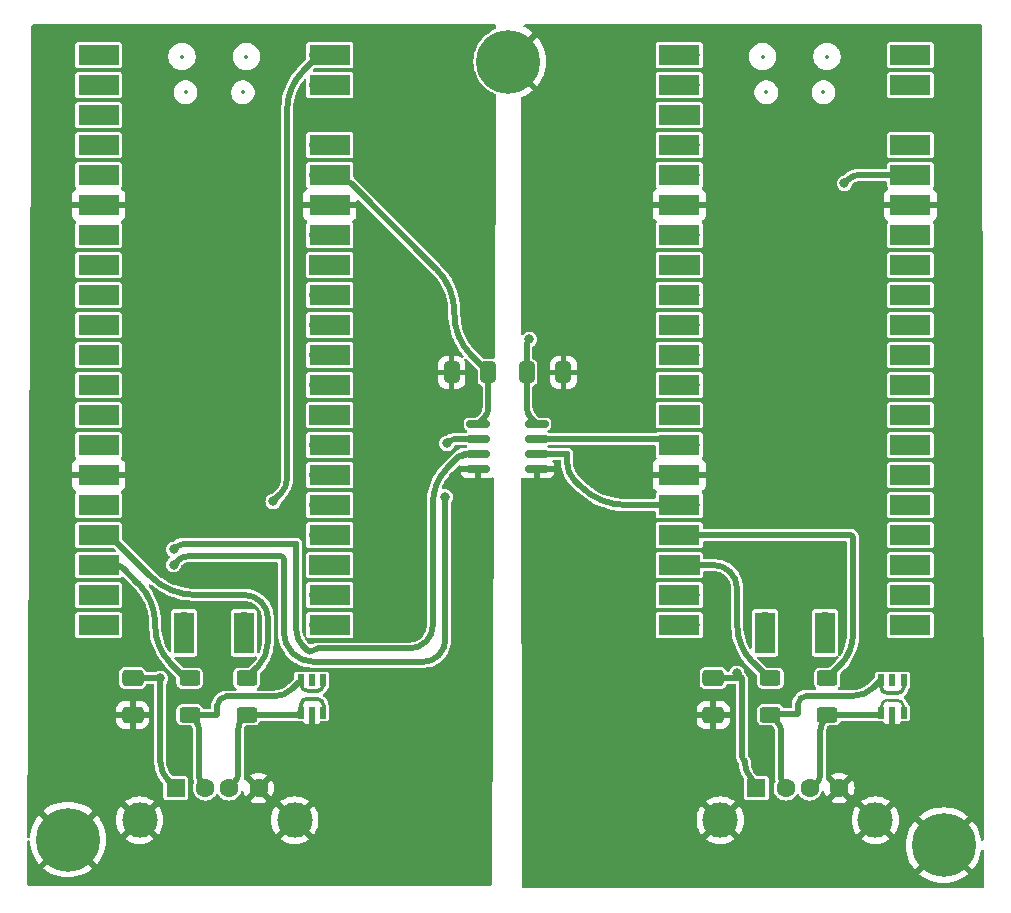
<source format=gbr>
%TF.GenerationSoftware,KiCad,Pcbnew,8.0.5*%
%TF.CreationDate,2024-10-19T09:16:07+05:30*%
%TF.ProjectId,DeskHop_Rev1,4465736b-486f-4705-9f52-6576312e6b69,rev?*%
%TF.SameCoordinates,Original*%
%TF.FileFunction,Copper,L1,Top*%
%TF.FilePolarity,Positive*%
%FSLAX46Y46*%
G04 Gerber Fmt 4.6, Leading zero omitted, Abs format (unit mm)*
G04 Created by KiCad (PCBNEW 8.0.5) date 2024-10-19 09:16:07*
%MOMM*%
%LPD*%
G01*
G04 APERTURE LIST*
G04 Aperture macros list*
%AMRoundRect*
0 Rectangle with rounded corners*
0 $1 Rounding radius*
0 $2 $3 $4 $5 $6 $7 $8 $9 X,Y pos of 4 corners*
0 Add a 4 corners polygon primitive as box body*
4,1,4,$2,$3,$4,$5,$6,$7,$8,$9,$2,$3,0*
0 Add four circle primitives for the rounded corners*
1,1,$1+$1,$2,$3*
1,1,$1+$1,$4,$5*
1,1,$1+$1,$6,$7*
1,1,$1+$1,$8,$9*
0 Add four rect primitives between the rounded corners*
20,1,$1+$1,$2,$3,$4,$5,0*
20,1,$1+$1,$4,$5,$6,$7,0*
20,1,$1+$1,$6,$7,$8,$9,0*
20,1,$1+$1,$8,$9,$2,$3,0*%
G04 Aperture macros list end*
%TA.AperFunction,ComponentPad*%
%ADD10C,3.100000*%
%TD*%
%TA.AperFunction,ConnectorPad*%
%ADD11C,5.400000*%
%TD*%
%TA.AperFunction,ComponentPad*%
%ADD12O,1.700000X1.700000*%
%TD*%
%TA.AperFunction,SMDPad,CuDef*%
%ADD13R,3.500000X1.700000*%
%TD*%
%TA.AperFunction,ComponentPad*%
%ADD14R,1.700000X1.700000*%
%TD*%
%TA.AperFunction,SMDPad,CuDef*%
%ADD15R,1.700000X3.500000*%
%TD*%
%TA.AperFunction,SMDPad,CuDef*%
%ADD16RoundRect,0.250000X-0.625000X0.400000X-0.625000X-0.400000X0.625000X-0.400000X0.625000X0.400000X0*%
%TD*%
%TA.AperFunction,SMDPad,CuDef*%
%ADD17R,0.558800X0.977900*%
%TD*%
%TA.AperFunction,SMDPad,CuDef*%
%ADD18RoundRect,0.250000X-0.650000X0.412500X-0.650000X-0.412500X0.650000X-0.412500X0.650000X0.412500X0*%
%TD*%
%TA.AperFunction,SMDPad,CuDef*%
%ADD19RoundRect,0.250000X0.412500X0.650000X-0.412500X0.650000X-0.412500X-0.650000X0.412500X-0.650000X0*%
%TD*%
%TA.AperFunction,SMDPad,CuDef*%
%ADD20RoundRect,0.250000X-0.412500X-0.650000X0.412500X-0.650000X0.412500X0.650000X-0.412500X0.650000X0*%
%TD*%
%TA.AperFunction,ComponentPad*%
%ADD21R,1.600000X1.500000*%
%TD*%
%TA.AperFunction,ComponentPad*%
%ADD22C,1.600000*%
%TD*%
%TA.AperFunction,ComponentPad*%
%ADD23C,3.000000*%
%TD*%
%TA.AperFunction,SMDPad,CuDef*%
%ADD24RoundRect,0.150000X-0.825000X-0.150000X0.825000X-0.150000X0.825000X0.150000X-0.825000X0.150000X0*%
%TD*%
%TA.AperFunction,ViaPad*%
%ADD25C,0.800000*%
%TD*%
%TA.AperFunction,Conductor*%
%ADD26C,0.500000*%
%TD*%
%TA.AperFunction,Conductor*%
%ADD27C,0.300000*%
%TD*%
%TA.AperFunction,Conductor*%
%ADD28C,0.250000*%
%TD*%
%ADD29C,0.350000*%
G04 APERTURE END LIST*
D10*
%TO.P,H3,1,1*%
%TO.N,GND2*%
X142015513Y-128382566D03*
D11*
X142015513Y-128382566D03*
%TD*%
D12*
%TO.P,U2,1,GPIO0*%
%TO.N,unconnected-(U2-GPIO0-Pad1)*%
X71374260Y-61477566D03*
D13*
X70474260Y-61477566D03*
D12*
%TO.P,U2,2,GPIO1*%
%TO.N,unconnected-(U2-GPIO1-Pad2)*%
X71374260Y-64017566D03*
D13*
X70474260Y-64017566D03*
D14*
%TO.P,U2,3,GPIO2*%
%TO.N,unconnected-(U2-GPIO2-Pad3)*%
X71374260Y-66557566D03*
D13*
X70474260Y-66557566D03*
D12*
%TO.P,U2,4,GPIO3*%
%TO.N,unconnected-(U2-GPIO3-Pad4)*%
X71374260Y-69097566D03*
D13*
X70474260Y-69097566D03*
D12*
%TO.P,U2,5,GPIO4*%
%TO.N,unconnected-(U2-GPIO4-Pad5)*%
X71374260Y-71637566D03*
D13*
X70474260Y-71637566D03*
D12*
%TO.P,U2,6,GND*%
%TO.N,GND1*%
X71374260Y-74177566D03*
D13*
X70474260Y-74177566D03*
D12*
%TO.P,U2,7,GPIO5*%
%TO.N,unconnected-(U2-GPIO5-Pad7)*%
X71374260Y-76717566D03*
D13*
X70474260Y-76717566D03*
D14*
%TO.P,U2,8,GPIO6*%
%TO.N,unconnected-(U2-GPIO6-Pad8)*%
X71374260Y-79257566D03*
D13*
X70474260Y-79257566D03*
D12*
%TO.P,U2,9,GPIO7*%
%TO.N,unconnected-(U2-GPIO7-Pad9)*%
X71374260Y-81797566D03*
D13*
X70474260Y-81797566D03*
D12*
%TO.P,U2,10,GPIO8*%
%TO.N,unconnected-(U2-GPIO8-Pad10)*%
X71374260Y-84337566D03*
D13*
X70474260Y-84337566D03*
D12*
%TO.P,U2,11,GPIO9*%
%TO.N,unconnected-(U2-GPIO9-Pad11)*%
X71374260Y-86877566D03*
D13*
X70474260Y-86877566D03*
D12*
%TO.P,U2,12,GPIO10*%
%TO.N,unconnected-(U2-GPIO10-Pad12)*%
X71374260Y-89417566D03*
D13*
X70474260Y-89417566D03*
D14*
%TO.P,U2,13,GPIO11*%
%TO.N,unconnected-(U2-GPIO11-Pad13)*%
X71374260Y-91957566D03*
D13*
X70474260Y-91957566D03*
D12*
%TO.P,U2,14,GPIO12*%
%TO.N,unconnected-(U2-GPIO12-Pad14)*%
X71374260Y-94497566D03*
D13*
X70474260Y-94497566D03*
D12*
%TO.P,U2,15,GND*%
%TO.N,GND1*%
X71374260Y-97037566D03*
D13*
X70474260Y-97037566D03*
D12*
%TO.P,U2,16,GPIO13*%
%TO.N,unconnected-(U2-GPIO13-Pad16)*%
X71374260Y-99577566D03*
D13*
X70474260Y-99577566D03*
D12*
%TO.P,U2,17,GPIO14*%
%TO.N,Net-(U2-GPIO14)*%
X71374260Y-102117566D03*
D13*
X70474260Y-102117566D03*
D14*
%TO.P,U2,18,GPIO15*%
%TO.N,Net-(U2-GPIO15)*%
X71374260Y-104657566D03*
D13*
X70474260Y-104657566D03*
D12*
%TO.P,U2,19,GPIO16*%
%TO.N,UART B TX*%
X71374260Y-107197566D03*
D13*
X70474260Y-107197566D03*
D12*
%TO.P,U2,20,GPIO17*%
%TO.N,UART B RX*%
X71374260Y-109737566D03*
D13*
X70474260Y-109737566D03*
D12*
%TO.P,U2,21,GPIO18*%
%TO.N,unconnected-(U2-GPIO18-Pad21)*%
X89154260Y-109737566D03*
D13*
X90054260Y-109737566D03*
D12*
%TO.P,U2,22,GPIO19*%
%TO.N,unconnected-(U2-GPIO19-Pad22)*%
X89154260Y-107197566D03*
D13*
X90054260Y-107197566D03*
D14*
%TO.P,U2,23,GPIO20*%
%TO.N,unconnected-(U2-GPIO20-Pad23)*%
X89154260Y-104657566D03*
D13*
X90054260Y-104657566D03*
D12*
%TO.P,U2,24,GPIO21*%
%TO.N,unconnected-(U2-GPIO21-Pad24)*%
X89154260Y-102117566D03*
D13*
X90054260Y-102117566D03*
D12*
%TO.P,U2,25,GPIO22*%
%TO.N,unconnected-(U2-GPIO22-Pad25)*%
X89154260Y-99577566D03*
D13*
X90054260Y-99577566D03*
D12*
%TO.P,U2,26,GPIO23*%
%TO.N,unconnected-(U2-GPIO23-Pad26)*%
X89154260Y-97037566D03*
D13*
X90054260Y-97037566D03*
D12*
%TO.P,U2,27,GPIO24*%
%TO.N,unconnected-(U2-GPIO24-Pad27)*%
X89154260Y-94497566D03*
D13*
X90054260Y-94497566D03*
D14*
%TO.P,U2,28,GPIO25*%
%TO.N,unconnected-(U2-GPIO25-Pad28)*%
X89154260Y-91957566D03*
D13*
X90054260Y-91957566D03*
D12*
%TO.P,U2,29,AGND*%
%TO.N,unconnected-(U2-AGND-Pad29)*%
X89154260Y-89417566D03*
D13*
X90054260Y-89417566D03*
D12*
%TO.P,U2,30,GPIO26*%
%TO.N,unconnected-(U2-GPIO26-Pad30)*%
X89154260Y-86877566D03*
D13*
X90054260Y-86877566D03*
D12*
%TO.P,U2,31,GPIO27_ADC1*%
%TO.N,unconnected-(U2-GPIO27_ADC1-Pad31)*%
X89154260Y-84337566D03*
D13*
X90054260Y-84337566D03*
D12*
%TO.P,U2,32,GPIO28_ADC2*%
%TO.N,unconnected-(U2-GPIO28_ADC2-Pad32)*%
X89154260Y-81797566D03*
D13*
X90054260Y-81797566D03*
D14*
%TO.P,U2,33,GPIO29_ADC3*%
%TO.N,unconnected-(U2-GPIO29_ADC3-Pad33)*%
X89154260Y-79257566D03*
D13*
X90054260Y-79257566D03*
D12*
%TO.P,U2,34,RUN*%
%TO.N,unconnected-(U2-RUN-Pad34)*%
X89154260Y-76717566D03*
D13*
X90054260Y-76717566D03*
D12*
%TO.P,U2,35,GND*%
%TO.N,GND1*%
X89154260Y-74177566D03*
D13*
X90054260Y-74177566D03*
D12*
%TO.P,U2,36,3V3*%
%TO.N,3V3*%
X89154260Y-71637566D03*
D13*
X90054260Y-71637566D03*
D12*
%TO.P,U2,37,3V3_EN*%
%TO.N,unconnected-(U2-3V3_EN-Pad37)*%
X89154260Y-69097566D03*
D13*
X90054260Y-69097566D03*
D14*
%TO.P,U2,38,GND*%
%TO.N,GND1*%
X89154260Y-66557566D03*
D13*
X90054260Y-66557566D03*
D12*
%TO.P,U2,39,VSYS*%
%TO.N,unconnected-(U2-VSYS-Pad39)*%
X89154260Y-64017566D03*
D13*
X90054260Y-64017566D03*
D12*
%TO.P,U2,40,VBUS*%
%TO.N,VBUS2*%
X89154260Y-61477566D03*
D13*
X90054260Y-61477566D03*
D12*
%TO.P,U2,41,SWCLK*%
%TO.N,unconnected-(U2-SWCLK-Pad41)*%
X77724260Y-109507566D03*
D15*
X77724260Y-110407566D03*
D14*
%TO.P,U2,42,GND*%
%TO.N,GND1*%
X80264260Y-109507566D03*
D15*
X80264260Y-110407566D03*
D12*
%TO.P,U2,43,SWDIO*%
%TO.N,unconnected-(U2-SWDIO-Pad43)*%
X82804260Y-109507566D03*
D15*
X82804260Y-110407566D03*
%TD*%
D16*
%TO.P,R3,1*%
%TO.N,Net-(U2-GPIO15)*%
X78192138Y-114238566D03*
%TO.P,R3,2*%
%TO.N,OB-*%
X78192138Y-117338566D03*
%TD*%
D17*
%TO.P,U5,1,D1+*%
%TO.N,OB+*%
X87574538Y-117153816D03*
%TO.P,U5,2,GND*%
%TO.N,GND1*%
X88524539Y-117153816D03*
%TO.P,U5,3,D2+*%
%TO.N,OB+*%
X89474540Y-117153816D03*
%TO.P,U5,4,D2-*%
%TO.N,OB-*%
X89474540Y-114423316D03*
%TO.P,U5,5,NC*%
%TO.N,unconnected-(U5-NC-Pad5)*%
X88524539Y-114423316D03*
%TO.P,U5,6,D1-*%
%TO.N,OB-*%
X87574538Y-114423316D03*
%TD*%
D18*
%TO.P,C3,1*%
%TO.N,VBUS2*%
X73350538Y-114226066D03*
%TO.P,C3,2*%
%TO.N,GND1*%
X73350538Y-117351066D03*
%TD*%
D10*
%TO.P,H1,1,1*%
%TO.N,GND2*%
X105165513Y-62032566D03*
D11*
X105165513Y-62032566D03*
%TD*%
D16*
%TO.P,R4,1*%
%TO.N,Net-(U2-GPIO14)*%
X83003738Y-114238566D03*
%TO.P,R4,2*%
%TO.N,OB+*%
X83003738Y-117338566D03*
%TD*%
D19*
%TO.P,C1,1*%
%TO.N,3V3*%
X103481500Y-88356566D03*
%TO.P,C1,2*%
%TO.N,GND1*%
X100356500Y-88356566D03*
%TD*%
D20*
%TO.P,C2,1*%
%TO.N,Net-(U4-VDD2)*%
X106706500Y-88356566D03*
%TO.P,C2,2*%
%TO.N,GND2*%
X109831500Y-88356566D03*
%TD*%
D21*
%TO.P,J4,1,VBUS*%
%TO.N,VBUS2*%
X77015513Y-123545566D03*
D22*
%TO.P,J4,2,D-*%
%TO.N,OB-*%
X79515513Y-123545566D03*
%TO.P,J4,3,D+*%
%TO.N,OB+*%
X81515513Y-123545566D03*
%TO.P,J4,4,GND*%
%TO.N,GND1*%
X84015513Y-123545566D03*
D23*
%TO.P,J4,5,Shield*%
X73945513Y-126255566D03*
X87085513Y-126255566D03*
%TD*%
D24*
%TO.P,U4,1,VDD1*%
%TO.N,3V3*%
X102619000Y-92721033D03*
%TO.P,U4,2,VOA*%
%TO.N,UART B RX*%
X102619000Y-93991033D03*
%TO.P,U4,3,VIB*%
%TO.N,UART B TX*%
X102619000Y-95261033D03*
%TO.P,U4,4,GND1*%
%TO.N,GND1*%
X102619000Y-96531033D03*
%TO.P,U4,5,GND2*%
%TO.N,GND2*%
X107569000Y-96531033D03*
%TO.P,U4,6,VOB*%
%TO.N,UART A RX*%
X107569000Y-95261033D03*
%TO.P,U4,7,VIA*%
%TO.N,UART A TX*%
X107569000Y-93991033D03*
%TO.P,U4,8,VDD2*%
%TO.N,Net-(U4-VDD2)*%
X107569000Y-92721033D03*
%TD*%
D10*
%TO.P,H2,1,1*%
%TO.N,GND1*%
X67875513Y-127902566D03*
D11*
X67875513Y-127902566D03*
%TD*%
D12*
%TO.P,U6,1,GPIO0*%
%TO.N,unconnected-(U6-GPIO0-Pad1)*%
X120531234Y-61477566D03*
D13*
X119631234Y-61477566D03*
D12*
%TO.P,U6,2,GPIO1*%
%TO.N,unconnected-(U6-GPIO1-Pad2)*%
X120531234Y-64017566D03*
D13*
X119631234Y-64017566D03*
D14*
%TO.P,U6,3,GPIO2*%
%TO.N,unconnected-(U6-GPIO2-Pad3)*%
X120531234Y-66557566D03*
D13*
X119631234Y-66557566D03*
D12*
%TO.P,U6,4,GPIO3*%
%TO.N,unconnected-(U6-GPIO3-Pad4)*%
X120531234Y-69097566D03*
D13*
X119631234Y-69097566D03*
D12*
%TO.P,U6,5,GPIO4*%
%TO.N,unconnected-(U6-GPIO4-Pad5)*%
X120531234Y-71637566D03*
D13*
X119631234Y-71637566D03*
D12*
%TO.P,U6,6,GND*%
%TO.N,GND2*%
X120531234Y-74177566D03*
D13*
X119631234Y-74177566D03*
D12*
%TO.P,U6,7,GPIO5*%
%TO.N,unconnected-(U6-GPIO5-Pad7)*%
X120531234Y-76717566D03*
D13*
X119631234Y-76717566D03*
D14*
%TO.P,U6,8,GPIO6*%
%TO.N,unconnected-(U6-GPIO6-Pad8)*%
X120531234Y-79257566D03*
D13*
X119631234Y-79257566D03*
D12*
%TO.P,U6,9,GPIO7*%
%TO.N,unconnected-(U6-GPIO7-Pad9)*%
X120531234Y-81797566D03*
D13*
X119631234Y-81797566D03*
D12*
%TO.P,U6,10,GPIO8*%
%TO.N,unconnected-(U6-GPIO8-Pad10)*%
X120531234Y-84337566D03*
D13*
X119631234Y-84337566D03*
D12*
%TO.P,U6,11,GPIO9*%
%TO.N,unconnected-(U6-GPIO9-Pad11)*%
X120531234Y-86877566D03*
D13*
X119631234Y-86877566D03*
D12*
%TO.P,U6,12,GPIO10*%
%TO.N,unconnected-(U6-GPIO10-Pad12)*%
X120531234Y-89417566D03*
D13*
X119631234Y-89417566D03*
D14*
%TO.P,U6,13,GPIO11*%
%TO.N,unconnected-(U6-GPIO11-Pad13)*%
X120531234Y-91957566D03*
D13*
X119631234Y-91957566D03*
D12*
%TO.P,U6,14,GPIO12*%
%TO.N,UART A TX*%
X120531234Y-94497566D03*
D13*
X119631234Y-94497566D03*
D12*
%TO.P,U6,15,GND*%
%TO.N,GND2*%
X120531234Y-97037566D03*
D13*
X119631234Y-97037566D03*
D12*
%TO.P,U6,16,GPIO13*%
%TO.N,UART A RX*%
X120531234Y-99577566D03*
D13*
X119631234Y-99577566D03*
D12*
%TO.P,U6,17,GPIO14*%
%TO.N,/AD+*%
X120531234Y-102117566D03*
D13*
X119631234Y-102117566D03*
D14*
%TO.P,U6,18,GPIO15*%
%TO.N,Net-(U6-GPIO15)*%
X120531234Y-104657566D03*
D13*
X119631234Y-104657566D03*
D12*
%TO.P,U6,19,GPIO16*%
%TO.N,unconnected-(U6-GPIO16-Pad19)*%
X120531234Y-107197566D03*
D13*
X119631234Y-107197566D03*
D12*
%TO.P,U6,20,GPIO17*%
%TO.N,unconnected-(U6-GPIO17-Pad20)*%
X120531234Y-109737566D03*
D13*
X119631234Y-109737566D03*
D12*
%TO.P,U6,21,GPIO18*%
%TO.N,unconnected-(U6-GPIO18-Pad21)*%
X138311234Y-109737566D03*
D13*
X139211234Y-109737566D03*
D12*
%TO.P,U6,22,GPIO19*%
%TO.N,unconnected-(U6-GPIO19-Pad22)*%
X138311234Y-107197566D03*
D13*
X139211234Y-107197566D03*
D14*
%TO.P,U6,23,GPIO20*%
%TO.N,unconnected-(U6-GPIO20-Pad23)*%
X138311234Y-104657566D03*
D13*
X139211234Y-104657566D03*
D12*
%TO.P,U6,24,GPIO21*%
%TO.N,unconnected-(U6-GPIO21-Pad24)*%
X138311234Y-102117566D03*
D13*
X139211234Y-102117566D03*
D12*
%TO.P,U6,25,GPIO22*%
%TO.N,unconnected-(U6-GPIO22-Pad25)*%
X138311234Y-99577566D03*
D13*
X139211234Y-99577566D03*
D12*
%TO.P,U6,26,GPIO23*%
%TO.N,unconnected-(U6-GPIO23-Pad26)*%
X138311234Y-97037566D03*
D13*
X139211234Y-97037566D03*
D12*
%TO.P,U6,27,GPIO24*%
%TO.N,unconnected-(U6-GPIO24-Pad27)*%
X138311234Y-94497566D03*
D13*
X139211234Y-94497566D03*
D14*
%TO.P,U6,28,GPIO25*%
%TO.N,unconnected-(U6-GPIO25-Pad28)*%
X138311234Y-91957566D03*
D13*
X139211234Y-91957566D03*
D12*
%TO.P,U6,29,AGND*%
%TO.N,unconnected-(U6-AGND-Pad29)*%
X138311234Y-89417566D03*
D13*
X139211234Y-89417566D03*
D12*
%TO.P,U6,30,GPIO26*%
%TO.N,unconnected-(U6-GPIO26-Pad30)*%
X138311234Y-86877566D03*
D13*
X139211234Y-86877566D03*
D12*
%TO.P,U6,31,GPIO27_ADC1*%
%TO.N,unconnected-(U6-GPIO27_ADC1-Pad31)*%
X138311234Y-84337566D03*
D13*
X139211234Y-84337566D03*
D12*
%TO.P,U6,32,GPIO28_ADC2*%
%TO.N,unconnected-(U6-GPIO28_ADC2-Pad32)*%
X138311234Y-81797566D03*
D13*
X139211234Y-81797566D03*
D14*
%TO.P,U6,33,GPIO29_ADC3*%
%TO.N,unconnected-(U6-GPIO29_ADC3-Pad33)*%
X138311234Y-79257566D03*
D13*
X139211234Y-79257566D03*
D12*
%TO.P,U6,34,RUN*%
%TO.N,unconnected-(U6-RUN-Pad34)*%
X138311234Y-76717566D03*
D13*
X139211234Y-76717566D03*
D12*
%TO.P,U6,35,GND*%
%TO.N,GND2*%
X138311234Y-74177566D03*
D13*
X139211234Y-74177566D03*
D12*
%TO.P,U6,36,3V3*%
%TO.N,Net-(U4-VDD2)*%
X138311234Y-71637566D03*
D13*
X139211234Y-71637566D03*
D12*
%TO.P,U6,37,3V3_EN*%
%TO.N,unconnected-(U6-3V3_EN-Pad37)*%
X138311234Y-69097566D03*
D13*
X139211234Y-69097566D03*
D14*
%TO.P,U6,38,GND*%
%TO.N,GND2*%
X138311234Y-66557566D03*
D13*
X139211234Y-66557566D03*
D12*
%TO.P,U6,39,VSYS*%
%TO.N,unconnected-(U6-VSYS-Pad39)*%
X138311234Y-64017566D03*
D13*
X139211234Y-64017566D03*
D12*
%TO.P,U6,40,VBUS*%
%TO.N,VBUS1*%
X138311234Y-61477566D03*
D13*
X139211234Y-61477566D03*
D12*
%TO.P,U6,41,SWCLK*%
%TO.N,unconnected-(U6-SWCLK-Pad41)*%
X126881234Y-109507566D03*
D15*
X126881234Y-110407566D03*
D14*
%TO.P,U6,42,GND*%
%TO.N,GND2*%
X129421234Y-109507566D03*
D15*
X129421234Y-110407566D03*
D12*
%TO.P,U6,43,SWDIO*%
%TO.N,unconnected-(U6-SWDIO-Pad43)*%
X131961234Y-109507566D03*
D15*
X131961234Y-110407566D03*
%TD*%
D16*
%TO.P,R2,1*%
%TO.N,/AD+*%
X132160712Y-114238566D03*
%TO.P,R2,2*%
%TO.N,OA+*%
X132160712Y-117338566D03*
%TD*%
D17*
%TO.P,U1,1,D1+*%
%TO.N,OA+*%
X136731512Y-117153816D03*
%TO.P,U1,2,GND*%
%TO.N,GND2*%
X137681513Y-117153816D03*
%TO.P,U1,3,D2+*%
%TO.N,OA+*%
X138631514Y-117153816D03*
%TO.P,U1,4,D2-*%
%TO.N,OA-*%
X138631514Y-114423316D03*
%TO.P,U1,5,NC*%
%TO.N,unconnected-(U1-NC-Pad5)*%
X137681513Y-114423316D03*
%TO.P,U1,6,D1-*%
%TO.N,OA-*%
X136731512Y-114423316D03*
%TD*%
D18*
%TO.P,C4,1*%
%TO.N,VBUS1*%
X122507512Y-114226066D03*
%TO.P,C4,2*%
%TO.N,GND2*%
X122507512Y-117351066D03*
%TD*%
D16*
%TO.P,R1,1*%
%TO.N,Net-(U6-GPIO15)*%
X127349112Y-114238566D03*
%TO.P,R1,2*%
%TO.N,OA-*%
X127349112Y-117338566D03*
%TD*%
D21*
%TO.P,J1,1,VBUS*%
%TO.N,VBUS1*%
X126172487Y-123545566D03*
D22*
%TO.P,J1,2,D-*%
%TO.N,OA-*%
X128672487Y-123545566D03*
%TO.P,J1,3,D+*%
%TO.N,OA+*%
X130672487Y-123545566D03*
%TO.P,J1,4,GND*%
%TO.N,GND2*%
X133172487Y-123545566D03*
D23*
%TO.P,J1,5,Shield*%
X123102487Y-126255566D03*
X136242487Y-126255566D03*
%TD*%
D25*
%TO.N,Net-(U4-VDD2)*%
X133617513Y-72354566D03*
X106947513Y-85562566D03*
%TO.N,VBUS2*%
X85249513Y-99278566D03*
X75705513Y-114264566D03*
%TO.N,VBUS1*%
X124505513Y-113839613D03*
%TO.N,UART B TX*%
X76835513Y-103342566D03*
%TO.N,UART B RX*%
X99835513Y-98892566D03*
X99965513Y-94352566D03*
X76815513Y-104635359D03*
%TD*%
D26*
%TO.N,UART B RX*%
X86895513Y-112122566D02*
G75*
G03*
X88682031Y-112862530I1786487J1786566D01*
G01*
X99835513Y-110933535D02*
G75*
G02*
X99270492Y-112297545I-1929013J35D01*
G01*
X86155513Y-110336047D02*
G75*
G03*
X86895493Y-112122586I2526487J-53D01*
G01*
X99270513Y-112297566D02*
G75*
G02*
X97906482Y-112862543I-1364013J1364066D01*
G01*
X86095513Y-103982566D02*
G75*
G03*
X85950660Y-103922589I-144813J-144834D01*
G01*
X86095513Y-103982566D02*
G75*
G02*
X86155511Y-104127418I-144813J-144834D01*
G01*
%TO.N,UART B TX*%
X88170348Y-111917401D02*
G75*
G03*
X88560678Y-111917401I195165J195168D01*
G01*
X87210513Y-102867566D02*
G75*
G03*
X87205544Y-102879637I12087J-12034D01*
G01*
X87205513Y-110132322D02*
G75*
G03*
X87785515Y-111532564I1980287J22D01*
G01*
X77654924Y-102862566D02*
G75*
G03*
X77075496Y-103102549I-24J-819434D01*
G01*
X98785183Y-109722237D02*
G75*
G02*
X96785184Y-111722183I-1999983J37D01*
G01*
X87210513Y-102867566D02*
G75*
G03*
X87208441Y-102862545I-2113J2066D01*
G01*
X89031847Y-111722236D02*
G75*
G03*
X88560648Y-111917371I-47J-666364D01*
G01*
X101459369Y-95262099D02*
G75*
G03*
X101009746Y-95448354I31J-635901D01*
G01*
X99990581Y-96467497D02*
G75*
G03*
X98785182Y-99377586I2910119J-2910103D01*
G01*
X101722759Y-95262099D02*
X101459369Y-95262099D01*
X101009735Y-95448343D02*
X99990581Y-96467497D01*
X96785184Y-111722236D02*
X89031847Y-111722236D01*
X98785183Y-109722237D02*
X98785183Y-99377586D01*
X87205513Y-102879637D02*
X87205513Y-110132322D01*
X88170348Y-111917401D02*
X87785513Y-111532566D01*
X77075513Y-103102566D02*
X76835513Y-103342566D01*
X77654924Y-102862566D02*
X87208441Y-102862566D01*
D27*
%TO.N,GND1*%
X88524539Y-118095178D02*
X88524539Y-117153816D01*
X87858895Y-119702183D02*
X84015513Y-123545566D01*
X87858895Y-119702183D02*
G75*
G03*
X88524526Y-118095178I-1606995J1606983D01*
G01*
D26*
%TO.N,Net-(U4-VDD2)*%
X107137750Y-92289783D02*
X107353375Y-92505408D01*
X106706500Y-91248653D02*
X106706500Y-88356566D01*
X106947513Y-85562566D02*
X106827006Y-85683072D01*
X133976013Y-71996066D02*
X133617513Y-72354566D01*
X134841508Y-71637566D02*
X138311234Y-71637566D01*
X106706500Y-85974000D02*
X106706500Y-88356566D01*
X107353375Y-92505408D02*
G75*
G03*
X107873939Y-92720992I520525J520608D01*
G01*
X106827006Y-85683072D02*
G75*
G03*
X106706490Y-85974000I290894J-290928D01*
G01*
X133976013Y-71996066D02*
G75*
G02*
X134841508Y-71637583I865487J-865534D01*
G01*
X106706500Y-91248653D02*
G75*
G03*
X107137722Y-92289811I1472400J-47D01*
G01*
%TO.N,3V3*%
X90134260Y-71637566D02*
X89154260Y-71637566D01*
X103481500Y-88356566D02*
X102039506Y-86914572D01*
X103481500Y-91248653D02*
X103481500Y-88356566D01*
X100597513Y-83296699D02*
X100597513Y-83433292D01*
X103130743Y-92206609D02*
X102624786Y-92712566D01*
X91807224Y-72330530D02*
X99058933Y-79582239D01*
X100597513Y-83433292D02*
G75*
G03*
X102039499Y-86914579I4923287J-8D01*
G01*
X100597513Y-83296699D02*
G75*
G03*
X99058927Y-79582245I-5253013J-1D01*
G01*
X91807224Y-72330530D02*
G75*
G03*
X90134260Y-71637596I-1672924J-1672970D01*
G01*
X103130743Y-92206609D02*
G75*
G03*
X103481527Y-91248653I-1143443J961909D01*
G01*
%TO.N,Net-(U6-GPIO15)*%
X125863513Y-112910566D02*
X127135793Y-114182846D01*
X122535514Y-104657566D02*
X120531234Y-104657566D01*
X127270312Y-114238566D02*
X127349112Y-114238566D01*
X124535513Y-106657564D02*
X124535513Y-109704490D01*
X125863513Y-112910566D02*
G75*
G02*
X124535523Y-109704490I3206087J3206066D01*
G01*
X127270312Y-114238566D02*
G75*
G02*
X127135781Y-114182858I-12J190266D01*
G01*
X124535513Y-106657564D02*
G75*
G03*
X122535514Y-104657587I-2000013J-36D01*
G01*
%TO.N,Net-(U2-GPIO15)*%
X73847763Y-106234816D02*
X72587386Y-104974439D01*
X71822386Y-104657566D02*
X71374260Y-104657566D01*
X78016825Y-114238566D02*
X77824825Y-114238566D01*
X75265513Y-109841058D02*
X75265513Y-109657566D01*
X76553513Y-112950566D02*
X77717548Y-114114601D01*
X78016825Y-114238566D02*
X78016825Y-114238566D01*
X73847763Y-106234816D02*
G75*
G02*
X75265533Y-109657566I-3422763J-3422784D01*
G01*
X77717548Y-114114601D02*
G75*
G03*
X78016825Y-114238541I299252J299301D01*
G01*
X71822386Y-104657566D02*
G75*
G02*
X72587385Y-104974440I14J-1081834D01*
G01*
X75265513Y-109841058D02*
G75*
G03*
X76553497Y-112950582I4397487J-42D01*
G01*
%TO.N,VBUS2*%
X75705513Y-114264566D02*
X75686263Y-114245316D01*
X87794886Y-62836939D02*
X89154260Y-61477566D01*
X85842513Y-98685566D02*
X85249513Y-99278566D01*
X86435513Y-66118757D02*
X86435513Y-97253937D01*
X75639789Y-114226066D02*
X73350538Y-114226066D01*
X76360513Y-122890566D02*
X77015513Y-123545566D01*
X75705513Y-121309256D02*
X75705513Y-114264566D01*
X86435513Y-97253937D02*
G75*
G02*
X85842491Y-98685544I-2024613J37D01*
G01*
X87794886Y-62836939D02*
G75*
G03*
X86435481Y-66118757I3281814J-3281861D01*
G01*
X75639789Y-114226066D02*
G75*
G02*
X75686270Y-114245309I11J-65734D01*
G01*
X75705513Y-121309256D02*
G75*
G03*
X76360496Y-122890583I2236287J-44D01*
G01*
%TO.N,VBUS1*%
X124771134Y-114192376D02*
X122817512Y-114192376D01*
X124919894Y-114253994D02*
X124796657Y-114130757D01*
X124981513Y-120949552D02*
X124981513Y-114402754D01*
X125077000Y-121180079D02*
X125172487Y-121275566D01*
X124505513Y-113839613D02*
X124796657Y-114130757D01*
X125172487Y-121275566D02*
G75*
G03*
X125827469Y-122856894I2236313J-34D01*
G01*
X124771134Y-114192376D02*
G75*
G03*
X124796617Y-114130797I-34J36076D01*
G01*
X124771134Y-114192376D02*
G75*
G02*
X124919866Y-114254022I-34J-210324D01*
G01*
X124981513Y-120949552D02*
G75*
G03*
X125076982Y-121180097I325987J-48D01*
G01*
X124981513Y-114402754D02*
G75*
G03*
X124919878Y-114254010I-210413J-46D01*
G01*
%TO.N,Net-(U2-GPIO14)*%
X82815514Y-107192566D02*
X78703223Y-107192566D01*
X74855467Y-105598773D02*
X71374260Y-102117566D01*
X83155018Y-114087285D02*
X83909625Y-113332678D01*
X84815513Y-109192564D02*
X84815513Y-111145672D01*
X83217681Y-114238566D02*
X83431625Y-114238566D01*
X82815514Y-107192566D02*
G75*
G02*
X84815534Y-109192564I-14J-2000034D01*
G01*
X74855467Y-105598773D02*
G75*
G03*
X78703223Y-107192544I3847733J3847773D01*
G01*
X84815513Y-111145672D02*
G75*
G02*
X83909643Y-113332696I-3092913J-28D01*
G01*
X83155018Y-114087285D02*
G75*
G03*
X83217681Y-114238498I62682J-62615D01*
G01*
%TO.N,unconnected-(U2-GPIO23-Pad26)*%
X90496314Y-97037566D02*
X89154260Y-97037566D01*
%TO.N,/AD+*%
X134345513Y-102317418D02*
X134345513Y-110508877D01*
X132453625Y-114238993D02*
X132025738Y-114238993D01*
X133253112Y-113146165D02*
X132160712Y-114238566D01*
X127267698Y-102117566D02*
X120531234Y-102117566D01*
X127279769Y-102112566D02*
X134140660Y-102112566D01*
X127279769Y-102112566D02*
G75*
G03*
X127273750Y-102115081I31J-8534D01*
G01*
X133253112Y-113146165D02*
G75*
G03*
X134345489Y-110508877I-2637312J2637265D01*
G01*
X134285513Y-102172566D02*
G75*
G03*
X134140660Y-102112589I-144813J-144834D01*
G01*
X127267698Y-102117566D02*
G75*
G03*
X127273741Y-102115073I2J8566D01*
G01*
X134285513Y-102172566D02*
G75*
G02*
X134345511Y-102317418I-144813J-144834D01*
G01*
D27*
%TO.N,GND2*%
X137681513Y-118095178D02*
X137681513Y-117153816D01*
X137015869Y-119702183D02*
X133172487Y-123545566D01*
X137015869Y-119702183D02*
G75*
G03*
X137681507Y-118095178I-1606969J1606983D01*
G01*
D26*
%TO.N,UART A TX*%
X119666528Y-93991033D02*
X107569000Y-93991033D01*
X120277967Y-94244299D02*
X120531234Y-94497566D01*
X119666528Y-93991033D02*
G75*
G02*
X120277945Y-94244321I-28J-864667D01*
G01*
%TO.N,UART A RX*%
X115114495Y-99577566D02*
X120531234Y-99577566D01*
X110165513Y-96103862D02*
X110165513Y-95258553D01*
X110716126Y-97433160D02*
X111266739Y-97983773D01*
X110151058Y-95261033D02*
X107569000Y-95261033D01*
X111266739Y-97983773D02*
G75*
G03*
X115114495Y-99577564I3847761J3847773D01*
G01*
%TO.N,UART B TX*%
X102304803Y-95261033D02*
X102230199Y-95262099D01*
X71396760Y-107175066D02*
X71374260Y-107197566D01*
X76835513Y-103342566D02*
X76920530Y-103257548D01*
X71396760Y-107175066D02*
G75*
G02*
X71451079Y-107152556I54340J-54334D01*
G01*
%TO.N,UART B RX*%
X99965513Y-94352566D02*
X100140513Y-94177566D01*
X102613233Y-93996799D02*
X102619000Y-93991033D01*
X100563000Y-94002566D02*
X102599311Y-94002566D01*
X100563000Y-94002566D02*
G75*
G03*
X100140524Y-94177577I0J-597434D01*
G01*
X102599311Y-94002566D02*
G75*
G03*
X102613223Y-93996789I-11J19666D01*
G01*
%TO.N,unconnected-(U6-GPIO11-Pad13)*%
X119551234Y-91957566D02*
X120531234Y-91957566D01*
%TO.N,OA-*%
X129685511Y-116495391D02*
X129685511Y-117239006D01*
D27*
X137192942Y-115482566D02*
X138170083Y-115482566D01*
D26*
X130447511Y-115733391D02*
X134397908Y-115733391D01*
D27*
X138631514Y-115021135D02*
X138631514Y-114423316D01*
X136731512Y-115021135D02*
X136731512Y-114423316D01*
D26*
X136045911Y-115050766D02*
X136728536Y-114368141D01*
X128283513Y-118847498D02*
X128283513Y-122795355D01*
X127875825Y-117863253D02*
X127468138Y-117455566D01*
X129641126Y-117283391D02*
X127346136Y-117283391D01*
D27*
X138631514Y-115021135D02*
G75*
G02*
X138496343Y-115347395I-461414J35D01*
G01*
X136731512Y-115021135D02*
G75*
G03*
X136866688Y-115347390I461388J35D01*
G01*
X137192942Y-115482566D02*
G75*
G02*
X136866633Y-115347445I-42J461466D01*
G01*
D26*
X130447511Y-115733391D02*
G75*
G03*
X129685491Y-116495391I-11J-762009D01*
G01*
X127875825Y-117863253D02*
G75*
G02*
X128283520Y-118847498I-984225J-984247D01*
G01*
D27*
X138170083Y-115482566D02*
G75*
G03*
X138496380Y-115347432I17J461466D01*
G01*
D26*
X128283513Y-122795355D02*
G75*
G03*
X128537496Y-123408583I867187J-45D01*
G01*
X136045911Y-115050766D02*
G75*
G02*
X134397908Y-115733408I-1648011J1647966D01*
G01*
D28*
%TO.N,OA+*%
X137281712Y-116092566D02*
X138081313Y-116092566D01*
D26*
X136416124Y-117338566D02*
X132160712Y-117338566D01*
X131585513Y-122307123D02*
X131585513Y-118640682D01*
D28*
X136685324Y-117200003D02*
X136639137Y-117246191D01*
X138631514Y-116642766D02*
X138631514Y-117153816D01*
X136731512Y-117088497D02*
X136731512Y-116642766D01*
X136731512Y-117088497D02*
G75*
G02*
X136685330Y-117200009I-157712J-3D01*
G01*
X136416124Y-117338566D02*
G75*
G03*
X136639120Y-117246174I-24J315366D01*
G01*
D26*
X131585513Y-118640682D02*
G75*
G02*
X131932640Y-117802693I1185087J-18D01*
G01*
D28*
X138470364Y-116253716D02*
G75*
G02*
X138631534Y-116642766I-389064J-389084D01*
G01*
X136731512Y-116642766D02*
G75*
G02*
X136892681Y-116253735I550188J-34D01*
G01*
X137281712Y-116092566D02*
G75*
G03*
X136892649Y-116253703I-12J-550234D01*
G01*
D26*
X131585513Y-122307123D02*
G75*
G02*
X131188495Y-123265548I-1355413J23D01*
G01*
D28*
X138470364Y-116253716D02*
G75*
G03*
X138081313Y-116092566I-389064J-389084D01*
G01*
D26*
%TO.N,OB-*%
X85243910Y-115788566D02*
X81293513Y-115788566D01*
X80531513Y-117294181D02*
X80531513Y-116550566D01*
X78395981Y-117542409D02*
X78599825Y-117746253D01*
D27*
X89012595Y-115312266D02*
X88180006Y-115312266D01*
D26*
X86891913Y-115105941D02*
X87474312Y-114523541D01*
D27*
X89474540Y-114850321D02*
X89474540Y-114423316D01*
D26*
X80487128Y-117338566D02*
X78480416Y-117338566D01*
X79261513Y-123291566D02*
X79515513Y-123545566D01*
D27*
X87574538Y-114565056D02*
X87574538Y-114706797D01*
D26*
X79007513Y-122678355D02*
X79007513Y-118730498D01*
D27*
X87751875Y-115134928D02*
G75*
G02*
X87574538Y-114706797I428125J428128D01*
G01*
X89012595Y-115312266D02*
G75*
G03*
X89339246Y-115176972I5J461966D01*
G01*
D26*
X86891913Y-115105941D02*
G75*
G02*
X85243910Y-115788562I-1648013J1648041D01*
G01*
X79007513Y-122678355D02*
G75*
G03*
X79261496Y-123291583I867187J-45D01*
G01*
X78395981Y-117542409D02*
G75*
G02*
X78480416Y-117338621I84419J84409D01*
G01*
X80487128Y-117338566D02*
G75*
G03*
X80518495Y-117325548I-28J44366D01*
G01*
D27*
X87751875Y-115134928D02*
G75*
G03*
X88180006Y-115312262I428125J428128D01*
G01*
D26*
X80531513Y-116550566D02*
G75*
G02*
X81293513Y-115788613I761987J-34D01*
G01*
X79007513Y-118730498D02*
G75*
G03*
X78599820Y-117746258I-1391913J-2D01*
G01*
D27*
X87574538Y-114565056D02*
G75*
G03*
X87474301Y-114523530I-58738J-44D01*
G01*
X89474540Y-114850321D02*
G75*
G02*
X89339228Y-115176954I-461940J21D01*
G01*
D26*
X80531513Y-117294181D02*
G75*
G02*
X80518528Y-117325581I-44413J-19D01*
G01*
%TO.N,OB+*%
X83249183Y-117338566D02*
X87259150Y-117338566D01*
D27*
X87643513Y-116432735D02*
X87643513Y-116859741D01*
X89543515Y-116576259D02*
X89543515Y-116859741D01*
D26*
X87482163Y-117246191D02*
X87574538Y-117153816D01*
X82309513Y-122190123D02*
X82309513Y-118523682D01*
X82830181Y-117512122D02*
X82656625Y-117685678D01*
D27*
X88938046Y-115970791D02*
X88105457Y-115970791D01*
D26*
X81912513Y-123148566D02*
X81515513Y-123545566D01*
X82830181Y-117512122D02*
G75*
G02*
X83249183Y-117338547I419019J-418978D01*
G01*
D27*
X89366177Y-116148128D02*
G75*
G02*
X89543530Y-116576259I-428177J-428172D01*
G01*
D26*
X82309513Y-118523682D02*
G75*
G02*
X82656640Y-117685693I1185087J-18D01*
G01*
X82309513Y-122190123D02*
G75*
G02*
X81912495Y-123148548I-1355413J23D01*
G01*
D27*
X89366177Y-116148128D02*
G75*
G03*
X88938046Y-115970770I-428177J-428172D01*
G01*
X87778813Y-116106091D02*
G75*
G02*
X88105457Y-115970750I326687J-326609D01*
G01*
X87778813Y-116106091D02*
G75*
G03*
X87643550Y-116432735I326687J-326609D01*
G01*
D26*
X87482163Y-117246191D02*
G75*
G02*
X87259150Y-117338608I-223063J222991D01*
G01*
%TO.N,UART B TX*%
X101722759Y-95262099D02*
X101989539Y-95262099D01*
%TO.N,UART B RX*%
X99835513Y-110933535D02*
X99835513Y-98892566D01*
%TO.N,UART A RX*%
X110161279Y-95256799D02*
G75*
G02*
X110151058Y-95261009I-10179J10199D01*
G01*
%TO.N,UART B TX*%
X101722759Y-95262099D02*
G75*
G03*
X101267351Y-95450753I41J-644101D01*
G01*
%TO.N,UART A RX*%
X110716126Y-97433160D02*
G75*
G02*
X110165533Y-96103862I1329274J1329260D01*
G01*
X110161279Y-95256799D02*
G75*
G02*
X110165491Y-95258553I1721J-1801D01*
G01*
%TO.N,UART B RX*%
X88682031Y-112862566D02*
X97906482Y-112862566D01*
X85950660Y-103922566D02*
X78032326Y-103922566D01*
X86155513Y-110336047D02*
X86155513Y-104127418D01*
X76815513Y-104635359D02*
X77171909Y-104278962D01*
X77171909Y-104278962D02*
G75*
G02*
X78032326Y-103922590I860391J-860438D01*
G01*
%TD*%
%TA.AperFunction,Conductor*%
%TO.N,GND1*%
G36*
X104095921Y-58912251D02*
G01*
X104141676Y-58965055D01*
X104152880Y-59017195D01*
X104152077Y-59175371D01*
X104132053Y-59242310D01*
X104079017Y-59287796D01*
X104070491Y-59291263D01*
X103994902Y-59318776D01*
X103994891Y-59318780D01*
X103687766Y-59473026D01*
X103400606Y-59661893D01*
X103137334Y-59882805D01*
X103137324Y-59882815D01*
X102901470Y-60132804D01*
X102901465Y-60132810D01*
X102696229Y-60408490D01*
X102524384Y-60706135D01*
X102524378Y-60706148D01*
X102388250Y-61021725D01*
X102289679Y-61350977D01*
X102289676Y-61350990D01*
X102229998Y-61689441D01*
X102229997Y-61689452D01*
X102210013Y-62032562D01*
X102210013Y-62032569D01*
X102229997Y-62375679D01*
X102229998Y-62375690D01*
X102289676Y-62714141D01*
X102289679Y-62714154D01*
X102388250Y-63043406D01*
X102524378Y-63358983D01*
X102524384Y-63358996D01*
X102696229Y-63656641D01*
X102901465Y-63932321D01*
X102901470Y-63932327D01*
X103006674Y-64043836D01*
X103137326Y-64182319D01*
X103137332Y-64182324D01*
X103137334Y-64182326D01*
X103400606Y-64403238D01*
X103400611Y-64403241D01*
X103687763Y-64592104D01*
X103789842Y-64643370D01*
X103994891Y-64746351D01*
X103994902Y-64746355D01*
X104041532Y-64763327D01*
X104097797Y-64804752D01*
X104122733Y-64870021D01*
X104123121Y-64880478D01*
X104010438Y-87082695D01*
X103990414Y-87149634D01*
X103937378Y-87195120D01*
X103886440Y-87206066D01*
X103090176Y-87206066D01*
X103023137Y-87186381D01*
X103002495Y-87169747D01*
X102395343Y-86562595D01*
X102391619Y-86558705D01*
X102136395Y-86280173D01*
X102129467Y-86271915D01*
X101986432Y-86085505D01*
X101901167Y-85974382D01*
X101894963Y-85965522D01*
X101872225Y-85929830D01*
X101693468Y-85649233D01*
X101688069Y-85639881D01*
X101583013Y-85438066D01*
X101514905Y-85307228D01*
X101510340Y-85297438D01*
X101366831Y-84950964D01*
X101363132Y-84940800D01*
X101250370Y-84583155D01*
X101247570Y-84572706D01*
X101229729Y-84492227D01*
X101166400Y-84206557D01*
X101164530Y-84195950D01*
X101115583Y-83824134D01*
X101114641Y-83813360D01*
X101098131Y-83435148D01*
X101098013Y-83429738D01*
X101098014Y-83367404D01*
X101098013Y-83367400D01*
X101098013Y-83362591D01*
X101098014Y-83362588D01*
X101098013Y-83348089D01*
X101098047Y-83347972D01*
X101098047Y-83296696D01*
X101098048Y-83296696D01*
X101098046Y-83070638D01*
X101062571Y-82619916D01*
X100991841Y-82173367D01*
X100886293Y-81733743D01*
X100746578Y-81303757D01*
X100573558Y-80886057D01*
X100378492Y-80503227D01*
X100368307Y-80483238D01*
X100368304Y-80483233D01*
X100368298Y-80483221D01*
X100132064Y-80097731D01*
X99866314Y-79731963D01*
X99572685Y-79388175D01*
X99412836Y-79228329D01*
X99366243Y-79181736D01*
X97776747Y-77592240D01*
X92108982Y-71924473D01*
X92108720Y-71924242D01*
X92091075Y-71906598D01*
X92057593Y-71845275D01*
X92054760Y-71818920D01*
X92054760Y-70762889D01*
X92054759Y-70762887D01*
X92040227Y-70689830D01*
X92040226Y-70689826D01*
X91984861Y-70606965D01*
X91902000Y-70551600D01*
X91901999Y-70551599D01*
X91901995Y-70551598D01*
X91828937Y-70537066D01*
X91828934Y-70537066D01*
X88279586Y-70537066D01*
X88279583Y-70537066D01*
X88206524Y-70551598D01*
X88206520Y-70551599D01*
X88123659Y-70606965D01*
X88068293Y-70689826D01*
X88068292Y-70689830D01*
X88053760Y-70762887D01*
X88053760Y-71580948D01*
X88053231Y-71592389D01*
X88049045Y-71637564D01*
X88049045Y-71637566D01*
X88053231Y-71682741D01*
X88053760Y-71694182D01*
X88053760Y-72512244D01*
X88068292Y-72585301D01*
X88068293Y-72585305D01*
X88068294Y-72585306D01*
X88123659Y-72668167D01*
X88123660Y-72668167D01*
X88123661Y-72668169D01*
X88127875Y-72672383D01*
X88161360Y-72733706D01*
X88156376Y-72803398D01*
X88114504Y-72859331D01*
X88083532Y-72876244D01*
X88062176Y-72884209D01*
X88062166Y-72884215D01*
X87947072Y-72970375D01*
X87947069Y-72970378D01*
X87860909Y-73085472D01*
X87860905Y-73085479D01*
X87810663Y-73220186D01*
X87810661Y-73220193D01*
X87804260Y-73279721D01*
X87804260Y-73927566D01*
X88709700Y-73927566D01*
X88679015Y-73980713D01*
X88644260Y-74110423D01*
X88644260Y-74244709D01*
X88679015Y-74374419D01*
X88709700Y-74427566D01*
X87804260Y-74427566D01*
X87804260Y-75075410D01*
X87810661Y-75134938D01*
X87810663Y-75134945D01*
X87860905Y-75269652D01*
X87860909Y-75269659D01*
X87947069Y-75384753D01*
X87947072Y-75384756D01*
X88062166Y-75470916D01*
X88062172Y-75470919D01*
X88083528Y-75478885D01*
X88139461Y-75520757D01*
X88163878Y-75586222D01*
X88149026Y-75654494D01*
X88127879Y-75682745D01*
X88123660Y-75686963D01*
X88068293Y-75769826D01*
X88068292Y-75769830D01*
X88053760Y-75842887D01*
X88053760Y-76660948D01*
X88053231Y-76672389D01*
X88049045Y-76717564D01*
X88049045Y-76717566D01*
X88053231Y-76762741D01*
X88053760Y-76774182D01*
X88053760Y-77592244D01*
X88068292Y-77665301D01*
X88068293Y-77665305D01*
X88068294Y-77665306D01*
X88123659Y-77748167D01*
X88206520Y-77803532D01*
X88206524Y-77803533D01*
X88279581Y-77818065D01*
X88279584Y-77818066D01*
X88279586Y-77818066D01*
X91828936Y-77818066D01*
X91828937Y-77818065D01*
X91902000Y-77803532D01*
X91984861Y-77748167D01*
X92040226Y-77665306D01*
X92054760Y-77592240D01*
X92054760Y-75842892D01*
X92054760Y-75842889D01*
X92054759Y-75842887D01*
X92040227Y-75769830D01*
X92040226Y-75769826D01*
X91984861Y-75686965D01*
X91984859Y-75686963D01*
X91984858Y-75686962D01*
X91980644Y-75682748D01*
X91947159Y-75621425D01*
X91952143Y-75551733D01*
X91994015Y-75495800D01*
X92024992Y-75478885D01*
X92046346Y-75470920D01*
X92046353Y-75470916D01*
X92161447Y-75384756D01*
X92161450Y-75384753D01*
X92247610Y-75269659D01*
X92247614Y-75269652D01*
X92297856Y-75134945D01*
X92297858Y-75134938D01*
X92304259Y-75075410D01*
X92304260Y-75075393D01*
X92304260Y-74427566D01*
X89598820Y-74427566D01*
X89629505Y-74374419D01*
X89664260Y-74244709D01*
X89664260Y-74110423D01*
X89629505Y-73980713D01*
X89598820Y-73927566D01*
X92304260Y-73927566D01*
X92304260Y-73834741D01*
X92323945Y-73767702D01*
X92376749Y-73721947D01*
X92445907Y-73712003D01*
X92509463Y-73741028D01*
X92515928Y-73747048D01*
X95429829Y-76660948D01*
X98653049Y-79884168D01*
X98653064Y-79884185D01*
X98658435Y-79889556D01*
X98658436Y-79889557D01*
X98703304Y-79934423D01*
X98706654Y-79937908D01*
X98953838Y-80205305D01*
X98955031Y-80206595D01*
X98961337Y-80213977D01*
X99186353Y-80499401D01*
X99192070Y-80507270D01*
X99393989Y-80809458D01*
X99399076Y-80817760D01*
X99576654Y-81134842D01*
X99581074Y-81143517D01*
X99733228Y-81473556D01*
X99736954Y-81482552D01*
X99862743Y-81823511D01*
X99865752Y-81832770D01*
X99964404Y-82182553D01*
X99966677Y-82192021D01*
X100037580Y-82548462D01*
X100039103Y-82558078D01*
X100081822Y-82918982D01*
X100082586Y-82928689D01*
X100096917Y-83293368D01*
X100097013Y-83298237D01*
X100097013Y-83506997D01*
X100097048Y-83507548D01*
X100097048Y-83646394D01*
X100130483Y-84071265D01*
X100197152Y-84492232D01*
X100296638Y-84906634D01*
X100296648Y-84906670D01*
X100428336Y-85311976D01*
X100428342Y-85311993D01*
X100553691Y-85614619D01*
X100591441Y-85705759D01*
X100784919Y-86085488D01*
X100784928Y-86085505D01*
X101007608Y-86448893D01*
X101258118Y-86793698D01*
X101258123Y-86793705D01*
X101346524Y-86897211D01*
X101375094Y-86960973D01*
X101364656Y-87030059D01*
X101318525Y-87082534D01*
X101251346Y-87101739D01*
X101187136Y-87083281D01*
X101088124Y-87022209D01*
X101088119Y-87022207D01*
X100921697Y-86967060D01*
X100921690Y-86967059D01*
X100818986Y-86956566D01*
X100606500Y-86956566D01*
X100606500Y-88106566D01*
X101518999Y-88106566D01*
X101518999Y-87656594D01*
X101518998Y-87656579D01*
X101508505Y-87553868D01*
X101453358Y-87387446D01*
X101453353Y-87387435D01*
X101444976Y-87373854D01*
X101426535Y-87306462D01*
X101447457Y-87239798D01*
X101501099Y-87195029D01*
X101570430Y-87186367D01*
X101633437Y-87216563D01*
X101638195Y-87221075D01*
X101639005Y-87221885D01*
X101639006Y-87221886D01*
X101708892Y-87291772D01*
X101708895Y-87291775D01*
X101739247Y-87322129D01*
X101739261Y-87322141D01*
X102532181Y-88115061D01*
X102565666Y-88176384D01*
X102568500Y-88202742D01*
X102568500Y-89054436D01*
X102568501Y-89054442D01*
X102574908Y-89114049D01*
X102625202Y-89248894D01*
X102625206Y-89248901D01*
X102711452Y-89364110D01*
X102711455Y-89364113D01*
X102826664Y-89450359D01*
X102826669Y-89450362D01*
X102900333Y-89477837D01*
X102956266Y-89519706D01*
X102980684Y-89585170D01*
X102981000Y-89594018D01*
X102981000Y-91241799D01*
X102980501Y-91252909D01*
X102966483Y-91408736D01*
X102962689Y-91429970D01*
X102923243Y-91575963D01*
X102915827Y-91596218D01*
X102851681Y-91733159D01*
X102840867Y-91751823D01*
X102760141Y-91866774D01*
X102746345Y-91883192D01*
X102495323Y-92134214D01*
X102434000Y-92167699D01*
X102407642Y-92170533D01*
X101762482Y-92170533D01*
X101681519Y-92183356D01*
X101668696Y-92185387D01*
X101555658Y-92242983D01*
X101555657Y-92242984D01*
X101555652Y-92242987D01*
X101465954Y-92332685D01*
X101465951Y-92332690D01*
X101408352Y-92445731D01*
X101393500Y-92539508D01*
X101393500Y-92902550D01*
X101393937Y-92905306D01*
X101408354Y-92996337D01*
X101465950Y-93109375D01*
X101465952Y-93109377D01*
X101465954Y-93109380D01*
X101555652Y-93199078D01*
X101555654Y-93199079D01*
X101555658Y-93199083D01*
X101646851Y-93245548D01*
X101697647Y-93293523D01*
X101714442Y-93361344D01*
X101691904Y-93427479D01*
X101646851Y-93466517D01*
X101603608Y-93488551D01*
X101547314Y-93502066D01*
X100637533Y-93502066D01*
X100637505Y-93502064D01*
X100614362Y-93502064D01*
X100614317Y-93502051D01*
X100476576Y-93502053D01*
X100305873Y-93529094D01*
X100141501Y-93582508D01*
X99987511Y-93660976D01*
X99963556Y-93678382D01*
X99897750Y-93701864D01*
X99890668Y-93702066D01*
X99886527Y-93702066D01*
X99733147Y-93739869D01*
X99593275Y-93813281D01*
X99475029Y-93918037D01*
X99385294Y-94048041D01*
X99385293Y-94048042D01*
X99329275Y-94195747D01*
X99310235Y-94352565D01*
X99310235Y-94352566D01*
X99329275Y-94509384D01*
X99371500Y-94620720D01*
X99385293Y-94657089D01*
X99475030Y-94787096D01*
X99593273Y-94891849D01*
X99593275Y-94891850D01*
X99733147Y-94965262D01*
X99886527Y-95003066D01*
X99886528Y-95003066D01*
X100044498Y-95003066D01*
X100197878Y-94965262D01*
X100337753Y-94891849D01*
X100455996Y-94787096D01*
X100545733Y-94657089D01*
X100573795Y-94583094D01*
X100615973Y-94527392D01*
X100681571Y-94503335D01*
X100689737Y-94503066D01*
X101588529Y-94503066D01*
X101655568Y-94522751D01*
X101701323Y-94575555D01*
X101711267Y-94644713D01*
X101682242Y-94708269D01*
X101644824Y-94737550D01*
X101624149Y-94748085D01*
X101567856Y-94761599D01*
X101533253Y-94761599D01*
X101533160Y-94761593D01*
X101510739Y-94761594D01*
X101510595Y-94761552D01*
X101369901Y-94761560D01*
X101193221Y-94789557D01*
X101023107Y-94844847D01*
X100863740Y-94926064D01*
X100863735Y-94926067D01*
X100719029Y-95031223D01*
X100719026Y-95031225D01*
X100661978Y-95088285D01*
X99673895Y-96076368D01*
X99673833Y-96076401D01*
X99494152Y-96256082D01*
X99235056Y-96564859D01*
X99003859Y-96895044D01*
X98802321Y-97244123D01*
X98802313Y-97244140D01*
X98631981Y-97609422D01*
X98631973Y-97609441D01*
X98494120Y-97988196D01*
X98494113Y-97988216D01*
X98389796Y-98377552D01*
X98389791Y-98377573D01*
X98319806Y-98774501D01*
X98284680Y-99176048D01*
X98284680Y-99176052D01*
X98284683Y-99344458D01*
X98284683Y-109717808D01*
X98284367Y-109726655D01*
X98270052Y-109926788D01*
X98267534Y-109944300D01*
X98225827Y-110136020D01*
X98220843Y-110152995D01*
X98152275Y-110336833D01*
X98144924Y-110352927D01*
X98050890Y-110525132D01*
X98041326Y-110540015D01*
X97923741Y-110697089D01*
X97912154Y-110710460D01*
X97773421Y-110849190D01*
X97760051Y-110860776D01*
X97602974Y-110978361D01*
X97588090Y-110987926D01*
X97415880Y-111081957D01*
X97399786Y-111089306D01*
X97215958Y-111157868D01*
X97198982Y-111162853D01*
X97007252Y-111204558D01*
X96989740Y-111207075D01*
X96789149Y-111221419D01*
X96780305Y-111221735D01*
X96711705Y-111221735D01*
X96711689Y-111221736D01*
X88958088Y-111221736D01*
X88957919Y-111221746D01*
X88940038Y-111221746D01*
X88758630Y-111250470D01*
X88758623Y-111250471D01*
X88583952Y-111307220D01*
X88583950Y-111307221D01*
X88454902Y-111372972D01*
X88386232Y-111385867D01*
X88321492Y-111359589D01*
X88310928Y-111350167D01*
X88193082Y-111232321D01*
X88193078Y-111232316D01*
X88182181Y-111221419D01*
X88142272Y-111181511D01*
X88136741Y-111175605D01*
X88135257Y-111173913D01*
X88017148Y-111039239D01*
X88007276Y-111026373D01*
X88001808Y-111018190D01*
X87948059Y-110937749D01*
X87927181Y-110871072D01*
X87945665Y-110803691D01*
X87990449Y-110763463D01*
X87942763Y-110780286D01*
X87874767Y-110764218D01*
X87865828Y-110754954D01*
X88010274Y-110754954D01*
X88066614Y-110745825D01*
X88120052Y-110765756D01*
X88123657Y-110768165D01*
X88123659Y-110768167D01*
X88206520Y-110823532D01*
X88206522Y-110823532D01*
X88206524Y-110823533D01*
X88279581Y-110838065D01*
X88279584Y-110838066D01*
X88279586Y-110838066D01*
X91828936Y-110838066D01*
X91828937Y-110838065D01*
X91902000Y-110823532D01*
X91984861Y-110768167D01*
X92040226Y-110685306D01*
X92054760Y-110612240D01*
X92054760Y-108862892D01*
X92054760Y-108862889D01*
X92054759Y-108862887D01*
X92040227Y-108789830D01*
X92040226Y-108789826D01*
X92007616Y-108741021D01*
X91984861Y-108706965D01*
X91902000Y-108651600D01*
X91901999Y-108651599D01*
X91901995Y-108651598D01*
X91828937Y-108637066D01*
X91828934Y-108637066D01*
X88279586Y-108637066D01*
X88279583Y-108637066D01*
X88206524Y-108651598D01*
X88206520Y-108651599D01*
X88123659Y-108706965D01*
X88068293Y-108789826D01*
X88068292Y-108789830D01*
X88053760Y-108862887D01*
X88053760Y-109680948D01*
X88053231Y-109692389D01*
X88049045Y-109737564D01*
X88049045Y-109737566D01*
X88053231Y-109782741D01*
X88053760Y-109794182D01*
X88053760Y-110612244D01*
X88057744Y-110632273D01*
X88051517Y-110701865D01*
X88010274Y-110754954D01*
X87865828Y-110754954D01*
X87826251Y-110713938D01*
X87824916Y-110711311D01*
X87822238Y-110705880D01*
X87816033Y-110690898D01*
X87759040Y-110523002D01*
X87754842Y-110507336D01*
X87750350Y-110484753D01*
X87720250Y-110333431D01*
X87718136Y-110317377D01*
X87706278Y-110136444D01*
X87706013Y-110128333D01*
X87706014Y-110066433D01*
X87706013Y-110066429D01*
X87706013Y-107197564D01*
X88049045Y-107197564D01*
X88049045Y-107197566D01*
X88053231Y-107242741D01*
X88053760Y-107254182D01*
X88053760Y-108072244D01*
X88068292Y-108145301D01*
X88068293Y-108145305D01*
X88068294Y-108145306D01*
X88123659Y-108228167D01*
X88206520Y-108283532D01*
X88206524Y-108283533D01*
X88279581Y-108298065D01*
X88279584Y-108298066D01*
X88279586Y-108298066D01*
X91828936Y-108298066D01*
X91828937Y-108298065D01*
X91902000Y-108283532D01*
X91984861Y-108228167D01*
X92040226Y-108145306D01*
X92054760Y-108072240D01*
X92054760Y-106322892D01*
X92054760Y-106322889D01*
X92054759Y-106322887D01*
X92040227Y-106249830D01*
X92040226Y-106249826D01*
X91984861Y-106166965D01*
X91902000Y-106111600D01*
X91901999Y-106111599D01*
X91901995Y-106111598D01*
X91828937Y-106097066D01*
X91828934Y-106097066D01*
X88279586Y-106097066D01*
X88279583Y-106097066D01*
X88206524Y-106111598D01*
X88206520Y-106111599D01*
X88123659Y-106166965D01*
X88068293Y-106249826D01*
X88068292Y-106249830D01*
X88053760Y-106322887D01*
X88053760Y-107140948D01*
X88053231Y-107152389D01*
X88049045Y-107197564D01*
X87706013Y-107197564D01*
X87706013Y-103782887D01*
X88053760Y-103782887D01*
X88053760Y-105532244D01*
X88068292Y-105605301D01*
X88068293Y-105605305D01*
X88068294Y-105605306D01*
X88123659Y-105688167D01*
X88206520Y-105743532D01*
X88206524Y-105743533D01*
X88279581Y-105758065D01*
X88279584Y-105758066D01*
X88279586Y-105758066D01*
X91828936Y-105758066D01*
X91828937Y-105758065D01*
X91902000Y-105743532D01*
X91984861Y-105688167D01*
X92040226Y-105605306D01*
X92054760Y-105532240D01*
X92054760Y-103782892D01*
X92054760Y-103782889D01*
X92054759Y-103782887D01*
X92040227Y-103709830D01*
X92040226Y-103709826D01*
X92018840Y-103677819D01*
X91984861Y-103626965D01*
X91902000Y-103571600D01*
X91901999Y-103571599D01*
X91901995Y-103571598D01*
X91828937Y-103557066D01*
X91828934Y-103557066D01*
X88279586Y-103557066D01*
X88279583Y-103557066D01*
X88206524Y-103571598D01*
X88206520Y-103571599D01*
X88123659Y-103626965D01*
X88068293Y-103709826D01*
X88068292Y-103709830D01*
X88053760Y-103782887D01*
X87706013Y-103782887D01*
X87706013Y-102968111D01*
X87710198Y-102936169D01*
X87712360Y-102928058D01*
X87712459Y-102927245D01*
X87712461Y-102927239D01*
X87711456Y-102796112D01*
X87676908Y-102669615D01*
X87611121Y-102556181D01*
X87601528Y-102546571D01*
X87518482Y-102463377D01*
X87518478Y-102463374D01*
X87405170Y-102397389D01*
X87403423Y-102396655D01*
X87368191Y-102387214D01*
X87367407Y-102387001D01*
X87278726Y-102362613D01*
X87274792Y-102362066D01*
X87274333Y-102362066D01*
X87211370Y-102362066D01*
X87210199Y-102362060D01*
X87145043Y-102361444D01*
X87134821Y-102362066D01*
X77706298Y-102362066D01*
X77706284Y-102362061D01*
X77568423Y-102362060D01*
X77568422Y-102362060D01*
X77568417Y-102362060D01*
X77568411Y-102362060D01*
X77568407Y-102362061D01*
X77396865Y-102384644D01*
X77229743Y-102429424D01*
X77069881Y-102495643D01*
X77069877Y-102495645D01*
X76920033Y-102582161D01*
X76807009Y-102668892D01*
X76761195Y-102690915D01*
X76603146Y-102729870D01*
X76463275Y-102803281D01*
X76345029Y-102908037D01*
X76255294Y-103038041D01*
X76255293Y-103038042D01*
X76199275Y-103185747D01*
X76180235Y-103342565D01*
X76180235Y-103342566D01*
X76199275Y-103499384D01*
X76255293Y-103647089D01*
X76345030Y-103777096D01*
X76463273Y-103881849D01*
X76463274Y-103881849D01*
X76468887Y-103886822D01*
X76467795Y-103888054D01*
X76506115Y-103935332D01*
X76513779Y-104004780D01*
X76482681Y-104067347D01*
X76449320Y-104092901D01*
X76443276Y-104096073D01*
X76325029Y-104200830D01*
X76235294Y-104330834D01*
X76235293Y-104330835D01*
X76179275Y-104478540D01*
X76160235Y-104635358D01*
X76160235Y-104635359D01*
X76179275Y-104792177D01*
X76235293Y-104939882D01*
X76325030Y-105069889D01*
X76443273Y-105174642D01*
X76443275Y-105174643D01*
X76583147Y-105248055D01*
X76736527Y-105285859D01*
X76736528Y-105285859D01*
X76894498Y-105285859D01*
X77047878Y-105248055D01*
X77142732Y-105198271D01*
X77187753Y-105174642D01*
X77305996Y-105069889D01*
X77395733Y-104939882D01*
X77451750Y-104792177D01*
X77458372Y-104737634D01*
X77485993Y-104673457D01*
X77493784Y-104664902D01*
X77521521Y-104637163D01*
X77530510Y-104629015D01*
X77624930Y-104551524D01*
X77645130Y-104538026D01*
X77747435Y-104483342D01*
X77769890Y-104474042D01*
X77880892Y-104440369D01*
X77904729Y-104435627D01*
X78026218Y-104423663D01*
X78038370Y-104423066D01*
X78098213Y-104423067D01*
X78098217Y-104423066D01*
X85531013Y-104423066D01*
X85598052Y-104442751D01*
X85643807Y-104495555D01*
X85655013Y-104547066D01*
X85655013Y-110262547D01*
X85655012Y-110262565D01*
X85655012Y-110284673D01*
X85654998Y-110284720D01*
X85654998Y-110336050D01*
X85654998Y-110484758D01*
X85675912Y-110697089D01*
X85684152Y-110780743D01*
X85684154Y-110780755D01*
X85742177Y-111072447D01*
X85828513Y-111357049D01*
X85942333Y-111631832D01*
X86053750Y-111840272D01*
X86067510Y-111866016D01*
X86082535Y-111894124D01*
X86082543Y-111894139D01*
X86247769Y-112141411D01*
X86247772Y-112141415D01*
X86247775Y-112141419D01*
X86281278Y-112182242D01*
X86436450Y-112371318D01*
X86436455Y-112371323D01*
X86436456Y-112371324D01*
X86490686Y-112425553D01*
X86490704Y-112425573D01*
X86505275Y-112440143D01*
X86505302Y-112440193D01*
X86541597Y-112476487D01*
X86541597Y-112476488D01*
X86646750Y-112581640D01*
X86646755Y-112581644D01*
X86876655Y-112770315D01*
X86876658Y-112770317D01*
X87123952Y-112935551D01*
X87235673Y-112995266D01*
X87386248Y-113075749D01*
X87439896Y-113097970D01*
X87661029Y-113189564D01*
X87945640Y-113275897D01*
X88237342Y-113333918D01*
X88533326Y-113363067D01*
X88682035Y-113363066D01*
X88747927Y-113363066D01*
X97906474Y-113363066D01*
X97972374Y-113363066D01*
X97980702Y-113363066D01*
X97981030Y-113363043D01*
X98042913Y-113363045D01*
X98314076Y-113332497D01*
X98580113Y-113271780D01*
X98837679Y-113181657D01*
X99083536Y-113063263D01*
X99314590Y-112918086D01*
X99527937Y-112747952D01*
X99565895Y-112709993D01*
X99565907Y-112709985D01*
X99624415Y-112651478D01*
X99624415Y-112651477D01*
X99624416Y-112651477D01*
X99671009Y-112604885D01*
X99671010Y-112604882D01*
X99677068Y-112598825D01*
X99677173Y-112598705D01*
X99720884Y-112554996D01*
X99720884Y-112554995D01*
X99720887Y-112554993D01*
X99891026Y-112341649D01*
X100036209Y-112110597D01*
X100154609Y-111864742D01*
X100244737Y-111607176D01*
X100305459Y-111341139D01*
X100336013Y-111069975D01*
X100336013Y-110933536D01*
X100336013Y-110867643D01*
X100336013Y-110867642D01*
X100336013Y-99351223D01*
X100355698Y-99284184D01*
X100357963Y-99280783D01*
X100415732Y-99197090D01*
X100415733Y-99197089D01*
X100471750Y-99049384D01*
X100490791Y-98892566D01*
X100484899Y-98844036D01*
X100471750Y-98735747D01*
X100445249Y-98665870D01*
X100415733Y-98588043D01*
X100325996Y-98458036D01*
X100207753Y-98353283D01*
X100207751Y-98353282D01*
X100207750Y-98353281D01*
X100067878Y-98279869D01*
X99914499Y-98242066D01*
X99914498Y-98242066D01*
X99756528Y-98242066D01*
X99756527Y-98242066D01*
X99668871Y-98263670D01*
X99599068Y-98260600D01*
X99542007Y-98220280D01*
X99515802Y-98155510D01*
X99522445Y-98101500D01*
X99558795Y-97999910D01*
X99563451Y-97988669D01*
X99709920Y-97678982D01*
X99715647Y-97668265D01*
X99891779Y-97374405D01*
X99898519Y-97364317D01*
X100102614Y-97089126D01*
X100110317Y-97079740D01*
X100342150Y-96823951D01*
X100346307Y-96819584D01*
X100384859Y-96781034D01*
X101146704Y-96781034D01*
X101146899Y-96783519D01*
X101192718Y-96941231D01*
X101276314Y-97082585D01*
X101276321Y-97082594D01*
X101392438Y-97198711D01*
X101392447Y-97198718D01*
X101533803Y-97282315D01*
X101533806Y-97282316D01*
X101691504Y-97328132D01*
X101691510Y-97328133D01*
X101728350Y-97331032D01*
X101728366Y-97331033D01*
X102369000Y-97331033D01*
X102369000Y-96781033D01*
X101146705Y-96781033D01*
X101146704Y-96781034D01*
X100384859Y-96781034D01*
X100391081Y-96774812D01*
X100391081Y-96774810D01*
X100401286Y-96764606D01*
X100401290Y-96764601D01*
X100931405Y-96234485D01*
X100992726Y-96201002D01*
X101062418Y-96205986D01*
X101109698Y-96241380D01*
X101109888Y-96241205D01*
X101110841Y-96242235D01*
X101118351Y-96247858D01*
X101119915Y-96252052D01*
X101146705Y-96281033D01*
X102745000Y-96281033D01*
X102812039Y-96300718D01*
X102857794Y-96353522D01*
X102869000Y-96405033D01*
X102869000Y-97331033D01*
X103509634Y-97331033D01*
X103509649Y-97331032D01*
X103546489Y-97328133D01*
X103546495Y-97328132D01*
X103704193Y-97282317D01*
X103771208Y-97242684D01*
X103838932Y-97225501D01*
X103905195Y-97247661D01*
X103948958Y-97302126D01*
X103958328Y-97350045D01*
X103784139Y-131671195D01*
X103764115Y-131738134D01*
X103711079Y-131783620D01*
X103660141Y-131794566D01*
X64538144Y-131794566D01*
X64471105Y-131774881D01*
X64425350Y-131722077D01*
X64414146Y-131669937D01*
X64431445Y-128261412D01*
X64432358Y-128081436D01*
X64452382Y-128014498D01*
X64505418Y-127969012D01*
X64574626Y-127959419D01*
X64638033Y-127988766D01*
X64675509Y-128047735D01*
X64680161Y-128075113D01*
X64690623Y-128261412D01*
X64690625Y-128261424D01*
X64750827Y-128615751D01*
X64750829Y-128615760D01*
X64850325Y-128961118D01*
X64987866Y-129293175D01*
X64987868Y-129293179D01*
X65161728Y-129607755D01*
X65161731Y-129607760D01*
X65369706Y-129900872D01*
X65442357Y-129982167D01*
X66760241Y-128664282D01*
X66845791Y-128782032D01*
X66996047Y-128932288D01*
X67113794Y-129017836D01*
X65795910Y-130335720D01*
X65877206Y-130408372D01*
X66170318Y-130616347D01*
X66170323Y-130616350D01*
X66484899Y-130790210D01*
X66484903Y-130790212D01*
X66816960Y-130927753D01*
X67162318Y-131027249D01*
X67162327Y-131027251D01*
X67516654Y-131087453D01*
X67516666Y-131087455D01*
X67875513Y-131107607D01*
X68234359Y-131087455D01*
X68234371Y-131087453D01*
X68588698Y-131027251D01*
X68588707Y-131027249D01*
X68934065Y-130927753D01*
X69266122Y-130790212D01*
X69266126Y-130790210D01*
X69580702Y-130616350D01*
X69580707Y-130616347D01*
X69873812Y-130408377D01*
X69873835Y-130408359D01*
X69955115Y-130335721D01*
X69955115Y-130335720D01*
X68637231Y-129017836D01*
X68754979Y-128932288D01*
X68905235Y-128782032D01*
X68990783Y-128664284D01*
X70308667Y-129982168D01*
X70308668Y-129982168D01*
X70381306Y-129900888D01*
X70381324Y-129900865D01*
X70589294Y-129607760D01*
X70589297Y-129607755D01*
X70763157Y-129293179D01*
X70763159Y-129293175D01*
X70900700Y-128961118D01*
X71000196Y-128615760D01*
X71000198Y-128615751D01*
X71060400Y-128261424D01*
X71060402Y-128261412D01*
X71080554Y-127902566D01*
X71060402Y-127543719D01*
X71060400Y-127543707D01*
X71000198Y-127189380D01*
X71000196Y-127189371D01*
X70900700Y-126844013D01*
X70763159Y-126511956D01*
X70763157Y-126511952D01*
X70621456Y-126255564D01*
X71940404Y-126255564D01*
X71940404Y-126255567D01*
X71960813Y-126540928D01*
X72021622Y-126820461D01*
X72121604Y-127088524D01*
X72258704Y-127339604D01*
X72258709Y-127339612D01*
X72365395Y-127482127D01*
X72365396Y-127482128D01*
X72973425Y-126874098D01*
X73068342Y-127004741D01*
X73196338Y-127132737D01*
X73326978Y-127227652D01*
X72718949Y-127835681D01*
X72861473Y-127942373D01*
X72861474Y-127942374D01*
X73112555Y-128079474D01*
X73112554Y-128079474D01*
X73380617Y-128179456D01*
X73660150Y-128240265D01*
X73945512Y-128260675D01*
X73945514Y-128260675D01*
X74230875Y-128240265D01*
X74510408Y-128179456D01*
X74778471Y-128079474D01*
X75029560Y-127942369D01*
X75172074Y-127835682D01*
X75172075Y-127835681D01*
X74564047Y-127227652D01*
X74694688Y-127132737D01*
X74822684Y-127004741D01*
X74917599Y-126874099D01*
X75525628Y-127482128D01*
X75525629Y-127482127D01*
X75632316Y-127339613D01*
X75769421Y-127088524D01*
X75869403Y-126820461D01*
X75930212Y-126540928D01*
X75950622Y-126255567D01*
X75950622Y-126255564D01*
X85080404Y-126255564D01*
X85080404Y-126255567D01*
X85100813Y-126540928D01*
X85161622Y-126820461D01*
X85261604Y-127088524D01*
X85398704Y-127339604D01*
X85398709Y-127339612D01*
X85505395Y-127482127D01*
X85505396Y-127482128D01*
X86113425Y-126874098D01*
X86208342Y-127004741D01*
X86336338Y-127132737D01*
X86466978Y-127227652D01*
X85858949Y-127835681D01*
X86001473Y-127942373D01*
X86001474Y-127942374D01*
X86252555Y-128079474D01*
X86252554Y-128079474D01*
X86520617Y-128179456D01*
X86800150Y-128240265D01*
X87085512Y-128260675D01*
X87085514Y-128260675D01*
X87370875Y-128240265D01*
X87650408Y-128179456D01*
X87918471Y-128079474D01*
X88169560Y-127942369D01*
X88312074Y-127835682D01*
X88312075Y-127835681D01*
X87704047Y-127227652D01*
X87834688Y-127132737D01*
X87962684Y-127004741D01*
X88057599Y-126874099D01*
X88665628Y-127482128D01*
X88665629Y-127482127D01*
X88772316Y-127339613D01*
X88909421Y-127088524D01*
X89009403Y-126820461D01*
X89070212Y-126540928D01*
X89090622Y-126255567D01*
X89090622Y-126255564D01*
X89070212Y-125970203D01*
X89009403Y-125690670D01*
X88909421Y-125422607D01*
X88772321Y-125171527D01*
X88772320Y-125171526D01*
X88665628Y-125029002D01*
X88057599Y-125637031D01*
X87962684Y-125506391D01*
X87834688Y-125378395D01*
X87704046Y-125283478D01*
X88312075Y-124675449D01*
X88312074Y-124675448D01*
X88169559Y-124568762D01*
X88169551Y-124568757D01*
X87918470Y-124431657D01*
X87918471Y-124431657D01*
X87650408Y-124331675D01*
X87370875Y-124270866D01*
X87085514Y-124250457D01*
X87085512Y-124250457D01*
X86800150Y-124270866D01*
X86520617Y-124331675D01*
X86252554Y-124431657D01*
X86001474Y-124568757D01*
X86001466Y-124568762D01*
X85858950Y-124675448D01*
X85858949Y-124675449D01*
X86466979Y-125283479D01*
X86336338Y-125378395D01*
X86208342Y-125506391D01*
X86113426Y-125637032D01*
X85505396Y-125029002D01*
X85505395Y-125029003D01*
X85398709Y-125171519D01*
X85398704Y-125171527D01*
X85261604Y-125422607D01*
X85161622Y-125690670D01*
X85100813Y-125970203D01*
X85080404Y-126255564D01*
X75950622Y-126255564D01*
X75930212Y-125970203D01*
X75869403Y-125690670D01*
X75769421Y-125422607D01*
X75632321Y-125171527D01*
X75632320Y-125171526D01*
X75525628Y-125029002D01*
X74917599Y-125637031D01*
X74822684Y-125506391D01*
X74694688Y-125378395D01*
X74564046Y-125283478D01*
X75172075Y-124675449D01*
X75172074Y-124675448D01*
X75029559Y-124568762D01*
X75029551Y-124568757D01*
X74778470Y-124431657D01*
X74778471Y-124431657D01*
X74510408Y-124331675D01*
X74230875Y-124270866D01*
X73945514Y-124250457D01*
X73945512Y-124250457D01*
X73660150Y-124270866D01*
X73380617Y-124331675D01*
X73112554Y-124431657D01*
X72861474Y-124568757D01*
X72861466Y-124568762D01*
X72718950Y-124675448D01*
X72718949Y-124675449D01*
X73326979Y-125283479D01*
X73196338Y-125378395D01*
X73068342Y-125506391D01*
X72973426Y-125637032D01*
X72365396Y-125029002D01*
X72365395Y-125029003D01*
X72258709Y-125171519D01*
X72258704Y-125171527D01*
X72121604Y-125422607D01*
X72021622Y-125690670D01*
X71960813Y-125970203D01*
X71940404Y-126255564D01*
X70621456Y-126255564D01*
X70589297Y-126197376D01*
X70589294Y-126197371D01*
X70381319Y-125904259D01*
X70308667Y-125822963D01*
X68990783Y-127140847D01*
X68905235Y-127023100D01*
X68754979Y-126872844D01*
X68637230Y-126787295D01*
X69955114Y-125469410D01*
X69955115Y-125469410D01*
X69873819Y-125396759D01*
X69580707Y-125188784D01*
X69580702Y-125188781D01*
X69266126Y-125014921D01*
X69266122Y-125014919D01*
X68934065Y-124877378D01*
X68588707Y-124777882D01*
X68588698Y-124777880D01*
X68234371Y-124717678D01*
X68234359Y-124717676D01*
X67875513Y-124697524D01*
X67516666Y-124717676D01*
X67516654Y-124717678D01*
X67162327Y-124777880D01*
X67162318Y-124777882D01*
X66816960Y-124877378D01*
X66484903Y-125014919D01*
X66484899Y-125014921D01*
X66170323Y-125188781D01*
X66170318Y-125188784D01*
X65877206Y-125396759D01*
X65795910Y-125469410D01*
X67113795Y-126787295D01*
X66996047Y-126872844D01*
X66845791Y-127023100D01*
X66760242Y-127140848D01*
X65442357Y-125822963D01*
X65369706Y-125904259D01*
X65161731Y-126197371D01*
X65161728Y-126197376D01*
X64987868Y-126511952D01*
X64987866Y-126511956D01*
X64850325Y-126844013D01*
X64750829Y-127189371D01*
X64750827Y-127189380D01*
X64690625Y-127543707D01*
X64690623Y-127543719D01*
X64682164Y-127694351D01*
X64658751Y-127760181D01*
X64603465Y-127802903D01*
X64533857Y-127808953D01*
X64472029Y-127776410D01*
X64437610Y-127715606D01*
X64434361Y-127686769D01*
X64436886Y-127189380D01*
X64484471Y-117813552D01*
X71950539Y-117813552D01*
X71961032Y-117916263D01*
X72016179Y-118082685D01*
X72016181Y-118082690D01*
X72108222Y-118231911D01*
X72232192Y-118355881D01*
X72381413Y-118447922D01*
X72381418Y-118447924D01*
X72547840Y-118503071D01*
X72547847Y-118503072D01*
X72650557Y-118513565D01*
X73100537Y-118513565D01*
X73600538Y-118513565D01*
X74050510Y-118513565D01*
X74050524Y-118513564D01*
X74153235Y-118503071D01*
X74319657Y-118447924D01*
X74319662Y-118447922D01*
X74468883Y-118355881D01*
X74592853Y-118231911D01*
X74684894Y-118082690D01*
X74684896Y-118082685D01*
X74740043Y-117916263D01*
X74740044Y-117916256D01*
X74750537Y-117813552D01*
X74750538Y-117813539D01*
X74750538Y-117601066D01*
X73600538Y-117601066D01*
X73600538Y-118513565D01*
X73100537Y-118513565D01*
X73100538Y-118513564D01*
X73100538Y-117601066D01*
X71950539Y-117601066D01*
X71950539Y-117813552D01*
X64484471Y-117813552D01*
X64489166Y-116888579D01*
X71950538Y-116888579D01*
X71950538Y-117101066D01*
X73100538Y-117101066D01*
X73600538Y-117101066D01*
X74750537Y-117101066D01*
X74750537Y-116888594D01*
X74750536Y-116888579D01*
X74740043Y-116785868D01*
X74684896Y-116619446D01*
X74684894Y-116619441D01*
X74592853Y-116470220D01*
X74468883Y-116346250D01*
X74319662Y-116254209D01*
X74319657Y-116254207D01*
X74153235Y-116199060D01*
X74153228Y-116199059D01*
X74050524Y-116188566D01*
X73600538Y-116188566D01*
X73600538Y-117101066D01*
X73100538Y-117101066D01*
X73100538Y-116188566D01*
X72650566Y-116188566D01*
X72650550Y-116188567D01*
X72547840Y-116199060D01*
X72381418Y-116254207D01*
X72381413Y-116254209D01*
X72232192Y-116346250D01*
X72108222Y-116470220D01*
X72016181Y-116619441D01*
X72016179Y-116619446D01*
X71961032Y-116785868D01*
X71961031Y-116785875D01*
X71950538Y-116888579D01*
X64489166Y-116888579D01*
X64505016Y-113765701D01*
X72200038Y-113765701D01*
X72200038Y-114686436D01*
X72200039Y-114686442D01*
X72206446Y-114746049D01*
X72256740Y-114880894D01*
X72256744Y-114880901D01*
X72342990Y-114996110D01*
X72342993Y-114996113D01*
X72458202Y-115082359D01*
X72458209Y-115082363D01*
X72593055Y-115132657D01*
X72593054Y-115132657D01*
X72599982Y-115133401D01*
X72652665Y-115139066D01*
X74048410Y-115139065D01*
X74108021Y-115132657D01*
X74242869Y-115082362D01*
X74358084Y-114996112D01*
X74444334Y-114880897D01*
X74471809Y-114807233D01*
X74513680Y-114751299D01*
X74579144Y-114726882D01*
X74587991Y-114726566D01*
X75081013Y-114726566D01*
X75148052Y-114746251D01*
X75193807Y-114799055D01*
X75205013Y-114850566D01*
X75205013Y-121235758D01*
X75205012Y-121235776D01*
X75205012Y-121257880D01*
X75204993Y-121257944D01*
X75204995Y-121462961D01*
X75239414Y-121768407D01*
X75239415Y-121768413D01*
X75287897Y-121980813D01*
X75307821Y-122068103D01*
X75350520Y-122190127D01*
X75395721Y-122319301D01*
X75409349Y-122358245D01*
X75542725Y-122635195D01*
X75662917Y-122826476D01*
X75706269Y-122895468D01*
X75706276Y-122895478D01*
X75878185Y-123111041D01*
X75897929Y-123135798D01*
X75928694Y-123166562D01*
X75962179Y-123227883D01*
X75965013Y-123254243D01*
X75965013Y-124320244D01*
X75979545Y-124393301D01*
X75979546Y-124393305D01*
X75979547Y-124393306D01*
X76034912Y-124476167D01*
X76101705Y-124520796D01*
X76117773Y-124531532D01*
X76117777Y-124531533D01*
X76190834Y-124546065D01*
X76190837Y-124546066D01*
X76190839Y-124546066D01*
X77840189Y-124546066D01*
X77840190Y-124546065D01*
X77913253Y-124531532D01*
X77996114Y-124476167D01*
X78051479Y-124393306D01*
X78066013Y-124320240D01*
X78066013Y-122770892D01*
X78066013Y-122770889D01*
X78066012Y-122770887D01*
X78051480Y-122697830D01*
X78051479Y-122697826D01*
X78031472Y-122667883D01*
X77996114Y-122614965D01*
X77940748Y-122577971D01*
X77913252Y-122559599D01*
X77913248Y-122559598D01*
X77840190Y-122545066D01*
X77840187Y-122545066D01*
X76777975Y-122545066D01*
X76710936Y-122525381D01*
X76684748Y-122502826D01*
X76652925Y-122466540D01*
X76570068Y-122372061D01*
X76560193Y-122359193D01*
X76542929Y-122333356D01*
X76443067Y-122183904D01*
X76434968Y-122169877D01*
X76341722Y-121980798D01*
X76335521Y-121965828D01*
X76268507Y-121768417D01*
X76267754Y-121766198D01*
X76263560Y-121750546D01*
X76222431Y-121543787D01*
X76220315Y-121527709D01*
X76216070Y-121462961D01*
X76206279Y-121313597D01*
X76206013Y-121305486D01*
X76206013Y-114723223D01*
X76225698Y-114656184D01*
X76227963Y-114652783D01*
X76285732Y-114569090D01*
X76285733Y-114569089D01*
X76341750Y-114421384D01*
X76360791Y-114264566D01*
X76360368Y-114261078D01*
X76341750Y-114107747D01*
X76320505Y-114051730D01*
X76285733Y-113960043D01*
X76195996Y-113830036D01*
X76077753Y-113725283D01*
X76077751Y-113725282D01*
X76077750Y-113725281D01*
X75937878Y-113651869D01*
X75784499Y-113614066D01*
X75784498Y-113614066D01*
X75626528Y-113614066D01*
X75626527Y-113614066D01*
X75473147Y-113651869D01*
X75359796Y-113711362D01*
X75302170Y-113725566D01*
X74587991Y-113725566D01*
X74520952Y-113705881D01*
X74475197Y-113653077D01*
X74471809Y-113644899D01*
X74444335Y-113571237D01*
X74444331Y-113571230D01*
X74358085Y-113456021D01*
X74358082Y-113456018D01*
X74242873Y-113369772D01*
X74242866Y-113369768D01*
X74108020Y-113319474D01*
X74108021Y-113319474D01*
X74048421Y-113313067D01*
X74048419Y-113313066D01*
X74048411Y-113313066D01*
X74048402Y-113313066D01*
X72652667Y-113313066D01*
X72652661Y-113313067D01*
X72593054Y-113319474D01*
X72458209Y-113369768D01*
X72458202Y-113369772D01*
X72342993Y-113456018D01*
X72342990Y-113456021D01*
X72256744Y-113571230D01*
X72256740Y-113571237D01*
X72206446Y-113706083D01*
X72200039Y-113765682D01*
X72200038Y-113765701D01*
X64505016Y-113765701D01*
X64529899Y-108862887D01*
X68473760Y-108862887D01*
X68473760Y-110612244D01*
X68488292Y-110685301D01*
X68488293Y-110685305D01*
X68505101Y-110710460D01*
X68543659Y-110768167D01*
X68621479Y-110820164D01*
X68626520Y-110823532D01*
X68626524Y-110823533D01*
X68699581Y-110838065D01*
X68699584Y-110838066D01*
X68699586Y-110838066D01*
X72248936Y-110838066D01*
X72248937Y-110838065D01*
X72322000Y-110823532D01*
X72404861Y-110768167D01*
X72460226Y-110685306D01*
X72474760Y-110612240D01*
X72474760Y-109794182D01*
X72475289Y-109782741D01*
X72479475Y-109737566D01*
X72479475Y-109737564D01*
X72475289Y-109692389D01*
X72474760Y-109680948D01*
X72474760Y-108862889D01*
X72474759Y-108862887D01*
X72460227Y-108789830D01*
X72460226Y-108789826D01*
X72427616Y-108741021D01*
X72404861Y-108706965D01*
X72322000Y-108651600D01*
X72321999Y-108651599D01*
X72321995Y-108651598D01*
X72248937Y-108637066D01*
X72248934Y-108637066D01*
X68699586Y-108637066D01*
X68699583Y-108637066D01*
X68626524Y-108651598D01*
X68626520Y-108651599D01*
X68543659Y-108706965D01*
X68488293Y-108789826D01*
X68488292Y-108789830D01*
X68473760Y-108862887D01*
X64529899Y-108862887D01*
X64542790Y-106322887D01*
X68473760Y-106322887D01*
X68473760Y-108072244D01*
X68488292Y-108145301D01*
X68488293Y-108145305D01*
X68488294Y-108145306D01*
X68543659Y-108228167D01*
X68626520Y-108283532D01*
X68626524Y-108283533D01*
X68699581Y-108298065D01*
X68699584Y-108298066D01*
X68699586Y-108298066D01*
X72248936Y-108298066D01*
X72248937Y-108298065D01*
X72322000Y-108283532D01*
X72404861Y-108228167D01*
X72460226Y-108145306D01*
X72474760Y-108072240D01*
X72474760Y-107254182D01*
X72475289Y-107242741D01*
X72479475Y-107197566D01*
X72479475Y-107197564D01*
X72475289Y-107152389D01*
X72474760Y-107140948D01*
X72474760Y-106322889D01*
X72474759Y-106322887D01*
X72460227Y-106249830D01*
X72460226Y-106249826D01*
X72404861Y-106166965D01*
X72322000Y-106111600D01*
X72321999Y-106111599D01*
X72321995Y-106111598D01*
X72248937Y-106097066D01*
X72248934Y-106097066D01*
X68699586Y-106097066D01*
X68699583Y-106097066D01*
X68626524Y-106111598D01*
X68626520Y-106111599D01*
X68543659Y-106166965D01*
X68488293Y-106249826D01*
X68488292Y-106249830D01*
X68473760Y-106322887D01*
X64542790Y-106322887D01*
X64568572Y-101242887D01*
X68473760Y-101242887D01*
X68473760Y-102992244D01*
X68488292Y-103065301D01*
X68488293Y-103065305D01*
X68488294Y-103065306D01*
X68543659Y-103148167D01*
X68599904Y-103185748D01*
X68626520Y-103203532D01*
X68626524Y-103203533D01*
X68699581Y-103218065D01*
X68699584Y-103218066D01*
X68699586Y-103218066D01*
X71272284Y-103218066D01*
X71476236Y-103218066D01*
X71715584Y-103218066D01*
X71782623Y-103237751D01*
X71803265Y-103254385D01*
X71894265Y-103345385D01*
X71927750Y-103406708D01*
X71922766Y-103476400D01*
X71880894Y-103532333D01*
X71815430Y-103556750D01*
X71806584Y-103557066D01*
X68699583Y-103557066D01*
X68626524Y-103571598D01*
X68626520Y-103571599D01*
X68543659Y-103626965D01*
X68488293Y-103709826D01*
X68488292Y-103709830D01*
X68473760Y-103782887D01*
X68473760Y-105532244D01*
X68488292Y-105605301D01*
X68488293Y-105605305D01*
X68488294Y-105605306D01*
X68543659Y-105688167D01*
X68626520Y-105743532D01*
X68626524Y-105743533D01*
X68699581Y-105758065D01*
X68699584Y-105758066D01*
X68699586Y-105758066D01*
X72248936Y-105758066D01*
X72248937Y-105758065D01*
X72322000Y-105743532D01*
X72404861Y-105688167D01*
X72404863Y-105688163D01*
X72411400Y-105681628D01*
X72472723Y-105648143D01*
X72542415Y-105653127D01*
X72586762Y-105681628D01*
X73447263Y-106542129D01*
X73491930Y-106586797D01*
X73495671Y-106590704D01*
X73536323Y-106635068D01*
X73688301Y-106800925D01*
X73745987Y-106863878D01*
X73752939Y-106872163D01*
X73967960Y-107152389D01*
X73976827Y-107163944D01*
X73983028Y-107172799D01*
X74141287Y-107421219D01*
X74180648Y-107483004D01*
X74186050Y-107492361D01*
X74355879Y-107818601D01*
X74360444Y-107828390D01*
X74491710Y-108145301D01*
X74501192Y-108168193D01*
X74504891Y-108178358D01*
X74615486Y-108529123D01*
X74618286Y-108539572D01*
X74697889Y-108898649D01*
X74699767Y-108909302D01*
X74747770Y-109273937D01*
X74748713Y-109284715D01*
X74764894Y-109655414D01*
X74765012Y-109660821D01*
X74765012Y-109733442D01*
X74765013Y-109733455D01*
X74765013Y-109767558D01*
X74765012Y-109767576D01*
X74765012Y-109789679D01*
X74764993Y-109789743D01*
X74764993Y-110033497D01*
X74764994Y-110033508D01*
X74795194Y-110417205D01*
X74847960Y-110750346D01*
X74855406Y-110797353D01*
X74942705Y-111160969D01*
X74945257Y-111171600D01*
X74945259Y-111171610D01*
X74961550Y-111221746D01*
X75049875Y-111493578D01*
X75064199Y-111537660D01*
X75211494Y-111893255D01*
X75211494Y-111893256D01*
X75386210Y-112236150D01*
X75386232Y-112236189D01*
X75587324Y-112564339D01*
X75587329Y-112564346D01*
X75587331Y-112564349D01*
X75813564Y-112875728D01*
X75915660Y-112995266D01*
X76063523Y-113168391D01*
X76153013Y-113257880D01*
X77030319Y-114135186D01*
X77063804Y-114196509D01*
X77066638Y-114222867D01*
X77066638Y-114686436D01*
X77066639Y-114686442D01*
X77073046Y-114746049D01*
X77123340Y-114880894D01*
X77123344Y-114880901D01*
X77209590Y-114996110D01*
X77209593Y-114996113D01*
X77324802Y-115082359D01*
X77324809Y-115082363D01*
X77459655Y-115132657D01*
X77459654Y-115132657D01*
X77466582Y-115133401D01*
X77519265Y-115139066D01*
X78865010Y-115139065D01*
X78924621Y-115132657D01*
X79059469Y-115082362D01*
X79174684Y-114996112D01*
X79260934Y-114880897D01*
X79311229Y-114746049D01*
X79317638Y-114686439D01*
X79317637Y-113790694D01*
X79311229Y-113731083D01*
X79309171Y-113725566D01*
X79260935Y-113596237D01*
X79260931Y-113596230D01*
X79174685Y-113481021D01*
X79174682Y-113481018D01*
X79059473Y-113394772D01*
X79059466Y-113394768D01*
X78924620Y-113344474D01*
X78924621Y-113344474D01*
X78865021Y-113338067D01*
X78865019Y-113338066D01*
X78865011Y-113338066D01*
X78865003Y-113338066D01*
X77700189Y-113338066D01*
X77633150Y-113318381D01*
X77612508Y-113301747D01*
X76930508Y-112619747D01*
X76897023Y-112558424D01*
X76902007Y-112488732D01*
X76943879Y-112432799D01*
X77009343Y-112408382D01*
X77018189Y-112408066D01*
X78598936Y-112408066D01*
X78598937Y-112408065D01*
X78672000Y-112393532D01*
X78754861Y-112338167D01*
X78810226Y-112255306D01*
X78824760Y-112182240D01*
X78824760Y-109564182D01*
X78825289Y-109552741D01*
X78829475Y-109507566D01*
X78829475Y-109507564D01*
X78825289Y-109462389D01*
X78824760Y-109450948D01*
X78824760Y-108632889D01*
X78824759Y-108632887D01*
X78810227Y-108559830D01*
X78810226Y-108559826D01*
X78796693Y-108539572D01*
X78754861Y-108476965D01*
X78672000Y-108421600D01*
X78671999Y-108421599D01*
X78671995Y-108421598D01*
X78598937Y-108407066D01*
X78598934Y-108407066D01*
X76849586Y-108407066D01*
X76849583Y-108407066D01*
X76776524Y-108421598D01*
X76776520Y-108421599D01*
X76693659Y-108476965D01*
X76638293Y-108559826D01*
X76638292Y-108559830D01*
X76623760Y-108632887D01*
X76623760Y-109450948D01*
X76623231Y-109462389D01*
X76619045Y-109507564D01*
X76619045Y-109507566D01*
X76623231Y-109552741D01*
X76623760Y-109564182D01*
X76623760Y-111891007D01*
X76604075Y-111958046D01*
X76551271Y-112003801D01*
X76482113Y-112013745D01*
X76418557Y-111984720D01*
X76395180Y-111957633D01*
X76300664Y-111809274D01*
X76291013Y-111794126D01*
X76285606Y-111784760D01*
X76133621Y-111492803D01*
X76129049Y-111483000D01*
X76112391Y-111442784D01*
X76003085Y-111178901D01*
X75999391Y-111168751D01*
X75997531Y-111162853D01*
X75900412Y-110854836D01*
X75897614Y-110844392D01*
X75896212Y-110838066D01*
X75826368Y-110523032D01*
X75824495Y-110512405D01*
X75781528Y-110186054D01*
X75780588Y-110175312D01*
X75766131Y-109844215D01*
X75766013Y-109838806D01*
X75766013Y-109583586D01*
X75765989Y-109583227D01*
X75765989Y-109558450D01*
X75765991Y-109447721D01*
X75733064Y-109029319D01*
X75667412Y-108614789D01*
X75569438Y-108206689D01*
X75560233Y-108178358D01*
X75439751Y-107807541D01*
X75439749Y-107807538D01*
X75439748Y-107807533D01*
X75279139Y-107419784D01*
X75189702Y-107244252D01*
X75088613Y-107045850D01*
X75088609Y-107045844D01*
X75088603Y-107045831D01*
X74869315Y-106687980D01*
X74860802Y-106676263D01*
X74726707Y-106491695D01*
X74703228Y-106425888D01*
X74719054Y-106357835D01*
X74769160Y-106309140D01*
X74837638Y-106295265D01*
X74902747Y-106320615D01*
X74908229Y-106325098D01*
X74972376Y-106380682D01*
X74972376Y-106380683D01*
X74972391Y-106380694D01*
X74972392Y-106380695D01*
X75312175Y-106635054D01*
X75312181Y-106635058D01*
X75312184Y-106635060D01*
X75312194Y-106635068D01*
X75668231Y-106863878D01*
X75669238Y-106864525D01*
X75675358Y-106867867D01*
X76041766Y-107067940D01*
X76041773Y-107067944D01*
X76427837Y-107244252D01*
X76427840Y-107244254D01*
X76427847Y-107244256D01*
X76427848Y-107244257D01*
X76825529Y-107392584D01*
X77232775Y-107512162D01*
X77232785Y-107512165D01*
X77647514Y-107602383D01*
X77647521Y-107602384D01*
X78067642Y-107662788D01*
X78491003Y-107693067D01*
X78703224Y-107693066D01*
X78769116Y-107693066D01*
X82749622Y-107693066D01*
X82811086Y-107693066D01*
X82819932Y-107693382D01*
X83020070Y-107707696D01*
X83037575Y-107710213D01*
X83229301Y-107751921D01*
X83246265Y-107756901D01*
X83430123Y-107825478D01*
X83446197Y-107832819D01*
X83618419Y-107926860D01*
X83633284Y-107936413D01*
X83790366Y-108054006D01*
X83803729Y-108065585D01*
X83942474Y-108204332D01*
X83954060Y-108217704D01*
X84071636Y-108374771D01*
X84081201Y-108389654D01*
X84175234Y-108561866D01*
X84182583Y-108577960D01*
X84251147Y-108761794D01*
X84256131Y-108778769D01*
X84297835Y-108970489D01*
X84300353Y-108988002D01*
X84314696Y-109188594D01*
X84315012Y-109197438D01*
X84315012Y-109268435D01*
X84315013Y-109268448D01*
X84315013Y-111142183D01*
X84314818Y-111149138D01*
X84299099Y-111428967D01*
X84297542Y-111442784D01*
X84251175Y-111715663D01*
X84248080Y-111729220D01*
X84171456Y-111995176D01*
X84166864Y-112008300D01*
X84143321Y-112065138D01*
X84099480Y-112119541D01*
X84033186Y-112141606D01*
X83965487Y-112124327D01*
X83917876Y-112073190D01*
X83904760Y-112017685D01*
X83904760Y-109564182D01*
X83905289Y-109552741D01*
X83909475Y-109507566D01*
X83909475Y-109507564D01*
X83905289Y-109462389D01*
X83904760Y-109450948D01*
X83904760Y-108632889D01*
X83904759Y-108632887D01*
X83890227Y-108559830D01*
X83890226Y-108559826D01*
X83876693Y-108539572D01*
X83834861Y-108476965D01*
X83752000Y-108421600D01*
X83751999Y-108421599D01*
X83751995Y-108421598D01*
X83678937Y-108407066D01*
X83678934Y-108407066D01*
X81929586Y-108407066D01*
X81929583Y-108407066D01*
X81856524Y-108421598D01*
X81856520Y-108421599D01*
X81773659Y-108476965D01*
X81718293Y-108559826D01*
X81718292Y-108559830D01*
X81703760Y-108632887D01*
X81703760Y-109450948D01*
X81703231Y-109462389D01*
X81699045Y-109507564D01*
X81699045Y-109507566D01*
X81703231Y-109552741D01*
X81703760Y-109564182D01*
X81703760Y-112182244D01*
X81718292Y-112255301D01*
X81718293Y-112255305D01*
X81718294Y-112255306D01*
X81773659Y-112338167D01*
X81823274Y-112371318D01*
X81856520Y-112393532D01*
X81856524Y-112393533D01*
X81929581Y-112408065D01*
X81929584Y-112408066D01*
X81929586Y-112408066D01*
X83678935Y-112408066D01*
X83747722Y-112394383D01*
X83817313Y-112400610D01*
X83872491Y-112443472D01*
X83895736Y-112509362D01*
X83879669Y-112577359D01*
X83873043Y-112587756D01*
X83753450Y-112756304D01*
X83744780Y-112767176D01*
X83557716Y-112976497D01*
X83552937Y-112981551D01*
X83509129Y-113025357D01*
X83509125Y-113025363D01*
X83232740Y-113301747D01*
X83171417Y-113335232D01*
X83145059Y-113338066D01*
X82330867Y-113338066D01*
X82330861Y-113338067D01*
X82271254Y-113344474D01*
X82136409Y-113394768D01*
X82136402Y-113394772D01*
X82021193Y-113481018D01*
X82021190Y-113481021D01*
X81934944Y-113596230D01*
X81934940Y-113596237D01*
X81884646Y-113731083D01*
X81878239Y-113790682D01*
X81878239Y-113790689D01*
X81878238Y-113790701D01*
X81878238Y-114686436D01*
X81878239Y-114686442D01*
X81884646Y-114746049D01*
X81934940Y-114880894D01*
X81934944Y-114880901D01*
X82021190Y-114996110D01*
X82021193Y-114996113D01*
X82112946Y-115064800D01*
X82154817Y-115120734D01*
X82159801Y-115190425D01*
X82126315Y-115251748D01*
X82064992Y-115285232D01*
X82038635Y-115288066D01*
X81344908Y-115288066D01*
X81344796Y-115288033D01*
X81293513Y-115288033D01*
X81194149Y-115288033D01*
X81173761Y-115291262D01*
X80997873Y-115319120D01*
X80808866Y-115380534D01*
X80631803Y-115470755D01*
X80631792Y-115470762D01*
X80471032Y-115587566D01*
X80471027Y-115587571D01*
X80330513Y-115728090D01*
X80330512Y-115728092D01*
X80213709Y-115888864D01*
X80213707Y-115888869D01*
X80146732Y-116020327D01*
X80123490Y-116065945D01*
X80062090Y-116254937D01*
X80062089Y-116254940D01*
X80031009Y-116451222D01*
X80031013Y-116543505D01*
X80031013Y-116714066D01*
X80011328Y-116781105D01*
X79958524Y-116826860D01*
X79907013Y-116838066D01*
X79399929Y-116838066D01*
X79332890Y-116818381D01*
X79287135Y-116765577D01*
X79283747Y-116757399D01*
X79260935Y-116696237D01*
X79260931Y-116696230D01*
X79174685Y-116581021D01*
X79174682Y-116581018D01*
X79059473Y-116494772D01*
X79059466Y-116494768D01*
X78924620Y-116444474D01*
X78924621Y-116444474D01*
X78865021Y-116438067D01*
X78865019Y-116438066D01*
X78865011Y-116438066D01*
X78865002Y-116438066D01*
X77519267Y-116438066D01*
X77519261Y-116438067D01*
X77459654Y-116444474D01*
X77324809Y-116494768D01*
X77324802Y-116494772D01*
X77209593Y-116581018D01*
X77209590Y-116581021D01*
X77123344Y-116696230D01*
X77123340Y-116696237D01*
X77073046Y-116831083D01*
X77066639Y-116890682D01*
X77066638Y-116890701D01*
X77066638Y-117786436D01*
X77066639Y-117786442D01*
X77073046Y-117846049D01*
X77123340Y-117980894D01*
X77123344Y-117980901D01*
X77209590Y-118096110D01*
X77209593Y-118096113D01*
X77324802Y-118182359D01*
X77324809Y-118182363D01*
X77459655Y-118232657D01*
X77459654Y-118232657D01*
X77466582Y-118233401D01*
X77519265Y-118239066D01*
X78287274Y-118239065D01*
X78354313Y-118258749D01*
X78392997Y-118298268D01*
X78404770Y-118317477D01*
X78413607Y-118334818D01*
X78459674Y-118446025D01*
X78465687Y-118464530D01*
X78493790Y-118581571D01*
X78496834Y-118600789D01*
X78506630Y-118725213D01*
X78507013Y-118734946D01*
X78507013Y-122604858D01*
X78507011Y-122604892D01*
X78507011Y-122626988D01*
X78506993Y-122627049D01*
X78506995Y-122768008D01*
X78506996Y-122768016D01*
X78530402Y-122945767D01*
X78530404Y-122945776D01*
X78555973Y-123041191D01*
X78554312Y-123111041D01*
X78545559Y-123131737D01*
X78540282Y-123141609D01*
X78480212Y-123339633D01*
X78459930Y-123545566D01*
X78480212Y-123751498D01*
X78496134Y-123803985D01*
X78540281Y-123949520D01*
X78637828Y-124132016D01*
X78637829Y-124132017D01*
X78637830Y-124132018D01*
X78769102Y-124291976D01*
X78865722Y-124371268D01*
X78929063Y-124423251D01*
X79111559Y-124520798D01*
X79309579Y-124580866D01*
X79309578Y-124580866D01*
X79328042Y-124582684D01*
X79515513Y-124601149D01*
X79721447Y-124580866D01*
X79919467Y-124520798D01*
X80101963Y-124423251D01*
X80261923Y-124291976D01*
X80393198Y-124132016D01*
X80406155Y-124107774D01*
X80455117Y-124057931D01*
X80523255Y-124042470D01*
X80588934Y-124066302D01*
X80624871Y-124107775D01*
X80637828Y-124132017D01*
X80769102Y-124291976D01*
X80865722Y-124371268D01*
X80929063Y-124423251D01*
X81111559Y-124520798D01*
X81309579Y-124580866D01*
X81309578Y-124580866D01*
X81328042Y-124582684D01*
X81515513Y-124601149D01*
X81721447Y-124580866D01*
X81919467Y-124520798D01*
X82101963Y-124423251D01*
X82261923Y-124291976D01*
X82393198Y-124132016D01*
X82490745Y-123949520D01*
X82517165Y-123862421D01*
X82555461Y-123803985D01*
X82619273Y-123775528D01*
X82688340Y-123786087D01*
X82740734Y-123832311D01*
X82755600Y-123866324D01*
X82789244Y-123991885D01*
X82789248Y-123991897D01*
X82885376Y-124198044D01*
X82936487Y-124271038D01*
X83552962Y-123654563D01*
X83572883Y-123728909D01*
X83635418Y-123837223D01*
X83723856Y-123925661D01*
X83832170Y-123988196D01*
X83906515Y-124008116D01*
X83290039Y-124624591D01*
X83363026Y-124675698D01*
X83363034Y-124675702D01*
X83569181Y-124771830D01*
X83569195Y-124771835D01*
X83788902Y-124830705D01*
X83788913Y-124830707D01*
X84015511Y-124850532D01*
X84015515Y-124850532D01*
X84242112Y-124830707D01*
X84242123Y-124830705D01*
X84461830Y-124771835D01*
X84461844Y-124771830D01*
X84667991Y-124675702D01*
X84740984Y-124624590D01*
X84124510Y-124008116D01*
X84198856Y-123988196D01*
X84307170Y-123925661D01*
X84395608Y-123837223D01*
X84458143Y-123728909D01*
X84478063Y-123654563D01*
X85094537Y-124271037D01*
X85145649Y-124198044D01*
X85241777Y-123991897D01*
X85241782Y-123991883D01*
X85300652Y-123772176D01*
X85300654Y-123772165D01*
X85320479Y-123545568D01*
X85320479Y-123545563D01*
X85300654Y-123318966D01*
X85300652Y-123318955D01*
X85241782Y-123099248D01*
X85241777Y-123099234D01*
X85145649Y-122893087D01*
X85145645Y-122893079D01*
X85094538Y-122820092D01*
X84478063Y-123436567D01*
X84458143Y-123362223D01*
X84395608Y-123253909D01*
X84307170Y-123165471D01*
X84198856Y-123102936D01*
X84124511Y-123083015D01*
X84740985Y-122466540D01*
X84667991Y-122415429D01*
X84461844Y-122319301D01*
X84461830Y-122319296D01*
X84242123Y-122260426D01*
X84242112Y-122260424D01*
X84015515Y-122240600D01*
X84015511Y-122240600D01*
X83788913Y-122260424D01*
X83788902Y-122260426D01*
X83569195Y-122319296D01*
X83569186Y-122319300D01*
X83363029Y-122415432D01*
X83363025Y-122415434D01*
X83290039Y-122466539D01*
X83290039Y-122466540D01*
X83906515Y-123083015D01*
X83832170Y-123102936D01*
X83723856Y-123165471D01*
X83635418Y-123253909D01*
X83572883Y-123362223D01*
X83552962Y-123436567D01*
X82936487Y-122820092D01*
X82878884Y-122825132D01*
X82878683Y-122822841D01*
X82843496Y-122826476D01*
X82781147Y-122794941D01*
X82745746Y-122734704D01*
X82746245Y-122672447D01*
X82778258Y-122552976D01*
X82810013Y-122311765D01*
X82810013Y-122190119D01*
X82810013Y-122124227D01*
X82810013Y-118597837D01*
X82810015Y-118597792D01*
X82810014Y-118589557D01*
X82810016Y-118589553D01*
X82810013Y-118529743D01*
X82810610Y-118517594D01*
X82815835Y-118464530D01*
X82821966Y-118402250D01*
X82826708Y-118378410D01*
X82842280Y-118327072D01*
X82880576Y-118268633D01*
X82944387Y-118240175D01*
X82960941Y-118239065D01*
X83676609Y-118239065D01*
X83676610Y-118239065D01*
X83736221Y-118232657D01*
X83871069Y-118182362D01*
X83986284Y-118096112D01*
X84072534Y-117980897D01*
X84082541Y-117954068D01*
X84095347Y-117919733D01*
X84137218Y-117863799D01*
X84202682Y-117839382D01*
X84211529Y-117839066D01*
X87100418Y-117839066D01*
X87167457Y-117858751D01*
X87169309Y-117859964D01*
X87197398Y-117878732D01*
X87270459Y-117893265D01*
X87270462Y-117893266D01*
X87746013Y-117893266D01*
X87813052Y-117912951D01*
X87845280Y-117942955D01*
X87887948Y-117999952D01*
X87887953Y-117999957D01*
X88003045Y-118086116D01*
X88003052Y-118086120D01*
X88137759Y-118136362D01*
X88137766Y-118136364D01*
X88197294Y-118142765D01*
X88197311Y-118142766D01*
X88274539Y-118142766D01*
X88274539Y-117027816D01*
X88294224Y-116960777D01*
X88347028Y-116915022D01*
X88398539Y-116903816D01*
X88650539Y-116903816D01*
X88717578Y-116923501D01*
X88763333Y-116976305D01*
X88774539Y-117027816D01*
X88774539Y-118142766D01*
X88851767Y-118142766D01*
X88851783Y-118142765D01*
X88911311Y-118136364D01*
X88911318Y-118136362D01*
X89046025Y-118086120D01*
X89046032Y-118086116D01*
X89161124Y-117999957D01*
X89161129Y-117999952D01*
X89203798Y-117942955D01*
X89259732Y-117901084D01*
X89303065Y-117893266D01*
X89778616Y-117893266D01*
X89778617Y-117893265D01*
X89851680Y-117878732D01*
X89934541Y-117823367D01*
X89989906Y-117740506D01*
X90004440Y-117667440D01*
X90004440Y-116640192D01*
X90004440Y-116640189D01*
X90004439Y-116640187D01*
X89989907Y-116567130D01*
X89989906Y-116567126D01*
X89972384Y-116540903D01*
X89959375Y-116521434D01*
X89940005Y-116471938D01*
X89936725Y-116451222D01*
X89919228Y-116340717D01*
X89887018Y-116241567D01*
X89870308Y-116190127D01*
X89869513Y-116188566D01*
X89798431Y-116049041D01*
X89705370Y-115920936D01*
X89680284Y-115895847D01*
X89649393Y-115864951D01*
X89608678Y-115824231D01*
X89608674Y-115824228D01*
X89602638Y-115818192D01*
X89602311Y-115817907D01*
X89593397Y-115808991D01*
X89593393Y-115808988D01*
X89593392Y-115808987D01*
X89514960Y-115751995D01*
X89472298Y-115696662D01*
X89466323Y-115627049D01*
X89498934Y-115565256D01*
X89514960Y-115551369D01*
X89574436Y-115508159D01*
X89580928Y-115501665D01*
X89580945Y-115501656D01*
X89622434Y-115460166D01*
X89622435Y-115460167D01*
X89670432Y-115412170D01*
X89750228Y-115302342D01*
X89802223Y-115200292D01*
X89843818Y-115153484D01*
X89851677Y-115148232D01*
X89851680Y-115148232D01*
X89934541Y-115092867D01*
X89989906Y-115010006D01*
X90004440Y-114936940D01*
X90004440Y-113909692D01*
X90004440Y-113909689D01*
X90004439Y-113909687D01*
X89989907Y-113836630D01*
X89989906Y-113836626D01*
X89979384Y-113820879D01*
X89934541Y-113753765D01*
X89863179Y-113706083D01*
X89851679Y-113698399D01*
X89851675Y-113698398D01*
X89778617Y-113683866D01*
X89778614Y-113683866D01*
X89170466Y-113683866D01*
X89170463Y-113683866D01*
X89097404Y-113698398D01*
X89097401Y-113698399D01*
X89068428Y-113717758D01*
X89001750Y-113738634D01*
X88934370Y-113720148D01*
X88930649Y-113717757D01*
X88901678Y-113698399D01*
X88901674Y-113698398D01*
X88828616Y-113683866D01*
X88828613Y-113683866D01*
X88220465Y-113683866D01*
X88220462Y-113683866D01*
X88147403Y-113698398D01*
X88147400Y-113698399D01*
X88118427Y-113717758D01*
X88051749Y-113738634D01*
X87984369Y-113720148D01*
X87980648Y-113717757D01*
X87951677Y-113698399D01*
X87951673Y-113698398D01*
X87878615Y-113683866D01*
X87878612Y-113683866D01*
X87270464Y-113683866D01*
X87270461Y-113683866D01*
X87197402Y-113698398D01*
X87197398Y-113698399D01*
X87114537Y-113753765D01*
X87059171Y-113836626D01*
X87059170Y-113836630D01*
X87044638Y-113909687D01*
X87044638Y-114194039D01*
X87024953Y-114261078D01*
X87008319Y-114281720D01*
X86584600Y-114705440D01*
X86584599Y-114705441D01*
X86540887Y-114749152D01*
X86534966Y-114754698D01*
X86364129Y-114904517D01*
X86351261Y-114914391D01*
X86165735Y-115038355D01*
X86151688Y-115046465D01*
X85951557Y-115145159D01*
X85936571Y-115151366D01*
X85725278Y-115223090D01*
X85709611Y-115227288D01*
X85490768Y-115270818D01*
X85474687Y-115272935D01*
X85247895Y-115287800D01*
X85239785Y-115288066D01*
X83968841Y-115288066D01*
X83901802Y-115268381D01*
X83856047Y-115215577D01*
X83846103Y-115146419D01*
X83875128Y-115082863D01*
X83894530Y-115064800D01*
X83967725Y-115010005D01*
X83986284Y-114996112D01*
X84072534Y-114880897D01*
X84122829Y-114746049D01*
X84129238Y-114686439D01*
X84129237Y-113872240D01*
X84148921Y-113805202D01*
X84165551Y-113784565D01*
X84310124Y-113639993D01*
X84310126Y-113639988D01*
X84315836Y-113634279D01*
X84316071Y-113634010D01*
X84388339Y-113561744D01*
X84612322Y-113288825D01*
X84763042Y-113063261D01*
X84808469Y-112995277D01*
X84808471Y-112995273D01*
X84808476Y-112995266D01*
X84974911Y-112683894D01*
X85110025Y-112357708D01*
X85212518Y-112019850D01*
X85281401Y-111673572D01*
X85316011Y-111322210D01*
X85316011Y-111226002D01*
X85316013Y-111225997D01*
X85316013Y-111111882D01*
X85316014Y-111079786D01*
X85316013Y-111079782D01*
X85316013Y-109126672D01*
X85316013Y-109118583D01*
X85315980Y-109118093D01*
X85315982Y-109041320D01*
X85279523Y-108741021D01*
X85257484Y-108651599D01*
X85207136Y-108447317D01*
X85207134Y-108447312D01*
X85207133Y-108447307D01*
X85099868Y-108164460D01*
X84959290Y-107896605D01*
X84787451Y-107647647D01*
X84586856Y-107421219D01*
X84360430Y-107220620D01*
X84291159Y-107172805D01*
X84111474Y-107048775D01*
X83843633Y-106908199D01*
X83843624Y-106908195D01*
X83843623Y-106908195D01*
X83560777Y-106800924D01*
X83267064Y-106728530D01*
X83267060Y-106728529D01*
X83267058Y-106728529D01*
X82966768Y-106692066D01*
X82966766Y-106692066D01*
X82881406Y-106692066D01*
X78705647Y-106692066D01*
X78700779Y-106691970D01*
X78320430Y-106677026D01*
X78310724Y-106676263D01*
X77935100Y-106631806D01*
X77925483Y-106630282D01*
X77554532Y-106556495D01*
X77545071Y-106554224D01*
X77181027Y-106451554D01*
X77171800Y-106448556D01*
X76987855Y-106380695D01*
X76816933Y-106317638D01*
X76807938Y-106313912D01*
X76464457Y-106155566D01*
X76455782Y-106151145D01*
X76125776Y-105966332D01*
X76117474Y-105961245D01*
X75802996Y-105751118D01*
X75795119Y-105745395D01*
X75564289Y-105563423D01*
X75498087Y-105511233D01*
X75490687Y-105504913D01*
X75211210Y-105246567D01*
X75207698Y-105243190D01*
X75158464Y-105193954D01*
X75158441Y-105193933D01*
X72511079Y-102546571D01*
X72477594Y-102485248D01*
X72474760Y-102458890D01*
X72474760Y-102174182D01*
X72475289Y-102162741D01*
X72479475Y-102117566D01*
X72479475Y-102117564D01*
X88049045Y-102117564D01*
X88049045Y-102117566D01*
X88053231Y-102162741D01*
X88053760Y-102174182D01*
X88053760Y-102992244D01*
X88068292Y-103065301D01*
X88068293Y-103065305D01*
X88068294Y-103065306D01*
X88123659Y-103148167D01*
X88179904Y-103185748D01*
X88206520Y-103203532D01*
X88206524Y-103203533D01*
X88279581Y-103218065D01*
X88279584Y-103218066D01*
X88279586Y-103218066D01*
X91828936Y-103218066D01*
X91828937Y-103218065D01*
X91902000Y-103203532D01*
X91984861Y-103148167D01*
X92040226Y-103065306D01*
X92054760Y-102992240D01*
X92054760Y-101242892D01*
X92054760Y-101242889D01*
X92054759Y-101242887D01*
X92040227Y-101169830D01*
X92040226Y-101169826D01*
X91984861Y-101086965D01*
X91902000Y-101031600D01*
X91901999Y-101031599D01*
X91901995Y-101031598D01*
X91828937Y-101017066D01*
X91828934Y-101017066D01*
X88279586Y-101017066D01*
X88279583Y-101017066D01*
X88206524Y-101031598D01*
X88206520Y-101031599D01*
X88123659Y-101086965D01*
X88068293Y-101169826D01*
X88068292Y-101169830D01*
X88053760Y-101242887D01*
X88053760Y-102060948D01*
X88053231Y-102072389D01*
X88049045Y-102117564D01*
X72479475Y-102117564D01*
X72475289Y-102072389D01*
X72474760Y-102060948D01*
X72474760Y-101242889D01*
X72474759Y-101242887D01*
X72460227Y-101169830D01*
X72460226Y-101169826D01*
X72404861Y-101086965D01*
X72322000Y-101031600D01*
X72321999Y-101031599D01*
X72321995Y-101031598D01*
X72248937Y-101017066D01*
X72248934Y-101017066D01*
X68699586Y-101017066D01*
X68699583Y-101017066D01*
X68626524Y-101031598D01*
X68626520Y-101031599D01*
X68543659Y-101086965D01*
X68488293Y-101169826D01*
X68488292Y-101169830D01*
X68473760Y-101242887D01*
X64568572Y-101242887D01*
X64594472Y-96139721D01*
X68224260Y-96139721D01*
X68224260Y-96787566D01*
X70929700Y-96787566D01*
X70899015Y-96840713D01*
X70864260Y-96970423D01*
X70864260Y-97104709D01*
X70899015Y-97234419D01*
X70929700Y-97287566D01*
X68224260Y-97287566D01*
X68224260Y-97935410D01*
X68230661Y-97994938D01*
X68230663Y-97994945D01*
X68280905Y-98129652D01*
X68280909Y-98129659D01*
X68367069Y-98244753D01*
X68367072Y-98244756D01*
X68482166Y-98330916D01*
X68482172Y-98330919D01*
X68503528Y-98338885D01*
X68559461Y-98380757D01*
X68583878Y-98446222D01*
X68569026Y-98514494D01*
X68547879Y-98542745D01*
X68543660Y-98546963D01*
X68488293Y-98629826D01*
X68488292Y-98629830D01*
X68473760Y-98702887D01*
X68473760Y-100452244D01*
X68488292Y-100525301D01*
X68488293Y-100525305D01*
X68488294Y-100525306D01*
X68543659Y-100608167D01*
X68626520Y-100663532D01*
X68626524Y-100663533D01*
X68699581Y-100678065D01*
X68699584Y-100678066D01*
X68699586Y-100678066D01*
X72248936Y-100678066D01*
X72248937Y-100678065D01*
X72322000Y-100663532D01*
X72404861Y-100608167D01*
X72460226Y-100525306D01*
X72474760Y-100452240D01*
X72474760Y-99634182D01*
X72475289Y-99622741D01*
X72479475Y-99577566D01*
X72479475Y-99577564D01*
X72475289Y-99532389D01*
X72474760Y-99520948D01*
X72474760Y-99278565D01*
X84594235Y-99278565D01*
X84594235Y-99278566D01*
X84613275Y-99435384D01*
X84645726Y-99520948D01*
X84669293Y-99583089D01*
X84759030Y-99713096D01*
X84877273Y-99817849D01*
X84877275Y-99817850D01*
X85017147Y-99891262D01*
X85170527Y-99929066D01*
X85170528Y-99929066D01*
X85328498Y-99929066D01*
X85481878Y-99891262D01*
X85621753Y-99817849D01*
X85739996Y-99713096D01*
X85829733Y-99583089D01*
X85831828Y-99577564D01*
X88049045Y-99577564D01*
X88049045Y-99577566D01*
X88053231Y-99622741D01*
X88053760Y-99634182D01*
X88053760Y-100452244D01*
X88068292Y-100525301D01*
X88068293Y-100525305D01*
X88068294Y-100525306D01*
X88123659Y-100608167D01*
X88206520Y-100663532D01*
X88206524Y-100663533D01*
X88279581Y-100678065D01*
X88279584Y-100678066D01*
X88279586Y-100678066D01*
X91828936Y-100678066D01*
X91828937Y-100678065D01*
X91902000Y-100663532D01*
X91984861Y-100608167D01*
X92040226Y-100525306D01*
X92054760Y-100452240D01*
X92054760Y-98702892D01*
X92054760Y-98702889D01*
X92054759Y-98702887D01*
X92040227Y-98629830D01*
X92040226Y-98629826D01*
X92039050Y-98628066D01*
X91984861Y-98546965D01*
X91902000Y-98491600D01*
X91901999Y-98491599D01*
X91901995Y-98491598D01*
X91828937Y-98477066D01*
X91828934Y-98477066D01*
X88279586Y-98477066D01*
X88279583Y-98477066D01*
X88206524Y-98491598D01*
X88206520Y-98491599D01*
X88123659Y-98546965D01*
X88068293Y-98629826D01*
X88068292Y-98629830D01*
X88053760Y-98702887D01*
X88053760Y-99520948D01*
X88053231Y-99532389D01*
X88049045Y-99577564D01*
X85831828Y-99577564D01*
X85885750Y-99435384D01*
X85892372Y-99380839D01*
X85919993Y-99316662D01*
X85927765Y-99308126D01*
X86243013Y-98992880D01*
X86243015Y-98992875D01*
X86249288Y-98986603D01*
X86249374Y-98986502D01*
X86296683Y-98939197D01*
X86473517Y-98717458D01*
X86624412Y-98477314D01*
X86747471Y-98221785D01*
X86841145Y-97954085D01*
X86904257Y-97677580D01*
X86936013Y-97395746D01*
X86936013Y-97253938D01*
X86936013Y-97188046D01*
X86936013Y-97037564D01*
X88049045Y-97037564D01*
X88049045Y-97037566D01*
X88053231Y-97082741D01*
X88053760Y-97094182D01*
X88053760Y-97912244D01*
X88068292Y-97985301D01*
X88068293Y-97985305D01*
X88068294Y-97985306D01*
X88123659Y-98068167D01*
X88206520Y-98123532D01*
X88206524Y-98123533D01*
X88279581Y-98138065D01*
X88279584Y-98138066D01*
X88279586Y-98138066D01*
X91828936Y-98138066D01*
X91828937Y-98138065D01*
X91902000Y-98123532D01*
X91984861Y-98068167D01*
X92040226Y-97985306D01*
X92054760Y-97912240D01*
X92054760Y-96162892D01*
X92054760Y-96162889D01*
X92054759Y-96162887D01*
X92040227Y-96089830D01*
X92040226Y-96089826D01*
X91984861Y-96006965D01*
X91902000Y-95951600D01*
X91901999Y-95951599D01*
X91901995Y-95951598D01*
X91828937Y-95937066D01*
X91828934Y-95937066D01*
X88279586Y-95937066D01*
X88279583Y-95937066D01*
X88206524Y-95951598D01*
X88206520Y-95951599D01*
X88123659Y-96006965D01*
X88068293Y-96089826D01*
X88068292Y-96089830D01*
X88053760Y-96162887D01*
X88053760Y-96980948D01*
X88053231Y-96992389D01*
X88049045Y-97037564D01*
X86936013Y-97037564D01*
X86936013Y-94497564D01*
X88049045Y-94497564D01*
X88049045Y-94497566D01*
X88053231Y-94542741D01*
X88053760Y-94554182D01*
X88053760Y-95372244D01*
X88068292Y-95445301D01*
X88068293Y-95445305D01*
X88068294Y-95445306D01*
X88123659Y-95528167D01*
X88172252Y-95560635D01*
X88206520Y-95583532D01*
X88206524Y-95583533D01*
X88279581Y-95598065D01*
X88279584Y-95598066D01*
X88279586Y-95598066D01*
X91828936Y-95598066D01*
X91828937Y-95598065D01*
X91902000Y-95583532D01*
X91984861Y-95528167D01*
X92040226Y-95445306D01*
X92054760Y-95372240D01*
X92054760Y-93622892D01*
X92054760Y-93622889D01*
X92054759Y-93622887D01*
X92040227Y-93549830D01*
X92040226Y-93549826D01*
X92026374Y-93529095D01*
X91984861Y-93466965D01*
X91902000Y-93411600D01*
X91901999Y-93411599D01*
X91901995Y-93411598D01*
X91828937Y-93397066D01*
X91828934Y-93397066D01*
X88279586Y-93397066D01*
X88279583Y-93397066D01*
X88206524Y-93411598D01*
X88206520Y-93411599D01*
X88123659Y-93466965D01*
X88068293Y-93549826D01*
X88068292Y-93549830D01*
X88053760Y-93622887D01*
X88053760Y-94440948D01*
X88053231Y-94452389D01*
X88049045Y-94497564D01*
X86936013Y-94497564D01*
X86936013Y-91082887D01*
X88053760Y-91082887D01*
X88053760Y-92832244D01*
X88068292Y-92905301D01*
X88068293Y-92905305D01*
X88068294Y-92905306D01*
X88123659Y-92988167D01*
X88206520Y-93043532D01*
X88206524Y-93043533D01*
X88279581Y-93058065D01*
X88279584Y-93058066D01*
X88279586Y-93058066D01*
X91828936Y-93058066D01*
X91828937Y-93058065D01*
X91902000Y-93043532D01*
X91984861Y-92988167D01*
X92040226Y-92905306D01*
X92054760Y-92832240D01*
X92054760Y-91082892D01*
X92054760Y-91082889D01*
X92054759Y-91082887D01*
X92040227Y-91009830D01*
X92040226Y-91009826D01*
X91984861Y-90926965D01*
X91902000Y-90871600D01*
X91901999Y-90871599D01*
X91901995Y-90871598D01*
X91828937Y-90857066D01*
X91828934Y-90857066D01*
X88279586Y-90857066D01*
X88279583Y-90857066D01*
X88206524Y-90871598D01*
X88206520Y-90871599D01*
X88123659Y-90926965D01*
X88068293Y-91009826D01*
X88068292Y-91009830D01*
X88053760Y-91082887D01*
X86936013Y-91082887D01*
X86936013Y-89417564D01*
X88049045Y-89417564D01*
X88049045Y-89417566D01*
X88053231Y-89462741D01*
X88053760Y-89474182D01*
X88053760Y-90292244D01*
X88068292Y-90365301D01*
X88068293Y-90365305D01*
X88068294Y-90365306D01*
X88123659Y-90448167D01*
X88206520Y-90503532D01*
X88206524Y-90503533D01*
X88279581Y-90518065D01*
X88279584Y-90518066D01*
X88279586Y-90518066D01*
X91828936Y-90518066D01*
X91828937Y-90518065D01*
X91902000Y-90503532D01*
X91984861Y-90448167D01*
X92040226Y-90365306D01*
X92054760Y-90292240D01*
X92054760Y-89056552D01*
X99194001Y-89056552D01*
X99204494Y-89159263D01*
X99259641Y-89325685D01*
X99259643Y-89325690D01*
X99351684Y-89474911D01*
X99475654Y-89598881D01*
X99624875Y-89690922D01*
X99624880Y-89690924D01*
X99791302Y-89746071D01*
X99791309Y-89746072D01*
X99894019Y-89756565D01*
X100106499Y-89756565D01*
X100606500Y-89756565D01*
X100818972Y-89756565D01*
X100818986Y-89756564D01*
X100921697Y-89746071D01*
X101088119Y-89690924D01*
X101088124Y-89690922D01*
X101237345Y-89598881D01*
X101361315Y-89474911D01*
X101453356Y-89325690D01*
X101453358Y-89325685D01*
X101508505Y-89159263D01*
X101508506Y-89159256D01*
X101518999Y-89056552D01*
X101519000Y-89056539D01*
X101519000Y-88606566D01*
X100606500Y-88606566D01*
X100606500Y-89756565D01*
X100106499Y-89756565D01*
X100106500Y-89756564D01*
X100106500Y-88606566D01*
X99194001Y-88606566D01*
X99194001Y-89056552D01*
X92054760Y-89056552D01*
X92054760Y-88542892D01*
X92054760Y-88542889D01*
X92054759Y-88542887D01*
X92040227Y-88469830D01*
X92040226Y-88469826D01*
X91984861Y-88386965D01*
X91902000Y-88331600D01*
X91901999Y-88331599D01*
X91901995Y-88331598D01*
X91828937Y-88317066D01*
X91828934Y-88317066D01*
X88279586Y-88317066D01*
X88279583Y-88317066D01*
X88206524Y-88331598D01*
X88206520Y-88331599D01*
X88123659Y-88386965D01*
X88068293Y-88469826D01*
X88068292Y-88469830D01*
X88053760Y-88542887D01*
X88053760Y-89360948D01*
X88053231Y-89372389D01*
X88049045Y-89417564D01*
X86936013Y-89417564D01*
X86936013Y-86877564D01*
X88049045Y-86877564D01*
X88049045Y-86877566D01*
X88053231Y-86922741D01*
X88053760Y-86934182D01*
X88053760Y-87752244D01*
X88068292Y-87825301D01*
X88068293Y-87825305D01*
X88068294Y-87825306D01*
X88123659Y-87908167D01*
X88206520Y-87963532D01*
X88206524Y-87963533D01*
X88279581Y-87978065D01*
X88279584Y-87978066D01*
X88279586Y-87978066D01*
X91828936Y-87978066D01*
X91828937Y-87978065D01*
X91902000Y-87963532D01*
X91984861Y-87908167D01*
X92040226Y-87825306D01*
X92054760Y-87752240D01*
X92054760Y-87656579D01*
X99194000Y-87656579D01*
X99194000Y-88106566D01*
X100106500Y-88106566D01*
X100106500Y-86956566D01*
X99894029Y-86956566D01*
X99894012Y-86956567D01*
X99791302Y-86967060D01*
X99624880Y-87022207D01*
X99624875Y-87022209D01*
X99475654Y-87114250D01*
X99351684Y-87238220D01*
X99259643Y-87387441D01*
X99259641Y-87387446D01*
X99204494Y-87553868D01*
X99204493Y-87553875D01*
X99194000Y-87656579D01*
X92054760Y-87656579D01*
X92054760Y-86002892D01*
X92054760Y-86002889D01*
X92054759Y-86002887D01*
X92040227Y-85929830D01*
X92040226Y-85929826D01*
X91984861Y-85846965D01*
X91902000Y-85791600D01*
X91901999Y-85791599D01*
X91901995Y-85791598D01*
X91828937Y-85777066D01*
X91828934Y-85777066D01*
X88279586Y-85777066D01*
X88279583Y-85777066D01*
X88206524Y-85791598D01*
X88206520Y-85791599D01*
X88123659Y-85846965D01*
X88068293Y-85929826D01*
X88068292Y-85929830D01*
X88053760Y-86002887D01*
X88053760Y-86820948D01*
X88053231Y-86832389D01*
X88049045Y-86877564D01*
X86936013Y-86877564D01*
X86936013Y-84337564D01*
X88049045Y-84337564D01*
X88049045Y-84337566D01*
X88053231Y-84382741D01*
X88053760Y-84394182D01*
X88053760Y-85212244D01*
X88068292Y-85285301D01*
X88068293Y-85285305D01*
X88068294Y-85285306D01*
X88123659Y-85368167D01*
X88206520Y-85423532D01*
X88206524Y-85423533D01*
X88279581Y-85438065D01*
X88279584Y-85438066D01*
X88279586Y-85438066D01*
X91828936Y-85438066D01*
X91828937Y-85438065D01*
X91902000Y-85423532D01*
X91984861Y-85368167D01*
X92040226Y-85285306D01*
X92054760Y-85212240D01*
X92054760Y-83462892D01*
X92054760Y-83462889D01*
X92054759Y-83462887D01*
X92040227Y-83389830D01*
X92040226Y-83389826D01*
X92025244Y-83367404D01*
X91984861Y-83306965D01*
X91902000Y-83251600D01*
X91901999Y-83251599D01*
X91901995Y-83251598D01*
X91828937Y-83237066D01*
X91828934Y-83237066D01*
X88279586Y-83237066D01*
X88279583Y-83237066D01*
X88206524Y-83251598D01*
X88206520Y-83251599D01*
X88123659Y-83306965D01*
X88068293Y-83389826D01*
X88068292Y-83389830D01*
X88053760Y-83462887D01*
X88053760Y-84280948D01*
X88053231Y-84292389D01*
X88049045Y-84337564D01*
X86936013Y-84337564D01*
X86936013Y-81797564D01*
X88049045Y-81797564D01*
X88049045Y-81797566D01*
X88053231Y-81842741D01*
X88053760Y-81854182D01*
X88053760Y-82672244D01*
X88068292Y-82745301D01*
X88068293Y-82745305D01*
X88068294Y-82745306D01*
X88123659Y-82828167D01*
X88206520Y-82883532D01*
X88206524Y-82883533D01*
X88279581Y-82898065D01*
X88279584Y-82898066D01*
X88279586Y-82898066D01*
X91828936Y-82898066D01*
X91828937Y-82898065D01*
X91902000Y-82883532D01*
X91984861Y-82828167D01*
X92040226Y-82745306D01*
X92054760Y-82672240D01*
X92054760Y-80922892D01*
X92054760Y-80922889D01*
X92054759Y-80922887D01*
X92040227Y-80849830D01*
X92040226Y-80849826D01*
X91984861Y-80766965D01*
X91902000Y-80711600D01*
X91901999Y-80711599D01*
X91901995Y-80711598D01*
X91828937Y-80697066D01*
X91828934Y-80697066D01*
X88279586Y-80697066D01*
X88279583Y-80697066D01*
X88206524Y-80711598D01*
X88206520Y-80711599D01*
X88123659Y-80766965D01*
X88068293Y-80849826D01*
X88068292Y-80849830D01*
X88053760Y-80922887D01*
X88053760Y-81740948D01*
X88053231Y-81752389D01*
X88049045Y-81797564D01*
X86936013Y-81797564D01*
X86936013Y-78382887D01*
X88053760Y-78382887D01*
X88053760Y-80132244D01*
X88068292Y-80205301D01*
X88068293Y-80205305D01*
X88086665Y-80232801D01*
X88123659Y-80288167D01*
X88206520Y-80343532D01*
X88206524Y-80343533D01*
X88279581Y-80358065D01*
X88279584Y-80358066D01*
X88279586Y-80358066D01*
X91828936Y-80358066D01*
X91828937Y-80358065D01*
X91902000Y-80343532D01*
X91984861Y-80288167D01*
X92040226Y-80205306D01*
X92054760Y-80132240D01*
X92054760Y-78382892D01*
X92054760Y-78382889D01*
X92054759Y-78382887D01*
X92040227Y-78309830D01*
X92040226Y-78309826D01*
X91984861Y-78226965D01*
X91902000Y-78171600D01*
X91901999Y-78171599D01*
X91901995Y-78171598D01*
X91828937Y-78157066D01*
X91828934Y-78157066D01*
X88279586Y-78157066D01*
X88279583Y-78157066D01*
X88206524Y-78171598D01*
X88206520Y-78171599D01*
X88123659Y-78226965D01*
X88068293Y-78309826D01*
X88068292Y-78309830D01*
X88053760Y-78382887D01*
X86936013Y-78382887D01*
X86936013Y-69097564D01*
X88049045Y-69097564D01*
X88049045Y-69097566D01*
X88053231Y-69142741D01*
X88053760Y-69154182D01*
X88053760Y-69972244D01*
X88068292Y-70045301D01*
X88068293Y-70045305D01*
X88068294Y-70045306D01*
X88123659Y-70128167D01*
X88206520Y-70183532D01*
X88206524Y-70183533D01*
X88279581Y-70198065D01*
X88279584Y-70198066D01*
X88279586Y-70198066D01*
X91828936Y-70198066D01*
X91828937Y-70198065D01*
X91902000Y-70183532D01*
X91984861Y-70128167D01*
X92040226Y-70045306D01*
X92054760Y-69972240D01*
X92054760Y-68222892D01*
X92054760Y-68222889D01*
X92054759Y-68222887D01*
X92040227Y-68149830D01*
X92040226Y-68149826D01*
X91984861Y-68066965D01*
X91902000Y-68011600D01*
X91901999Y-68011599D01*
X91901995Y-68011598D01*
X91828937Y-67997066D01*
X91828934Y-67997066D01*
X88279586Y-67997066D01*
X88279583Y-67997066D01*
X88206524Y-68011598D01*
X88206520Y-68011599D01*
X88123659Y-68066965D01*
X88068293Y-68149826D01*
X88068292Y-68149830D01*
X88053760Y-68222887D01*
X88053760Y-69040948D01*
X88053231Y-69052389D01*
X88049045Y-69097564D01*
X86936013Y-69097564D01*
X86936013Y-66184650D01*
X86936014Y-66184647D01*
X86936013Y-66121458D01*
X86936131Y-66116050D01*
X86938889Y-66052865D01*
X86951532Y-65763251D01*
X86952471Y-65752521D01*
X86998211Y-65405079D01*
X87000082Y-65394467D01*
X87075932Y-65052320D01*
X87078719Y-65041917D01*
X87184101Y-64707687D01*
X87187785Y-64697566D01*
X87321889Y-64373803D01*
X87326441Y-64364040D01*
X87488257Y-64053190D01*
X87493659Y-64043836D01*
X87521723Y-63999784D01*
X87681938Y-63748292D01*
X87688120Y-63739463D01*
X87831384Y-63552756D01*
X87887812Y-63511554D01*
X87957558Y-63507399D01*
X88018478Y-63541611D01*
X88051231Y-63603328D01*
X88053760Y-63628243D01*
X88053760Y-63960948D01*
X88053231Y-63972389D01*
X88049045Y-64017564D01*
X88049045Y-64017566D01*
X88053231Y-64062741D01*
X88053760Y-64074182D01*
X88053760Y-64892244D01*
X88068292Y-64965301D01*
X88068293Y-64965305D01*
X88068294Y-64965306D01*
X88123659Y-65048167D01*
X88206520Y-65103532D01*
X88206524Y-65103533D01*
X88279581Y-65118065D01*
X88279584Y-65118066D01*
X88279586Y-65118066D01*
X91828936Y-65118066D01*
X91828937Y-65118065D01*
X91902000Y-65103532D01*
X91984861Y-65048167D01*
X92040226Y-64965306D01*
X92054760Y-64892240D01*
X92054760Y-63142892D01*
X92054760Y-63142889D01*
X92054759Y-63142887D01*
X92040227Y-63069830D01*
X92040226Y-63069826D01*
X91984861Y-62986965D01*
X91929495Y-62949971D01*
X91901999Y-62931599D01*
X91901995Y-62931598D01*
X91828937Y-62917066D01*
X91828934Y-62917066D01*
X88721935Y-62917066D01*
X88654896Y-62897381D01*
X88609141Y-62844577D01*
X88599197Y-62775419D01*
X88628222Y-62711863D01*
X88634254Y-62705385D01*
X88725254Y-62614385D01*
X88786577Y-62580900D01*
X88812935Y-62578066D01*
X91828936Y-62578066D01*
X91828937Y-62578065D01*
X91902000Y-62563532D01*
X91984861Y-62508167D01*
X92040226Y-62425306D01*
X92054760Y-62352240D01*
X92054760Y-60602892D01*
X92054760Y-60602889D01*
X92054759Y-60602887D01*
X92040227Y-60529830D01*
X92040226Y-60529826D01*
X91984861Y-60446965D01*
X91902000Y-60391600D01*
X91901999Y-60391599D01*
X91901995Y-60391598D01*
X91828937Y-60377066D01*
X91828934Y-60377066D01*
X88279586Y-60377066D01*
X88279583Y-60377066D01*
X88206524Y-60391598D01*
X88206520Y-60391599D01*
X88123659Y-60446965D01*
X88068293Y-60529826D01*
X88068292Y-60529830D01*
X88053760Y-60602887D01*
X88053760Y-61420948D01*
X88053231Y-61432389D01*
X88049045Y-61477564D01*
X88049045Y-61477566D01*
X88053231Y-61522741D01*
X88053760Y-61534182D01*
X88053760Y-61818888D01*
X88034075Y-61885927D01*
X88017441Y-61906569D01*
X87478262Y-62445747D01*
X87478206Y-62445777D01*
X87298123Y-62625861D01*
X87298112Y-62625873D01*
X87035710Y-62933109D01*
X86798247Y-63259954D01*
X86798230Y-63259979D01*
X86587128Y-63604470D01*
X86587115Y-63604493D01*
X86403709Y-63964453D01*
X86403699Y-63964474D01*
X86249083Y-64337756D01*
X86124235Y-64722004D01*
X86124228Y-64722027D01*
X86029909Y-65114905D01*
X85966711Y-65513938D01*
X85966708Y-65513962D01*
X85935012Y-65916734D01*
X85935012Y-65916748D01*
X85935013Y-66052865D01*
X85935013Y-97249883D01*
X85934747Y-97257994D01*
X85922504Y-97444763D01*
X85920387Y-97460843D01*
X85884665Y-97640430D01*
X85880467Y-97656099D01*
X85821606Y-97829493D01*
X85815399Y-97844477D01*
X85734411Y-98008702D01*
X85726301Y-98022750D01*
X85624566Y-98175004D01*
X85614691Y-98187872D01*
X85491158Y-98328731D01*
X85485611Y-98334653D01*
X85442019Y-98378243D01*
X85442015Y-98378249D01*
X85223731Y-98596533D01*
X85165725Y-98629249D01*
X85017146Y-98665870D01*
X84877275Y-98739281D01*
X84759029Y-98844037D01*
X84669294Y-98974041D01*
X84669293Y-98974042D01*
X84613275Y-99121747D01*
X84594235Y-99278565D01*
X72474760Y-99278565D01*
X72474760Y-98702889D01*
X72474759Y-98702887D01*
X72460227Y-98629830D01*
X72460226Y-98629826D01*
X72459050Y-98628066D01*
X72404861Y-98546965D01*
X72404859Y-98546963D01*
X72404858Y-98546962D01*
X72400644Y-98542748D01*
X72367159Y-98481425D01*
X72372143Y-98411733D01*
X72414015Y-98355800D01*
X72444992Y-98338885D01*
X72466346Y-98330920D01*
X72466353Y-98330916D01*
X72581447Y-98244756D01*
X72581450Y-98244753D01*
X72667610Y-98129659D01*
X72667614Y-98129652D01*
X72717856Y-97994945D01*
X72717858Y-97994938D01*
X72724259Y-97935410D01*
X72724260Y-97935393D01*
X72724260Y-97287566D01*
X71818820Y-97287566D01*
X71849505Y-97234419D01*
X71884260Y-97104709D01*
X71884260Y-96970423D01*
X71849505Y-96840713D01*
X71818820Y-96787566D01*
X72724260Y-96787566D01*
X72724260Y-96139738D01*
X72724259Y-96139721D01*
X72717858Y-96080193D01*
X72717856Y-96080186D01*
X72667614Y-95945479D01*
X72667610Y-95945472D01*
X72581450Y-95830378D01*
X72581447Y-95830375D01*
X72466353Y-95744215D01*
X72466345Y-95744211D01*
X72444989Y-95736245D01*
X72389056Y-95694372D01*
X72364641Y-95628907D01*
X72379494Y-95560635D01*
X72400647Y-95532379D01*
X72404854Y-95528171D01*
X72404861Y-95528167D01*
X72460226Y-95445306D01*
X72474760Y-95372240D01*
X72474760Y-94554182D01*
X72475289Y-94542741D01*
X72479475Y-94497566D01*
X72479475Y-94497564D01*
X72475289Y-94452389D01*
X72474760Y-94440948D01*
X72474760Y-93622889D01*
X72474759Y-93622887D01*
X72460227Y-93549830D01*
X72460226Y-93549826D01*
X72446374Y-93529095D01*
X72404861Y-93466965D01*
X72322000Y-93411600D01*
X72321999Y-93411599D01*
X72321995Y-93411598D01*
X72248937Y-93397066D01*
X72248934Y-93397066D01*
X68699586Y-93397066D01*
X68699583Y-93397066D01*
X68626524Y-93411598D01*
X68626520Y-93411599D01*
X68543659Y-93466965D01*
X68488293Y-93549826D01*
X68488292Y-93549830D01*
X68473760Y-93622887D01*
X68473760Y-95372244D01*
X68488292Y-95445301D01*
X68488293Y-95445305D01*
X68488294Y-95445306D01*
X68543659Y-95528167D01*
X68543660Y-95528167D01*
X68543661Y-95528169D01*
X68547875Y-95532383D01*
X68581360Y-95593706D01*
X68576376Y-95663398D01*
X68534504Y-95719331D01*
X68503532Y-95736244D01*
X68482176Y-95744209D01*
X68482166Y-95744215D01*
X68367072Y-95830375D01*
X68367069Y-95830378D01*
X68280909Y-95945472D01*
X68280905Y-95945479D01*
X68230663Y-96080186D01*
X68230661Y-96080193D01*
X68224260Y-96139721D01*
X64594472Y-96139721D01*
X64620137Y-91082887D01*
X68473760Y-91082887D01*
X68473760Y-92832244D01*
X68488292Y-92905301D01*
X68488293Y-92905305D01*
X68488294Y-92905306D01*
X68543659Y-92988167D01*
X68626520Y-93043532D01*
X68626524Y-93043533D01*
X68699581Y-93058065D01*
X68699584Y-93058066D01*
X68699586Y-93058066D01*
X72248936Y-93058066D01*
X72248937Y-93058065D01*
X72322000Y-93043532D01*
X72404861Y-92988167D01*
X72460226Y-92905306D01*
X72474760Y-92832240D01*
X72474760Y-91082892D01*
X72474760Y-91082889D01*
X72474759Y-91082887D01*
X72460227Y-91009830D01*
X72460226Y-91009826D01*
X72404861Y-90926965D01*
X72322000Y-90871600D01*
X72321999Y-90871599D01*
X72321995Y-90871598D01*
X72248937Y-90857066D01*
X72248934Y-90857066D01*
X68699586Y-90857066D01*
X68699583Y-90857066D01*
X68626524Y-90871598D01*
X68626520Y-90871599D01*
X68543659Y-90926965D01*
X68488293Y-91009826D01*
X68488292Y-91009830D01*
X68473760Y-91082887D01*
X64620137Y-91082887D01*
X64633029Y-88542887D01*
X68473760Y-88542887D01*
X68473760Y-90292244D01*
X68488292Y-90365301D01*
X68488293Y-90365305D01*
X68488294Y-90365306D01*
X68543659Y-90448167D01*
X68626520Y-90503532D01*
X68626524Y-90503533D01*
X68699581Y-90518065D01*
X68699584Y-90518066D01*
X68699586Y-90518066D01*
X72248936Y-90518066D01*
X72248937Y-90518065D01*
X72322000Y-90503532D01*
X72404861Y-90448167D01*
X72460226Y-90365306D01*
X72474760Y-90292240D01*
X72474760Y-89474182D01*
X72475289Y-89462741D01*
X72479475Y-89417566D01*
X72479475Y-89417564D01*
X72475289Y-89372389D01*
X72474760Y-89360948D01*
X72474760Y-88542889D01*
X72474759Y-88542887D01*
X72460227Y-88469830D01*
X72460226Y-88469826D01*
X72404861Y-88386965D01*
X72322000Y-88331600D01*
X72321999Y-88331599D01*
X72321995Y-88331598D01*
X72248937Y-88317066D01*
X72248934Y-88317066D01*
X68699586Y-88317066D01*
X68699583Y-88317066D01*
X68626524Y-88331598D01*
X68626520Y-88331599D01*
X68543659Y-88386965D01*
X68488293Y-88469826D01*
X68488292Y-88469830D01*
X68473760Y-88542887D01*
X64633029Y-88542887D01*
X64645920Y-86002887D01*
X68473760Y-86002887D01*
X68473760Y-87752244D01*
X68488292Y-87825301D01*
X68488293Y-87825305D01*
X68488294Y-87825306D01*
X68543659Y-87908167D01*
X68626520Y-87963532D01*
X68626524Y-87963533D01*
X68699581Y-87978065D01*
X68699584Y-87978066D01*
X68699586Y-87978066D01*
X72248936Y-87978066D01*
X72248937Y-87978065D01*
X72322000Y-87963532D01*
X72404861Y-87908167D01*
X72460226Y-87825306D01*
X72474760Y-87752240D01*
X72474760Y-86934182D01*
X72475289Y-86922741D01*
X72479475Y-86877566D01*
X72479475Y-86877564D01*
X72475289Y-86832389D01*
X72474760Y-86820948D01*
X72474760Y-86002889D01*
X72474759Y-86002887D01*
X72460227Y-85929830D01*
X72460226Y-85929826D01*
X72404861Y-85846965D01*
X72322000Y-85791600D01*
X72321999Y-85791599D01*
X72321995Y-85791598D01*
X72248937Y-85777066D01*
X72248934Y-85777066D01*
X68699586Y-85777066D01*
X68699583Y-85777066D01*
X68626524Y-85791598D01*
X68626520Y-85791599D01*
X68543659Y-85846965D01*
X68488293Y-85929826D01*
X68488292Y-85929830D01*
X68473760Y-86002887D01*
X64645920Y-86002887D01*
X64658812Y-83462887D01*
X68473760Y-83462887D01*
X68473760Y-85212244D01*
X68488292Y-85285301D01*
X68488293Y-85285305D01*
X68488294Y-85285306D01*
X68543659Y-85368167D01*
X68626520Y-85423532D01*
X68626524Y-85423533D01*
X68699581Y-85438065D01*
X68699584Y-85438066D01*
X68699586Y-85438066D01*
X72248936Y-85438066D01*
X72248937Y-85438065D01*
X72322000Y-85423532D01*
X72404861Y-85368167D01*
X72460226Y-85285306D01*
X72474760Y-85212240D01*
X72474760Y-84394182D01*
X72475289Y-84382741D01*
X72479475Y-84337566D01*
X72479475Y-84337564D01*
X72475289Y-84292389D01*
X72474760Y-84280948D01*
X72474760Y-83462889D01*
X72474759Y-83462887D01*
X72460227Y-83389830D01*
X72460226Y-83389826D01*
X72445244Y-83367404D01*
X72404861Y-83306965D01*
X72322000Y-83251600D01*
X72321999Y-83251599D01*
X72321995Y-83251598D01*
X72248937Y-83237066D01*
X72248934Y-83237066D01*
X68699586Y-83237066D01*
X68699583Y-83237066D01*
X68626524Y-83251598D01*
X68626520Y-83251599D01*
X68543659Y-83306965D01*
X68488293Y-83389826D01*
X68488292Y-83389830D01*
X68473760Y-83462887D01*
X64658812Y-83462887D01*
X64671703Y-80922887D01*
X68473760Y-80922887D01*
X68473760Y-82672244D01*
X68488292Y-82745301D01*
X68488293Y-82745305D01*
X68488294Y-82745306D01*
X68543659Y-82828167D01*
X68626520Y-82883532D01*
X68626524Y-82883533D01*
X68699581Y-82898065D01*
X68699584Y-82898066D01*
X68699586Y-82898066D01*
X72248936Y-82898066D01*
X72248937Y-82898065D01*
X72322000Y-82883532D01*
X72404861Y-82828167D01*
X72460226Y-82745306D01*
X72474760Y-82672240D01*
X72474760Y-81854182D01*
X72475289Y-81842741D01*
X72479475Y-81797566D01*
X72479475Y-81797564D01*
X72475289Y-81752389D01*
X72474760Y-81740948D01*
X72474760Y-80922889D01*
X72474759Y-80922887D01*
X72460227Y-80849830D01*
X72460226Y-80849826D01*
X72404861Y-80766965D01*
X72322000Y-80711600D01*
X72321999Y-80711599D01*
X72321995Y-80711598D01*
X72248937Y-80697066D01*
X72248934Y-80697066D01*
X68699586Y-80697066D01*
X68699583Y-80697066D01*
X68626524Y-80711598D01*
X68626520Y-80711599D01*
X68543659Y-80766965D01*
X68488293Y-80849826D01*
X68488292Y-80849830D01*
X68473760Y-80922887D01*
X64671703Y-80922887D01*
X64684594Y-78382887D01*
X68473760Y-78382887D01*
X68473760Y-80132244D01*
X68488292Y-80205301D01*
X68488293Y-80205305D01*
X68506665Y-80232801D01*
X68543659Y-80288167D01*
X68626520Y-80343532D01*
X68626524Y-80343533D01*
X68699581Y-80358065D01*
X68699584Y-80358066D01*
X68699586Y-80358066D01*
X72248936Y-80358066D01*
X72248937Y-80358065D01*
X72322000Y-80343532D01*
X72404861Y-80288167D01*
X72460226Y-80205306D01*
X72474760Y-80132240D01*
X72474760Y-78382892D01*
X72474760Y-78382889D01*
X72474759Y-78382887D01*
X72460227Y-78309830D01*
X72460226Y-78309826D01*
X72404861Y-78226965D01*
X72322000Y-78171600D01*
X72321999Y-78171599D01*
X72321995Y-78171598D01*
X72248937Y-78157066D01*
X72248934Y-78157066D01*
X68699586Y-78157066D01*
X68699583Y-78157066D01*
X68626524Y-78171598D01*
X68626520Y-78171599D01*
X68543659Y-78226965D01*
X68488293Y-78309826D01*
X68488292Y-78309830D01*
X68473760Y-78382887D01*
X64684594Y-78382887D01*
X64699120Y-75520757D01*
X64710494Y-73279721D01*
X68224260Y-73279721D01*
X68224260Y-73927566D01*
X70929700Y-73927566D01*
X70899015Y-73980713D01*
X70864260Y-74110423D01*
X70864260Y-74244709D01*
X70899015Y-74374419D01*
X70929700Y-74427566D01*
X68224260Y-74427566D01*
X68224260Y-75075410D01*
X68230661Y-75134938D01*
X68230663Y-75134945D01*
X68280905Y-75269652D01*
X68280909Y-75269659D01*
X68367069Y-75384753D01*
X68367072Y-75384756D01*
X68482166Y-75470916D01*
X68482172Y-75470919D01*
X68503528Y-75478885D01*
X68559461Y-75520757D01*
X68583878Y-75586222D01*
X68569026Y-75654494D01*
X68547879Y-75682745D01*
X68543660Y-75686963D01*
X68488293Y-75769826D01*
X68488292Y-75769830D01*
X68473760Y-75842887D01*
X68473760Y-77592244D01*
X68488292Y-77665301D01*
X68488293Y-77665305D01*
X68488294Y-77665306D01*
X68543659Y-77748167D01*
X68626520Y-77803532D01*
X68626524Y-77803533D01*
X68699581Y-77818065D01*
X68699584Y-77818066D01*
X68699586Y-77818066D01*
X72248936Y-77818066D01*
X72248937Y-77818065D01*
X72322000Y-77803532D01*
X72404861Y-77748167D01*
X72460226Y-77665306D01*
X72474760Y-77592240D01*
X72474760Y-76774182D01*
X72475289Y-76762741D01*
X72479475Y-76717566D01*
X72479475Y-76717564D01*
X72475289Y-76672389D01*
X72474760Y-76660948D01*
X72474760Y-75842889D01*
X72474759Y-75842887D01*
X72460227Y-75769830D01*
X72460226Y-75769826D01*
X72404861Y-75686965D01*
X72404859Y-75686963D01*
X72404858Y-75686962D01*
X72400644Y-75682748D01*
X72367159Y-75621425D01*
X72372143Y-75551733D01*
X72414015Y-75495800D01*
X72444992Y-75478885D01*
X72466346Y-75470920D01*
X72466353Y-75470916D01*
X72581447Y-75384756D01*
X72581450Y-75384753D01*
X72667610Y-75269659D01*
X72667614Y-75269652D01*
X72717856Y-75134945D01*
X72717858Y-75134938D01*
X72724259Y-75075410D01*
X72724260Y-75075393D01*
X72724260Y-74427566D01*
X71818820Y-74427566D01*
X71849505Y-74374419D01*
X71884260Y-74244709D01*
X71884260Y-74110423D01*
X71849505Y-73980713D01*
X71818820Y-73927566D01*
X72724260Y-73927566D01*
X72724260Y-73279738D01*
X72724259Y-73279721D01*
X72717858Y-73220193D01*
X72717856Y-73220186D01*
X72667614Y-73085479D01*
X72667610Y-73085472D01*
X72581450Y-72970378D01*
X72581447Y-72970375D01*
X72466353Y-72884215D01*
X72466345Y-72884211D01*
X72444989Y-72876245D01*
X72389056Y-72834372D01*
X72364641Y-72768907D01*
X72379494Y-72700635D01*
X72400647Y-72672379D01*
X72404854Y-72668171D01*
X72404861Y-72668167D01*
X72460226Y-72585306D01*
X72474760Y-72512240D01*
X72474760Y-71694182D01*
X72475289Y-71682741D01*
X72479475Y-71637566D01*
X72479475Y-71637564D01*
X72475289Y-71592389D01*
X72474760Y-71580948D01*
X72474760Y-70762889D01*
X72474759Y-70762887D01*
X72460227Y-70689830D01*
X72460226Y-70689826D01*
X72404861Y-70606965D01*
X72322000Y-70551600D01*
X72321999Y-70551599D01*
X72321995Y-70551598D01*
X72248937Y-70537066D01*
X72248934Y-70537066D01*
X68699586Y-70537066D01*
X68699583Y-70537066D01*
X68626524Y-70551598D01*
X68626520Y-70551599D01*
X68543659Y-70606965D01*
X68488293Y-70689826D01*
X68488292Y-70689830D01*
X68473760Y-70762887D01*
X68473760Y-72512244D01*
X68488292Y-72585301D01*
X68488293Y-72585305D01*
X68488294Y-72585306D01*
X68543659Y-72668167D01*
X68543660Y-72668167D01*
X68543661Y-72668169D01*
X68547875Y-72672383D01*
X68581360Y-72733706D01*
X68576376Y-72803398D01*
X68534504Y-72859331D01*
X68503532Y-72876244D01*
X68482176Y-72884209D01*
X68482166Y-72884215D01*
X68367072Y-72970375D01*
X68367069Y-72970378D01*
X68280909Y-73085472D01*
X68280905Y-73085479D01*
X68230663Y-73220186D01*
X68230661Y-73220193D01*
X68224260Y-73279721D01*
X64710494Y-73279721D01*
X64736159Y-68222887D01*
X68473760Y-68222887D01*
X68473760Y-69972244D01*
X68488292Y-70045301D01*
X68488293Y-70045305D01*
X68488294Y-70045306D01*
X68543659Y-70128167D01*
X68626520Y-70183532D01*
X68626524Y-70183533D01*
X68699581Y-70198065D01*
X68699584Y-70198066D01*
X68699586Y-70198066D01*
X72248936Y-70198066D01*
X72248937Y-70198065D01*
X72322000Y-70183532D01*
X72404861Y-70128167D01*
X72460226Y-70045306D01*
X72474760Y-69972240D01*
X72474760Y-69154182D01*
X72475289Y-69142741D01*
X72479475Y-69097566D01*
X72479475Y-69097564D01*
X72475289Y-69052389D01*
X72474760Y-69040948D01*
X72474760Y-68222889D01*
X72474759Y-68222887D01*
X72460227Y-68149830D01*
X72460226Y-68149826D01*
X72404861Y-68066965D01*
X72322000Y-68011600D01*
X72321999Y-68011599D01*
X72321995Y-68011598D01*
X72248937Y-67997066D01*
X72248934Y-67997066D01*
X68699586Y-67997066D01*
X68699583Y-67997066D01*
X68626524Y-68011598D01*
X68626520Y-68011599D01*
X68543659Y-68066965D01*
X68488293Y-68149826D01*
X68488292Y-68149830D01*
X68473760Y-68222887D01*
X64736159Y-68222887D01*
X64749051Y-65682887D01*
X68473760Y-65682887D01*
X68473760Y-67432244D01*
X68488292Y-67505301D01*
X68488293Y-67505305D01*
X68488294Y-67505306D01*
X68543659Y-67588167D01*
X68626520Y-67643532D01*
X68626524Y-67643533D01*
X68699581Y-67658065D01*
X68699584Y-67658066D01*
X68699586Y-67658066D01*
X72248936Y-67658066D01*
X72248937Y-67658065D01*
X72322000Y-67643532D01*
X72404861Y-67588167D01*
X72460226Y-67505306D01*
X72474760Y-67432240D01*
X72474760Y-65682892D01*
X72474760Y-65682889D01*
X72474759Y-65682887D01*
X72460227Y-65609830D01*
X72460226Y-65609826D01*
X72453403Y-65599615D01*
X72404861Y-65526965D01*
X72322000Y-65471600D01*
X72321999Y-65471599D01*
X72321995Y-65471598D01*
X72248937Y-65457066D01*
X72248934Y-65457066D01*
X68699586Y-65457066D01*
X68699583Y-65457066D01*
X68626524Y-65471598D01*
X68626520Y-65471599D01*
X68543659Y-65526965D01*
X68488293Y-65609826D01*
X68488292Y-65609830D01*
X68473760Y-65682887D01*
X64749051Y-65682887D01*
X64761942Y-63142887D01*
X68473760Y-63142887D01*
X68473760Y-64892244D01*
X68488292Y-64965301D01*
X68488293Y-64965305D01*
X68488294Y-64965306D01*
X68543659Y-65048167D01*
X68626520Y-65103532D01*
X68626524Y-65103533D01*
X68699581Y-65118065D01*
X68699584Y-65118066D01*
X68699586Y-65118066D01*
X72248936Y-65118066D01*
X72248937Y-65118065D01*
X72322000Y-65103532D01*
X72404861Y-65048167D01*
X72460226Y-64965306D01*
X72474760Y-64892240D01*
X72474760Y-64736109D01*
X76838759Y-64736109D01*
X76877207Y-64929395D01*
X76877210Y-64929405D01*
X76952624Y-65111473D01*
X76952631Y-65111486D01*
X77062120Y-65275347D01*
X77062123Y-65275351D01*
X77201474Y-65414702D01*
X77201478Y-65414705D01*
X77365339Y-65524194D01*
X77365352Y-65524201D01*
X77547420Y-65599615D01*
X77547425Y-65599617D01*
X77547429Y-65599617D01*
X77547430Y-65599618D01*
X77740716Y-65638066D01*
X77740719Y-65638066D01*
X77937803Y-65638066D01*
X78079771Y-65609826D01*
X78131095Y-65599617D01*
X78313174Y-65524198D01*
X78477042Y-65414705D01*
X78616399Y-65275348D01*
X78725892Y-65111480D01*
X78801311Y-64929401D01*
X78837722Y-64746354D01*
X78839760Y-64736109D01*
X81688759Y-64736109D01*
X81727207Y-64929395D01*
X81727210Y-64929405D01*
X81802624Y-65111473D01*
X81802631Y-65111486D01*
X81912120Y-65275347D01*
X81912123Y-65275351D01*
X82051474Y-65414702D01*
X82051478Y-65414705D01*
X82215339Y-65524194D01*
X82215352Y-65524201D01*
X82397420Y-65599615D01*
X82397425Y-65599617D01*
X82397429Y-65599617D01*
X82397430Y-65599618D01*
X82590716Y-65638066D01*
X82590719Y-65638066D01*
X82787803Y-65638066D01*
X82929771Y-65609826D01*
X82981095Y-65599617D01*
X83163174Y-65524198D01*
X83327042Y-65414705D01*
X83466399Y-65275348D01*
X83575892Y-65111480D01*
X83651311Y-64929401D01*
X83687722Y-64746354D01*
X83689760Y-64736109D01*
X83689760Y-64539022D01*
X83651312Y-64345736D01*
X83651311Y-64345735D01*
X83651311Y-64345731D01*
X83583627Y-64182326D01*
X83575895Y-64163658D01*
X83575888Y-64163645D01*
X83466399Y-63999784D01*
X83466396Y-63999780D01*
X83327045Y-63860429D01*
X83327041Y-63860426D01*
X83163180Y-63750937D01*
X83163167Y-63750930D01*
X82981099Y-63675516D01*
X82981089Y-63675513D01*
X82787803Y-63637066D01*
X82787801Y-63637066D01*
X82590719Y-63637066D01*
X82590717Y-63637066D01*
X82397430Y-63675513D01*
X82397420Y-63675516D01*
X82215352Y-63750930D01*
X82215339Y-63750937D01*
X82051478Y-63860426D01*
X82051474Y-63860429D01*
X81912123Y-63999780D01*
X81912120Y-63999784D01*
X81802631Y-64163645D01*
X81802624Y-64163658D01*
X81727210Y-64345726D01*
X81727207Y-64345736D01*
X81688760Y-64539022D01*
X81688760Y-64539025D01*
X81688760Y-64736107D01*
X81688760Y-64736109D01*
X81688759Y-64736109D01*
X78839760Y-64736109D01*
X78839760Y-64539022D01*
X78801312Y-64345736D01*
X78801311Y-64345735D01*
X78801311Y-64345731D01*
X78733627Y-64182326D01*
X78725895Y-64163658D01*
X78725888Y-64163645D01*
X78616399Y-63999784D01*
X78616396Y-63999780D01*
X78477045Y-63860429D01*
X78477041Y-63860426D01*
X78313180Y-63750937D01*
X78313167Y-63750930D01*
X78131099Y-63675516D01*
X78131089Y-63675513D01*
X77937803Y-63637066D01*
X77937801Y-63637066D01*
X77740719Y-63637066D01*
X77740717Y-63637066D01*
X77547430Y-63675513D01*
X77547420Y-63675516D01*
X77365352Y-63750930D01*
X77365339Y-63750937D01*
X77201478Y-63860426D01*
X77201474Y-63860429D01*
X77062123Y-63999780D01*
X77062120Y-63999784D01*
X76952631Y-64163645D01*
X76952624Y-64163658D01*
X76877210Y-64345726D01*
X76877207Y-64345736D01*
X76838760Y-64539022D01*
X76838760Y-64539025D01*
X76838760Y-64736107D01*
X76838760Y-64736109D01*
X76838759Y-64736109D01*
X72474760Y-64736109D01*
X72474760Y-64074182D01*
X72475289Y-64062741D01*
X72479475Y-64017566D01*
X72479475Y-64017564D01*
X72475289Y-63972389D01*
X72474760Y-63960948D01*
X72474760Y-63142889D01*
X72474759Y-63142887D01*
X72460227Y-63069830D01*
X72460226Y-63069826D01*
X72404861Y-62986965D01*
X72349495Y-62949971D01*
X72321999Y-62931599D01*
X72321995Y-62931598D01*
X72248937Y-62917066D01*
X72248934Y-62917066D01*
X68699586Y-62917066D01*
X68699583Y-62917066D01*
X68626524Y-62931598D01*
X68626520Y-62931599D01*
X68543659Y-62986965D01*
X68488293Y-63069826D01*
X68488292Y-63069830D01*
X68473760Y-63142887D01*
X64761942Y-63142887D01*
X64774833Y-60602887D01*
X68473760Y-60602887D01*
X68473760Y-62352244D01*
X68488292Y-62425301D01*
X68488293Y-62425305D01*
X68488294Y-62425306D01*
X68543659Y-62508167D01*
X68626520Y-62563532D01*
X68626524Y-62563533D01*
X68699581Y-62578065D01*
X68699584Y-62578066D01*
X68699586Y-62578066D01*
X72248936Y-62578066D01*
X72248937Y-62578065D01*
X72322000Y-62563532D01*
X72404861Y-62508167D01*
X72460226Y-62425306D01*
X72474760Y-62352240D01*
X72474760Y-61534182D01*
X72475289Y-61522741D01*
X72475820Y-61517014D01*
X76388760Y-61517014D01*
X76388760Y-61698117D01*
X76417089Y-61876976D01*
X76473047Y-62049202D01*
X76473048Y-62049205D01*
X76555266Y-62210563D01*
X76661701Y-62357060D01*
X76661705Y-62357065D01*
X76789760Y-62485120D01*
X76789765Y-62485124D01*
X76897686Y-62563532D01*
X76936266Y-62591562D01*
X77003605Y-62625873D01*
X77097620Y-62673777D01*
X77097623Y-62673778D01*
X77183736Y-62701757D01*
X77269851Y-62729737D01*
X77352689Y-62742857D01*
X77448709Y-62758066D01*
X77448714Y-62758066D01*
X77629811Y-62758066D01*
X77716519Y-62744331D01*
X77808669Y-62729737D01*
X77980899Y-62673777D01*
X78142254Y-62591562D01*
X78288761Y-62485119D01*
X78416813Y-62357067D01*
X78523256Y-62210560D01*
X78605471Y-62049205D01*
X78661431Y-61876975D01*
X78676025Y-61784825D01*
X78689760Y-61698117D01*
X78689760Y-61517014D01*
X81838760Y-61517014D01*
X81838760Y-61698117D01*
X81867089Y-61876976D01*
X81923047Y-62049202D01*
X81923048Y-62049205D01*
X82005266Y-62210563D01*
X82111701Y-62357060D01*
X82111705Y-62357065D01*
X82239760Y-62485120D01*
X82239765Y-62485124D01*
X82347686Y-62563532D01*
X82386266Y-62591562D01*
X82453605Y-62625873D01*
X82547620Y-62673777D01*
X82547623Y-62673778D01*
X82633736Y-62701757D01*
X82719851Y-62729737D01*
X82802689Y-62742857D01*
X82898709Y-62758066D01*
X82898714Y-62758066D01*
X83079811Y-62758066D01*
X83166519Y-62744331D01*
X83258669Y-62729737D01*
X83430899Y-62673777D01*
X83592254Y-62591562D01*
X83738761Y-62485119D01*
X83866813Y-62357067D01*
X83973256Y-62210560D01*
X84055471Y-62049205D01*
X84111431Y-61876975D01*
X84126025Y-61784825D01*
X84139760Y-61698117D01*
X84139760Y-61517014D01*
X84123279Y-61412963D01*
X84111431Y-61338157D01*
X84055471Y-61165927D01*
X84055471Y-61165926D01*
X84027000Y-61110050D01*
X83973256Y-61004572D01*
X83959656Y-60985853D01*
X83866818Y-60858071D01*
X83866814Y-60858066D01*
X83738759Y-60730011D01*
X83738754Y-60730007D01*
X83592257Y-60623572D01*
X83592256Y-60623571D01*
X83592254Y-60623570D01*
X83540560Y-60597230D01*
X83430899Y-60541354D01*
X83430896Y-60541353D01*
X83258670Y-60485395D01*
X83079811Y-60457066D01*
X83079806Y-60457066D01*
X82898714Y-60457066D01*
X82898709Y-60457066D01*
X82719849Y-60485395D01*
X82547623Y-60541353D01*
X82547620Y-60541354D01*
X82386262Y-60623572D01*
X82239765Y-60730007D01*
X82239760Y-60730011D01*
X82111705Y-60858066D01*
X82111701Y-60858071D01*
X82005266Y-61004568D01*
X81923048Y-61165926D01*
X81923047Y-61165929D01*
X81867089Y-61338155D01*
X81838760Y-61517014D01*
X78689760Y-61517014D01*
X78673279Y-61412963D01*
X78661431Y-61338157D01*
X78605471Y-61165927D01*
X78605471Y-61165926D01*
X78577000Y-61110050D01*
X78523256Y-61004572D01*
X78509656Y-60985853D01*
X78416818Y-60858071D01*
X78416814Y-60858066D01*
X78288759Y-60730011D01*
X78288754Y-60730007D01*
X78142257Y-60623572D01*
X78142256Y-60623571D01*
X78142254Y-60623570D01*
X78090560Y-60597230D01*
X77980899Y-60541354D01*
X77980896Y-60541353D01*
X77808670Y-60485395D01*
X77629811Y-60457066D01*
X77629806Y-60457066D01*
X77448714Y-60457066D01*
X77448709Y-60457066D01*
X77269849Y-60485395D01*
X77097623Y-60541353D01*
X77097620Y-60541354D01*
X76936262Y-60623572D01*
X76789765Y-60730007D01*
X76789760Y-60730011D01*
X76661705Y-60858066D01*
X76661701Y-60858071D01*
X76555266Y-61004568D01*
X76473048Y-61165926D01*
X76473047Y-61165929D01*
X76417089Y-61338155D01*
X76388760Y-61517014D01*
X72475820Y-61517014D01*
X72479475Y-61477566D01*
X72479475Y-61477564D01*
X72475289Y-61432389D01*
X72474760Y-61420948D01*
X72474760Y-60602889D01*
X72474759Y-60602887D01*
X72460227Y-60529830D01*
X72460226Y-60529826D01*
X72404861Y-60446965D01*
X72322000Y-60391600D01*
X72321999Y-60391599D01*
X72321995Y-60391598D01*
X72248937Y-60377066D01*
X72248934Y-60377066D01*
X68699586Y-60377066D01*
X68699583Y-60377066D01*
X68626524Y-60391598D01*
X68626520Y-60391599D01*
X68543659Y-60446965D01*
X68488293Y-60529826D01*
X68488292Y-60529830D01*
X68473760Y-60602887D01*
X64774833Y-60602887D01*
X64782887Y-59015937D01*
X64802911Y-58948998D01*
X64855947Y-58903512D01*
X64906885Y-58892566D01*
X104028882Y-58892566D01*
X104095921Y-58912251D01*
G37*
%TD.AperFunction*%
%TD*%
%TA.AperFunction,Conductor*%
%TO.N,GND2*%
G36*
X145244772Y-58912251D02*
G01*
X145290527Y-58965055D01*
X145301733Y-59016346D01*
X145424117Y-127870108D01*
X145404551Y-127937182D01*
X145351829Y-127983031D01*
X145282688Y-127993097D01*
X145219081Y-127964185D01*
X145181202Y-127905474D01*
X145177869Y-127891098D01*
X145140199Y-127669383D01*
X145140196Y-127669371D01*
X145040700Y-127324013D01*
X144903159Y-126991956D01*
X144903157Y-126991952D01*
X144729297Y-126677376D01*
X144729294Y-126677371D01*
X144521319Y-126384259D01*
X144448667Y-126302963D01*
X143130783Y-127620847D01*
X143045235Y-127503100D01*
X142894979Y-127352844D01*
X142777230Y-127267295D01*
X144095114Y-125949410D01*
X144095115Y-125949410D01*
X144013819Y-125876759D01*
X143720707Y-125668784D01*
X143720702Y-125668781D01*
X143406126Y-125494921D01*
X143406122Y-125494919D01*
X143074065Y-125357378D01*
X142728707Y-125257882D01*
X142728698Y-125257880D01*
X142374371Y-125197678D01*
X142374359Y-125197676D01*
X142015513Y-125177524D01*
X141656666Y-125197676D01*
X141656654Y-125197678D01*
X141302327Y-125257880D01*
X141302318Y-125257882D01*
X140956960Y-125357378D01*
X140624903Y-125494919D01*
X140624899Y-125494921D01*
X140310323Y-125668781D01*
X140310318Y-125668784D01*
X140017206Y-125876759D01*
X139935910Y-125949410D01*
X141253795Y-127267295D01*
X141136047Y-127352844D01*
X140985791Y-127503100D01*
X140900242Y-127620847D01*
X139582357Y-126302963D01*
X139509706Y-126384259D01*
X139301731Y-126677371D01*
X139301728Y-126677376D01*
X139127868Y-126991952D01*
X139127866Y-126991956D01*
X138990325Y-127324013D01*
X138890829Y-127669371D01*
X138890827Y-127669380D01*
X138830625Y-128023707D01*
X138830623Y-128023719D01*
X138810471Y-128382566D01*
X138830623Y-128741412D01*
X138830625Y-128741424D01*
X138890827Y-129095751D01*
X138890829Y-129095760D01*
X138990325Y-129441118D01*
X139127866Y-129773175D01*
X139127868Y-129773179D01*
X139301728Y-130087755D01*
X139301731Y-130087760D01*
X139509706Y-130380872D01*
X139582357Y-130462167D01*
X140900241Y-129144283D01*
X140985791Y-129262032D01*
X141136047Y-129412288D01*
X141253794Y-129497836D01*
X139935910Y-130815720D01*
X140017206Y-130888372D01*
X140310318Y-131096347D01*
X140310323Y-131096350D01*
X140624899Y-131270210D01*
X140624903Y-131270212D01*
X140956960Y-131407753D01*
X141302318Y-131507249D01*
X141302327Y-131507251D01*
X141656654Y-131567453D01*
X141656666Y-131567455D01*
X142015513Y-131587607D01*
X142374359Y-131567455D01*
X142374371Y-131567453D01*
X142728698Y-131507251D01*
X142728707Y-131507249D01*
X143074065Y-131407753D01*
X143406122Y-131270212D01*
X143406126Y-131270210D01*
X143720702Y-131096350D01*
X143720707Y-131096347D01*
X144013812Y-130888377D01*
X144013835Y-130888359D01*
X144095115Y-130815721D01*
X144095115Y-130815720D01*
X142777231Y-129497836D01*
X142894979Y-129412288D01*
X143045235Y-129262032D01*
X143130783Y-129144284D01*
X144448667Y-130462168D01*
X144448668Y-130462168D01*
X144521306Y-130380888D01*
X144521324Y-130380865D01*
X144729294Y-130087760D01*
X144729297Y-130087755D01*
X144903157Y-129773179D01*
X144903159Y-129773175D01*
X145040700Y-129441118D01*
X145140196Y-129095760D01*
X145140198Y-129095751D01*
X145179672Y-128863426D01*
X145210308Y-128800631D01*
X145270030Y-128764368D01*
X145339877Y-128766149D01*
X145397673Y-128805410D01*
X145425068Y-128869685D01*
X145425920Y-128883977D01*
X145431292Y-131906346D01*
X145411726Y-131973420D01*
X145359004Y-132019269D01*
X145307292Y-132030566D01*
X106439293Y-132030566D01*
X106372254Y-132010881D01*
X106326499Y-131958077D01*
X106315293Y-131906786D01*
X106311501Y-129773179D01*
X106305249Y-126255564D01*
X121097378Y-126255564D01*
X121097378Y-126255567D01*
X121117787Y-126540928D01*
X121178596Y-126820461D01*
X121278578Y-127088524D01*
X121415678Y-127339604D01*
X121415683Y-127339612D01*
X121522369Y-127482127D01*
X121522370Y-127482128D01*
X122130399Y-126874098D01*
X122225316Y-127004741D01*
X122353312Y-127132737D01*
X122483952Y-127227652D01*
X121875923Y-127835681D01*
X122018447Y-127942373D01*
X122018448Y-127942374D01*
X122269529Y-128079474D01*
X122269528Y-128079474D01*
X122537591Y-128179456D01*
X122817124Y-128240265D01*
X123102486Y-128260675D01*
X123102488Y-128260675D01*
X123387849Y-128240265D01*
X123667382Y-128179456D01*
X123935445Y-128079474D01*
X124186534Y-127942369D01*
X124329048Y-127835682D01*
X124329049Y-127835681D01*
X123721021Y-127227652D01*
X123851662Y-127132737D01*
X123979658Y-127004741D01*
X124074573Y-126874099D01*
X124682602Y-127482128D01*
X124682603Y-127482127D01*
X124789290Y-127339613D01*
X124926395Y-127088524D01*
X125026377Y-126820461D01*
X125087186Y-126540928D01*
X125107596Y-126255567D01*
X125107596Y-126255564D01*
X134237378Y-126255564D01*
X134237378Y-126255567D01*
X134257787Y-126540928D01*
X134318596Y-126820461D01*
X134418578Y-127088524D01*
X134555678Y-127339604D01*
X134555683Y-127339612D01*
X134662369Y-127482127D01*
X134662370Y-127482128D01*
X135270399Y-126874098D01*
X135365316Y-127004741D01*
X135493312Y-127132737D01*
X135623952Y-127227652D01*
X135015923Y-127835681D01*
X135158447Y-127942373D01*
X135158448Y-127942374D01*
X135409529Y-128079474D01*
X135409528Y-128079474D01*
X135677591Y-128179456D01*
X135957124Y-128240265D01*
X136242486Y-128260675D01*
X136242488Y-128260675D01*
X136527849Y-128240265D01*
X136807382Y-128179456D01*
X137075445Y-128079474D01*
X137326534Y-127942369D01*
X137469048Y-127835682D01*
X137469049Y-127835681D01*
X136861021Y-127227652D01*
X136991662Y-127132737D01*
X137119658Y-127004741D01*
X137214573Y-126874099D01*
X137822602Y-127482128D01*
X137822603Y-127482127D01*
X137929290Y-127339613D01*
X138066395Y-127088524D01*
X138166377Y-126820461D01*
X138227186Y-126540928D01*
X138247596Y-126255567D01*
X138247596Y-126255564D01*
X138227186Y-125970203D01*
X138166377Y-125690670D01*
X138066395Y-125422607D01*
X137929295Y-125171527D01*
X137929294Y-125171526D01*
X137822602Y-125029002D01*
X137214573Y-125637031D01*
X137119658Y-125506391D01*
X136991662Y-125378395D01*
X136861020Y-125283478D01*
X137469049Y-124675449D01*
X137469048Y-124675448D01*
X137326533Y-124568762D01*
X137326525Y-124568757D01*
X137075444Y-124431657D01*
X137075445Y-124431657D01*
X136807382Y-124331675D01*
X136527849Y-124270866D01*
X136242488Y-124250457D01*
X136242486Y-124250457D01*
X135957124Y-124270866D01*
X135677591Y-124331675D01*
X135409528Y-124431657D01*
X135158448Y-124568757D01*
X135158440Y-124568762D01*
X135015924Y-124675448D01*
X135015923Y-124675449D01*
X135623953Y-125283479D01*
X135493312Y-125378395D01*
X135365316Y-125506391D01*
X135270400Y-125637032D01*
X134662370Y-125029002D01*
X134662369Y-125029003D01*
X134555683Y-125171519D01*
X134555678Y-125171527D01*
X134418578Y-125422607D01*
X134318596Y-125690670D01*
X134257787Y-125970203D01*
X134237378Y-126255564D01*
X125107596Y-126255564D01*
X125087186Y-125970203D01*
X125026377Y-125690670D01*
X124926395Y-125422607D01*
X124789295Y-125171527D01*
X124789294Y-125171526D01*
X124682602Y-125029002D01*
X124074573Y-125637031D01*
X123979658Y-125506391D01*
X123851662Y-125378395D01*
X123721020Y-125283478D01*
X124329049Y-124675449D01*
X124329048Y-124675448D01*
X124186533Y-124568762D01*
X124186525Y-124568757D01*
X123935444Y-124431657D01*
X123935445Y-124431657D01*
X123667382Y-124331675D01*
X123387849Y-124270866D01*
X123102488Y-124250457D01*
X123102486Y-124250457D01*
X122817124Y-124270866D01*
X122537591Y-124331675D01*
X122269528Y-124431657D01*
X122018448Y-124568757D01*
X122018440Y-124568762D01*
X121875924Y-124675448D01*
X121875923Y-124675449D01*
X122483953Y-125283479D01*
X122353312Y-125378395D01*
X122225316Y-125506391D01*
X122130400Y-125637032D01*
X121522370Y-125029002D01*
X121522369Y-125029003D01*
X121415683Y-125171519D01*
X121415678Y-125171527D01*
X121278578Y-125422607D01*
X121178596Y-125690670D01*
X121117787Y-125970203D01*
X121097378Y-126255564D01*
X106305249Y-126255564D01*
X106290243Y-117813552D01*
X121107513Y-117813552D01*
X121118006Y-117916263D01*
X121173153Y-118082685D01*
X121173155Y-118082690D01*
X121265196Y-118231911D01*
X121389166Y-118355881D01*
X121538387Y-118447922D01*
X121538392Y-118447924D01*
X121704814Y-118503071D01*
X121704821Y-118503072D01*
X121807531Y-118513565D01*
X122257511Y-118513565D01*
X122757512Y-118513565D01*
X123207484Y-118513565D01*
X123207498Y-118513564D01*
X123310209Y-118503071D01*
X123476631Y-118447924D01*
X123476636Y-118447922D01*
X123625857Y-118355881D01*
X123749827Y-118231911D01*
X123841868Y-118082690D01*
X123841870Y-118082685D01*
X123897017Y-117916263D01*
X123897018Y-117916256D01*
X123907511Y-117813552D01*
X123907512Y-117813539D01*
X123907512Y-117601066D01*
X122757512Y-117601066D01*
X122757512Y-118513565D01*
X122257511Y-118513565D01*
X122257512Y-118513564D01*
X122257512Y-117601066D01*
X121107513Y-117601066D01*
X121107513Y-117813552D01*
X106290243Y-117813552D01*
X106288599Y-116888579D01*
X121107512Y-116888579D01*
X121107512Y-117101066D01*
X122257512Y-117101066D01*
X122757512Y-117101066D01*
X123907511Y-117101066D01*
X123907511Y-116888594D01*
X123907510Y-116888579D01*
X123897017Y-116785868D01*
X123841870Y-116619446D01*
X123841868Y-116619441D01*
X123749827Y-116470220D01*
X123625857Y-116346250D01*
X123476636Y-116254209D01*
X123476631Y-116254207D01*
X123310209Y-116199060D01*
X123310202Y-116199059D01*
X123207498Y-116188566D01*
X122757512Y-116188566D01*
X122757512Y-117101066D01*
X122257512Y-117101066D01*
X122257512Y-116188566D01*
X121807540Y-116188566D01*
X121807524Y-116188567D01*
X121704814Y-116199060D01*
X121538392Y-116254207D01*
X121538387Y-116254209D01*
X121389166Y-116346250D01*
X121265196Y-116470220D01*
X121173155Y-116619441D01*
X121173153Y-116619446D01*
X121118006Y-116785868D01*
X121118005Y-116785875D01*
X121107512Y-116888579D01*
X106288599Y-116888579D01*
X106283048Y-113765701D01*
X121357012Y-113765701D01*
X121357012Y-114686436D01*
X121357013Y-114686442D01*
X121363420Y-114746049D01*
X121413714Y-114880894D01*
X121413718Y-114880901D01*
X121499964Y-114996110D01*
X121499967Y-114996113D01*
X121615176Y-115082359D01*
X121615183Y-115082363D01*
X121750029Y-115132657D01*
X121750028Y-115132657D01*
X121756956Y-115133401D01*
X121809639Y-115139066D01*
X123205384Y-115139065D01*
X123264995Y-115132657D01*
X123399843Y-115082362D01*
X123515058Y-114996112D01*
X123601308Y-114880897D01*
X123613080Y-114849335D01*
X123641349Y-114773543D01*
X123683220Y-114717609D01*
X123748685Y-114693192D01*
X123757531Y-114692876D01*
X124357013Y-114692876D01*
X124424052Y-114712561D01*
X124469807Y-114765365D01*
X124481013Y-114816876D01*
X124481013Y-120875574D01*
X124481009Y-120875636D01*
X124481010Y-120898201D01*
X124480993Y-120898258D01*
X124480999Y-121015347D01*
X124481479Y-121018994D01*
X124482311Y-121022908D01*
X124501357Y-121143119D01*
X124541569Y-121266854D01*
X124600636Y-121382762D01*
X124600646Y-121382778D01*
X124659620Y-121463937D01*
X124682527Y-121522944D01*
X124706391Y-121734717D01*
X124706392Y-121734724D01*
X124774796Y-122034408D01*
X124774795Y-122034408D01*
X124874486Y-122319296D01*
X124876326Y-122324553D01*
X124994691Y-122570335D01*
X125009703Y-122601507D01*
X125102980Y-122749953D01*
X125121987Y-122815926D01*
X125121987Y-124320244D01*
X125136519Y-124393301D01*
X125136520Y-124393305D01*
X125136521Y-124393306D01*
X125191886Y-124476167D01*
X125258679Y-124520796D01*
X125274747Y-124531532D01*
X125274751Y-124531533D01*
X125347808Y-124546065D01*
X125347811Y-124546066D01*
X125347813Y-124546066D01*
X126997163Y-124546066D01*
X126997164Y-124546065D01*
X127070227Y-124531532D01*
X127153088Y-124476167D01*
X127208453Y-124393306D01*
X127222987Y-124320240D01*
X127222987Y-122770892D01*
X127222987Y-122770889D01*
X127222986Y-122770887D01*
X127208454Y-122697830D01*
X127208453Y-122697826D01*
X127202085Y-122688295D01*
X127153088Y-122614965D01*
X127097722Y-122577971D01*
X127070226Y-122559599D01*
X127070222Y-122559598D01*
X126997164Y-122545066D01*
X126997161Y-122545066D01*
X126274853Y-122545066D01*
X126207814Y-122525381D01*
X126187172Y-122508747D01*
X126184270Y-122505845D01*
X126178723Y-122499923D01*
X126170006Y-122489983D01*
X126037034Y-122338359D01*
X126027177Y-122325514D01*
X125910043Y-122150215D01*
X125901942Y-122136182D01*
X125808703Y-121947115D01*
X125802496Y-121932130D01*
X125734734Y-121732515D01*
X125730536Y-121716849D01*
X125689407Y-121510097D01*
X125687290Y-121494015D01*
X125673253Y-121279890D01*
X125672987Y-121271779D01*
X125672987Y-121209672D01*
X125655052Y-121142738D01*
X125638698Y-121081706D01*
X125637589Y-121079618D01*
X125635169Y-121075953D01*
X125599764Y-121014631D01*
X125574825Y-120971436D01*
X125573351Y-120968697D01*
X125573115Y-120968379D01*
X125541922Y-120937186D01*
X125541917Y-120937182D01*
X125518332Y-120913597D01*
X125484847Y-120852274D01*
X125482013Y-120825916D01*
X125482013Y-114332930D01*
X125481999Y-114332792D01*
X125454697Y-114195456D01*
X125401128Y-114066085D01*
X125323350Y-113949650D01*
X125323346Y-113949646D01*
X125323281Y-113949566D01*
X125273852Y-113900138D01*
X125273851Y-113900137D01*
X125227265Y-113853538D01*
X125227263Y-113853537D01*
X125221633Y-113847905D01*
X125221517Y-113847803D01*
X125183787Y-113810073D01*
X125150302Y-113748750D01*
X125148372Y-113737337D01*
X125144577Y-113706083D01*
X125141750Y-113682795D01*
X125137728Y-113672191D01*
X125108920Y-113596230D01*
X125085733Y-113535090D01*
X124995996Y-113405083D01*
X124877753Y-113300330D01*
X124877751Y-113300329D01*
X124877750Y-113300328D01*
X124737878Y-113226916D01*
X124584499Y-113189113D01*
X124584498Y-113189113D01*
X124426528Y-113189113D01*
X124426527Y-113189113D01*
X124273147Y-113226916D01*
X124133275Y-113300328D01*
X124015029Y-113405084D01*
X123925294Y-113535088D01*
X123925293Y-113535089D01*
X123896183Y-113611847D01*
X123854005Y-113667550D01*
X123788407Y-113691607D01*
X123780241Y-113691876D01*
X123732400Y-113691876D01*
X123665361Y-113672191D01*
X123619606Y-113619387D01*
X123616218Y-113611210D01*
X123601308Y-113571235D01*
X123601305Y-113571230D01*
X123515059Y-113456021D01*
X123515056Y-113456018D01*
X123399847Y-113369772D01*
X123399840Y-113369768D01*
X123264994Y-113319474D01*
X123264995Y-113319474D01*
X123205395Y-113313067D01*
X123205393Y-113313066D01*
X123205385Y-113313066D01*
X123205376Y-113313066D01*
X121809641Y-113313066D01*
X121809635Y-113313067D01*
X121750028Y-113319474D01*
X121615183Y-113369768D01*
X121615176Y-113369772D01*
X121499967Y-113456018D01*
X121499964Y-113456021D01*
X121413718Y-113571230D01*
X121413714Y-113571237D01*
X121363420Y-113706083D01*
X121357013Y-113765682D01*
X121357012Y-113765701D01*
X106283048Y-113765701D01*
X106274334Y-108862887D01*
X117630734Y-108862887D01*
X117630734Y-110612244D01*
X117645266Y-110685301D01*
X117645267Y-110685305D01*
X117645268Y-110685306D01*
X117700633Y-110768167D01*
X117777163Y-110819302D01*
X117783494Y-110823532D01*
X117783498Y-110823533D01*
X117856555Y-110838065D01*
X117856558Y-110838066D01*
X117856560Y-110838066D01*
X121405910Y-110838066D01*
X121405911Y-110838065D01*
X121478974Y-110823532D01*
X121561835Y-110768167D01*
X121617200Y-110685306D01*
X121631734Y-110612240D01*
X121631734Y-109794182D01*
X121632263Y-109782741D01*
X121636449Y-109737566D01*
X121636449Y-109737564D01*
X121632263Y-109692389D01*
X121631734Y-109680948D01*
X121631734Y-108862889D01*
X121631733Y-108862887D01*
X121617201Y-108789830D01*
X121617200Y-108789826D01*
X121561835Y-108706965D01*
X121478974Y-108651600D01*
X121478973Y-108651599D01*
X121478969Y-108651598D01*
X121405911Y-108637066D01*
X121405908Y-108637066D01*
X117856560Y-108637066D01*
X117856557Y-108637066D01*
X117783498Y-108651598D01*
X117783494Y-108651599D01*
X117700633Y-108706965D01*
X117645267Y-108789826D01*
X117645266Y-108789830D01*
X117630734Y-108862887D01*
X106274334Y-108862887D01*
X106269819Y-106322887D01*
X117630734Y-106322887D01*
X117630734Y-108072244D01*
X117645266Y-108145301D01*
X117645267Y-108145305D01*
X117645268Y-108145306D01*
X117700633Y-108228167D01*
X117783494Y-108283532D01*
X117783498Y-108283533D01*
X117856555Y-108298065D01*
X117856558Y-108298066D01*
X117856560Y-108298066D01*
X121405910Y-108298066D01*
X121405911Y-108298065D01*
X121478974Y-108283532D01*
X121561835Y-108228167D01*
X121617200Y-108145306D01*
X121631734Y-108072240D01*
X121631734Y-107254182D01*
X121632263Y-107242741D01*
X121636449Y-107197566D01*
X121636449Y-107197564D01*
X121632263Y-107152389D01*
X121631734Y-107140948D01*
X121631734Y-106322889D01*
X121631733Y-106322887D01*
X121617201Y-106249830D01*
X121617200Y-106249826D01*
X121613153Y-106243769D01*
X121561835Y-106166965D01*
X121478974Y-106111600D01*
X121478973Y-106111599D01*
X121478969Y-106111598D01*
X121405911Y-106097066D01*
X121405908Y-106097066D01*
X117856560Y-106097066D01*
X117856557Y-106097066D01*
X117783498Y-106111598D01*
X117783494Y-106111599D01*
X117700633Y-106166965D01*
X117645267Y-106249826D01*
X117645266Y-106249830D01*
X117630734Y-106322887D01*
X106269819Y-106322887D01*
X106265304Y-103782887D01*
X117630734Y-103782887D01*
X117630734Y-105532244D01*
X117645266Y-105605301D01*
X117645267Y-105605305D01*
X117645268Y-105605306D01*
X117700633Y-105688167D01*
X117783494Y-105743532D01*
X117783498Y-105743533D01*
X117856555Y-105758065D01*
X117856558Y-105758066D01*
X117856560Y-105758066D01*
X121405910Y-105758066D01*
X121405911Y-105758065D01*
X121478974Y-105743532D01*
X121561835Y-105688167D01*
X121617200Y-105605306D01*
X121631734Y-105532240D01*
X121631734Y-105282066D01*
X121651419Y-105215027D01*
X121704223Y-105169272D01*
X121755734Y-105158066D01*
X122469622Y-105158066D01*
X122531086Y-105158066D01*
X122539932Y-105158382D01*
X122740070Y-105172696D01*
X122757575Y-105175213D01*
X122940594Y-105215027D01*
X122949301Y-105216921D01*
X122966265Y-105221901D01*
X123150123Y-105290478D01*
X123166197Y-105297819D01*
X123338419Y-105391860D01*
X123353284Y-105401413D01*
X123510366Y-105519006D01*
X123523729Y-105530585D01*
X123662474Y-105669332D01*
X123674060Y-105682704D01*
X123791636Y-105839771D01*
X123801201Y-105854654D01*
X123895234Y-106026866D01*
X123902583Y-106042960D01*
X123971147Y-106226794D01*
X123976131Y-106243769D01*
X124017835Y-106435489D01*
X124020353Y-106453002D01*
X124034696Y-106653594D01*
X124035012Y-106662438D01*
X124035012Y-106733435D01*
X124035013Y-106733448D01*
X124035013Y-109778116D01*
X124035050Y-109778687D01*
X124035050Y-109902300D01*
X124066085Y-110296682D01*
X124127970Y-110687442D01*
X124220316Y-111072105D01*
X124220326Y-111072141D01*
X124342563Y-111448361D01*
X124342569Y-111448378D01*
X124493962Y-111813882D01*
X124493965Y-111813889D01*
X124493966Y-111813890D01*
X124673558Y-112166368D01*
X124673567Y-112166385D01*
X124880267Y-112503697D01*
X125112801Y-112823760D01*
X125112806Y-112823767D01*
X125125688Y-112838850D01*
X125369733Y-113124595D01*
X125458680Y-113213544D01*
X125458702Y-113213570D01*
X125509601Y-113264468D01*
X125509602Y-113264469D01*
X125556194Y-113311063D01*
X125563257Y-113318126D01*
X125563270Y-113318137D01*
X126187293Y-113942160D01*
X126220778Y-114003483D01*
X126223612Y-114029841D01*
X126223612Y-114686436D01*
X126223613Y-114686442D01*
X126230020Y-114746049D01*
X126280314Y-114880894D01*
X126280318Y-114880901D01*
X126366564Y-114996110D01*
X126366567Y-114996113D01*
X126481776Y-115082359D01*
X126481783Y-115082363D01*
X126616629Y-115132657D01*
X126616628Y-115132657D01*
X126623556Y-115133401D01*
X126676239Y-115139066D01*
X128021984Y-115139065D01*
X128081595Y-115132657D01*
X128216443Y-115082362D01*
X128331658Y-114996112D01*
X128417908Y-114880897D01*
X128468203Y-114746049D01*
X128474612Y-114686439D01*
X128474611Y-113790694D01*
X128468203Y-113731083D01*
X128456012Y-113698398D01*
X128417909Y-113596237D01*
X128417905Y-113596230D01*
X128331659Y-113481021D01*
X128331656Y-113481018D01*
X128216447Y-113394772D01*
X128216440Y-113394768D01*
X128081594Y-113344474D01*
X128081595Y-113344474D01*
X128021995Y-113338067D01*
X128021993Y-113338066D01*
X128021985Y-113338066D01*
X128021977Y-113338066D01*
X127050189Y-113338066D01*
X126983150Y-113318381D01*
X126962508Y-113301747D01*
X126280508Y-112619747D01*
X126247023Y-112558424D01*
X126252007Y-112488732D01*
X126293879Y-112432799D01*
X126359343Y-112408382D01*
X126368189Y-112408066D01*
X127755910Y-112408066D01*
X127755911Y-112408065D01*
X127828974Y-112393532D01*
X127911835Y-112338167D01*
X127967200Y-112255306D01*
X127981734Y-112182240D01*
X127981734Y-109564182D01*
X127982263Y-109552741D01*
X127986449Y-109507566D01*
X127986449Y-109507564D01*
X130856019Y-109507564D01*
X130856019Y-109507566D01*
X130860205Y-109552741D01*
X130860734Y-109564182D01*
X130860734Y-112182244D01*
X130875266Y-112255301D01*
X130875267Y-112255305D01*
X130875268Y-112255306D01*
X130930633Y-112338167D01*
X131013493Y-112393531D01*
X131013494Y-112393532D01*
X131013498Y-112393533D01*
X131086555Y-112408065D01*
X131086558Y-112408066D01*
X131086560Y-112408066D01*
X132835910Y-112408066D01*
X132835911Y-112408065D01*
X132908974Y-112393532D01*
X132958237Y-112360616D01*
X133024911Y-112339739D01*
X133081780Y-112355339D01*
X133049625Y-112297071D01*
X133049055Y-112245979D01*
X133061734Y-112182241D01*
X133061734Y-109564182D01*
X133062263Y-109552741D01*
X133066449Y-109507566D01*
X133066449Y-109507564D01*
X133062263Y-109462389D01*
X133061734Y-109450948D01*
X133061734Y-108632889D01*
X133061733Y-108632887D01*
X133047201Y-108559830D01*
X133047200Y-108559826D01*
X132991835Y-108476965D01*
X132908974Y-108421600D01*
X132908973Y-108421599D01*
X132908969Y-108421598D01*
X132835911Y-108407066D01*
X132835908Y-108407066D01*
X131086560Y-108407066D01*
X131086557Y-108407066D01*
X131013498Y-108421598D01*
X131013494Y-108421599D01*
X130930633Y-108476965D01*
X130875267Y-108559826D01*
X130875266Y-108559830D01*
X130860734Y-108632887D01*
X130860734Y-109450948D01*
X130860205Y-109462389D01*
X130856019Y-109507564D01*
X127986449Y-109507564D01*
X127982263Y-109462389D01*
X127981734Y-109450948D01*
X127981734Y-108632889D01*
X127981733Y-108632887D01*
X127967201Y-108559830D01*
X127967200Y-108559826D01*
X127911835Y-108476965D01*
X127828974Y-108421600D01*
X127828973Y-108421599D01*
X127828969Y-108421598D01*
X127755911Y-108407066D01*
X127755908Y-108407066D01*
X126006560Y-108407066D01*
X126006557Y-108407066D01*
X125933498Y-108421598D01*
X125933494Y-108421599D01*
X125850633Y-108476965D01*
X125795267Y-108559826D01*
X125795266Y-108559830D01*
X125780734Y-108632887D01*
X125780734Y-109450948D01*
X125780205Y-109462389D01*
X125776019Y-109507564D01*
X125776019Y-109507566D01*
X125780205Y-109552741D01*
X125780734Y-109564182D01*
X125780734Y-111607004D01*
X125761049Y-111674043D01*
X125708245Y-111719798D01*
X125639087Y-111729742D01*
X125575531Y-111700717D01*
X125546744Y-111664260D01*
X125416449Y-111413959D01*
X125411878Y-111404155D01*
X125281359Y-111089047D01*
X125277664Y-111078895D01*
X125175104Y-110753606D01*
X125172313Y-110743192D01*
X125098489Y-110410176D01*
X125096618Y-110399565D01*
X125052103Y-110061412D01*
X125051161Y-110050638D01*
X125036131Y-109706324D01*
X125036013Y-109700914D01*
X125036013Y-109680948D01*
X125036014Y-109638603D01*
X125036013Y-109638599D01*
X125036013Y-106591672D01*
X125036013Y-106583583D01*
X125035980Y-106583093D01*
X125035982Y-106506320D01*
X124999523Y-106206021D01*
X124976252Y-106111600D01*
X124927136Y-105912317D01*
X124927134Y-105912312D01*
X124927133Y-105912307D01*
X124819868Y-105629460D01*
X124679290Y-105361605D01*
X124507451Y-105112647D01*
X124306856Y-104886219D01*
X124080430Y-104685620D01*
X124080423Y-104685615D01*
X123831474Y-104513775D01*
X123563633Y-104373199D01*
X123563624Y-104373195D01*
X123563623Y-104373195D01*
X123280777Y-104265924D01*
X122987064Y-104193530D01*
X122987060Y-104193529D01*
X122987058Y-104193529D01*
X122686768Y-104157066D01*
X122686766Y-104157066D01*
X122601406Y-104157066D01*
X121755734Y-104157066D01*
X121688695Y-104137381D01*
X121642940Y-104084577D01*
X121631734Y-104033066D01*
X121631734Y-103782889D01*
X121631733Y-103782887D01*
X121617201Y-103709830D01*
X121617200Y-103709826D01*
X121561835Y-103626965D01*
X121478974Y-103571600D01*
X121478973Y-103571599D01*
X121478969Y-103571598D01*
X121405911Y-103557066D01*
X121405908Y-103557066D01*
X117856560Y-103557066D01*
X117856557Y-103557066D01*
X117783498Y-103571598D01*
X117783494Y-103571599D01*
X117700633Y-103626965D01*
X117645267Y-103709826D01*
X117645266Y-103709830D01*
X117630734Y-103782887D01*
X106265304Y-103782887D01*
X106260789Y-101242887D01*
X117630734Y-101242887D01*
X117630734Y-102992244D01*
X117645266Y-103065301D01*
X117645267Y-103065305D01*
X117645268Y-103065306D01*
X117700633Y-103148167D01*
X117783494Y-103203532D01*
X117783498Y-103203533D01*
X117856555Y-103218065D01*
X117856558Y-103218066D01*
X117856560Y-103218066D01*
X121405910Y-103218066D01*
X121405911Y-103218065D01*
X121478974Y-103203532D01*
X121561835Y-103148167D01*
X121617200Y-103065306D01*
X121631734Y-102992240D01*
X121631734Y-102742066D01*
X121651419Y-102675027D01*
X121704223Y-102629272D01*
X121755734Y-102618066D01*
X127273389Y-102618066D01*
X127273561Y-102618066D01*
X127317001Y-102618139D01*
X127317003Y-102618138D01*
X127322062Y-102618147D01*
X127323746Y-102618066D01*
X127333588Y-102618066D01*
X127333590Y-102618066D01*
X127336487Y-102617289D01*
X127368575Y-102613066D01*
X133721013Y-102613066D01*
X133788052Y-102632751D01*
X133833807Y-102685555D01*
X133845013Y-102737066D01*
X133845013Y-110505817D01*
X133844864Y-110511903D01*
X133829758Y-110819302D01*
X133828565Y-110831412D01*
X133783852Y-111132824D01*
X133781478Y-111144759D01*
X133707434Y-111440347D01*
X133703901Y-111451992D01*
X133601246Y-111738884D01*
X133596589Y-111750126D01*
X133466304Y-112025584D01*
X133460568Y-112036316D01*
X133303914Y-112297673D01*
X133297154Y-112307790D01*
X133270270Y-112344039D01*
X133214524Y-112386159D01*
X133144855Y-112391455D01*
X133100726Y-112367614D01*
X133138982Y-112410202D01*
X133150158Y-112479172D01*
X133126722Y-112537587D01*
X133115634Y-112552537D01*
X133107914Y-112561943D01*
X132900854Y-112790396D01*
X132896658Y-112794803D01*
X132852614Y-112838847D01*
X132852612Y-112838850D01*
X132389715Y-113301747D01*
X132328392Y-113335232D01*
X132302034Y-113338066D01*
X131487841Y-113338066D01*
X131487835Y-113338067D01*
X131428228Y-113344474D01*
X131293383Y-113394768D01*
X131293376Y-113394772D01*
X131178167Y-113481018D01*
X131178164Y-113481021D01*
X131091918Y-113596230D01*
X131091914Y-113596237D01*
X131041620Y-113731083D01*
X131036381Y-113779816D01*
X131035213Y-113790689D01*
X131035212Y-113790701D01*
X131035212Y-114686436D01*
X131035213Y-114686442D01*
X131041620Y-114746049D01*
X131091914Y-114880894D01*
X131091918Y-114880901D01*
X131178164Y-114996110D01*
X131178165Y-114996110D01*
X131178166Y-114996112D01*
X131195748Y-115009273D01*
X131196217Y-115009625D01*
X131238088Y-115065559D01*
X131243071Y-115135251D01*
X131209585Y-115196574D01*
X131148261Y-115230058D01*
X131121905Y-115232891D01*
X130373782Y-115232891D01*
X130373174Y-115232931D01*
X130348147Y-115232931D01*
X130151883Y-115264016D01*
X130151876Y-115264017D01*
X129962901Y-115325417D01*
X129785836Y-115415633D01*
X129625073Y-115532429D01*
X129484552Y-115672941D01*
X129367745Y-115833702D01*
X129277524Y-116010756D01*
X129216111Y-116199738D01*
X129185015Y-116396004D01*
X129185014Y-116422439D01*
X129185011Y-116422499D01*
X129185011Y-116495363D01*
X129185006Y-116569856D01*
X129185011Y-116569927D01*
X129185011Y-116658891D01*
X129165326Y-116725930D01*
X129112522Y-116771685D01*
X129061011Y-116782891D01*
X128536323Y-116782891D01*
X128469284Y-116763206D01*
X128423529Y-116710402D01*
X128420141Y-116702223D01*
X128417908Y-116696235D01*
X128417906Y-116696232D01*
X128417906Y-116696231D01*
X128331659Y-116581021D01*
X128331656Y-116581018D01*
X128216447Y-116494772D01*
X128216440Y-116494768D01*
X128081594Y-116444474D01*
X128081595Y-116444474D01*
X128021995Y-116438067D01*
X128021993Y-116438066D01*
X128021985Y-116438066D01*
X128021976Y-116438066D01*
X126676241Y-116438066D01*
X126676235Y-116438067D01*
X126616628Y-116444474D01*
X126481783Y-116494768D01*
X126481776Y-116494772D01*
X126366567Y-116581018D01*
X126366564Y-116581021D01*
X126280318Y-116696230D01*
X126280314Y-116696237D01*
X126230020Y-116831083D01*
X126223613Y-116890682D01*
X126223612Y-116890701D01*
X126223612Y-117786436D01*
X126223613Y-117786442D01*
X126230020Y-117846049D01*
X126280314Y-117980894D01*
X126280318Y-117980901D01*
X126366564Y-118096110D01*
X126366567Y-118096113D01*
X126481776Y-118182359D01*
X126481783Y-118182363D01*
X126616629Y-118232657D01*
X126616628Y-118232657D01*
X126623556Y-118233401D01*
X126676239Y-118239066D01*
X127483467Y-118239065D01*
X127550506Y-118258749D01*
X127577752Y-118282527D01*
X127606446Y-118316121D01*
X127617879Y-118331856D01*
X127680774Y-118434485D01*
X127689607Y-118451818D01*
X127735674Y-118563025D01*
X127741687Y-118581530D01*
X127769790Y-118698571D01*
X127772834Y-118717789D01*
X127782630Y-118842213D01*
X127783013Y-118851946D01*
X127783013Y-122721858D01*
X127783011Y-122721892D01*
X127783011Y-122743988D01*
X127782993Y-122744049D01*
X127782995Y-122885015D01*
X127787956Y-122922690D01*
X127777191Y-122991726D01*
X127774375Y-122997329D01*
X127697258Y-123141604D01*
X127697257Y-123141607D01*
X127637186Y-123339633D01*
X127616904Y-123545566D01*
X127637186Y-123751498D01*
X127653108Y-123803985D01*
X127697255Y-123949520D01*
X127794802Y-124132016D01*
X127794803Y-124132017D01*
X127794804Y-124132018D01*
X127926076Y-124291976D01*
X128022696Y-124371268D01*
X128086037Y-124423251D01*
X128268533Y-124520798D01*
X128466553Y-124580866D01*
X128466552Y-124580866D01*
X128485016Y-124582684D01*
X128672487Y-124601149D01*
X128878421Y-124580866D01*
X129076441Y-124520798D01*
X129258937Y-124423251D01*
X129418897Y-124291976D01*
X129550172Y-124132016D01*
X129563129Y-124107774D01*
X129612091Y-124057931D01*
X129680229Y-124042470D01*
X129745908Y-124066302D01*
X129781845Y-124107775D01*
X129794802Y-124132017D01*
X129926076Y-124291976D01*
X130022696Y-124371268D01*
X130086037Y-124423251D01*
X130268533Y-124520798D01*
X130466553Y-124580866D01*
X130466552Y-124580866D01*
X130485016Y-124582684D01*
X130672487Y-124601149D01*
X130878421Y-124580866D01*
X131076441Y-124520798D01*
X131258937Y-124423251D01*
X131418897Y-124291976D01*
X131550172Y-124132016D01*
X131647719Y-123949520D01*
X131674139Y-123862421D01*
X131712435Y-123803985D01*
X131776247Y-123775528D01*
X131845314Y-123786087D01*
X131897708Y-123832311D01*
X131912574Y-123866324D01*
X131946218Y-123991885D01*
X131946222Y-123991897D01*
X132042350Y-124198044D01*
X132093461Y-124271038D01*
X132709936Y-123654563D01*
X132729857Y-123728909D01*
X132792392Y-123837223D01*
X132880830Y-123925661D01*
X132989144Y-123988196D01*
X133063489Y-124008116D01*
X132447013Y-124624591D01*
X132520000Y-124675698D01*
X132520008Y-124675702D01*
X132726155Y-124771830D01*
X132726169Y-124771835D01*
X132945876Y-124830705D01*
X132945887Y-124830707D01*
X133172485Y-124850532D01*
X133172489Y-124850532D01*
X133399086Y-124830707D01*
X133399097Y-124830705D01*
X133618804Y-124771835D01*
X133618818Y-124771830D01*
X133824965Y-124675702D01*
X133897958Y-124624590D01*
X133281484Y-124008116D01*
X133355830Y-123988196D01*
X133464144Y-123925661D01*
X133552582Y-123837223D01*
X133615117Y-123728909D01*
X133635037Y-123654563D01*
X134251511Y-124271037D01*
X134302623Y-124198044D01*
X134398751Y-123991897D01*
X134398756Y-123991883D01*
X134457626Y-123772176D01*
X134457628Y-123772165D01*
X134477453Y-123545568D01*
X134477453Y-123545563D01*
X134457628Y-123318966D01*
X134457626Y-123318955D01*
X134398756Y-123099248D01*
X134398751Y-123099234D01*
X134302623Y-122893087D01*
X134302619Y-122893079D01*
X134251512Y-122820092D01*
X133635037Y-123436567D01*
X133615117Y-123362223D01*
X133552582Y-123253909D01*
X133464144Y-123165471D01*
X133355830Y-123102936D01*
X133281485Y-123083015D01*
X133897959Y-122466540D01*
X133824965Y-122415429D01*
X133618818Y-122319301D01*
X133618804Y-122319296D01*
X133399097Y-122260426D01*
X133399086Y-122260424D01*
X133172489Y-122240600D01*
X133172485Y-122240600D01*
X132945887Y-122260424D01*
X132945876Y-122260426D01*
X132726169Y-122319296D01*
X132726160Y-122319300D01*
X132520003Y-122415432D01*
X132519999Y-122415434D01*
X132447013Y-122466539D01*
X132447013Y-122466540D01*
X133063489Y-123083015D01*
X132989144Y-123102936D01*
X132880830Y-123165471D01*
X132792392Y-123253909D01*
X132729857Y-123362223D01*
X132709936Y-123436567D01*
X132081442Y-122808073D01*
X132047957Y-122746750D01*
X132049349Y-122688295D01*
X132054257Y-122669979D01*
X132054258Y-122669976D01*
X132086013Y-122428765D01*
X132086013Y-122307119D01*
X132086013Y-122241227D01*
X132086013Y-118714837D01*
X132086015Y-118714792D01*
X132086014Y-118706557D01*
X132086016Y-118706553D01*
X132086013Y-118646743D01*
X132086610Y-118634594D01*
X132091835Y-118581530D01*
X132097966Y-118519250D01*
X132102707Y-118495412D01*
X132115930Y-118451818D01*
X132134572Y-118390351D01*
X132143870Y-118367901D01*
X132177696Y-118304613D01*
X132226658Y-118254769D01*
X132287056Y-118239065D01*
X132833583Y-118239065D01*
X132833584Y-118239065D01*
X132893195Y-118232657D01*
X133028043Y-118182362D01*
X133143258Y-118096112D01*
X133229508Y-117980897D01*
X133235598Y-117964568D01*
X133252321Y-117919733D01*
X133294192Y-117863799D01*
X133359656Y-117839382D01*
X133368503Y-117839066D01*
X136257392Y-117839066D01*
X136324431Y-117858751D01*
X136326283Y-117859964D01*
X136354372Y-117878732D01*
X136427433Y-117893265D01*
X136427436Y-117893266D01*
X136902987Y-117893266D01*
X136970026Y-117912951D01*
X137002254Y-117942955D01*
X137044922Y-117999952D01*
X137044927Y-117999957D01*
X137160019Y-118086116D01*
X137160026Y-118086120D01*
X137294733Y-118136362D01*
X137294740Y-118136364D01*
X137354268Y-118142765D01*
X137354285Y-118142766D01*
X137431513Y-118142766D01*
X137431513Y-117027816D01*
X137451198Y-116960777D01*
X137504002Y-116915022D01*
X137555513Y-116903816D01*
X137807513Y-116903816D01*
X137874552Y-116923501D01*
X137920307Y-116976305D01*
X137931513Y-117027816D01*
X137931513Y-118142766D01*
X138008741Y-118142766D01*
X138008757Y-118142765D01*
X138068285Y-118136364D01*
X138068292Y-118136362D01*
X138202999Y-118086120D01*
X138203006Y-118086116D01*
X138318098Y-117999957D01*
X138318103Y-117999952D01*
X138360772Y-117942955D01*
X138416706Y-117901084D01*
X138460039Y-117893266D01*
X138935590Y-117893266D01*
X138935591Y-117893265D01*
X139008654Y-117878732D01*
X139091515Y-117823367D01*
X139146880Y-117740506D01*
X139161414Y-117667440D01*
X139161414Y-116640192D01*
X139161414Y-116640189D01*
X139161413Y-116640187D01*
X139146881Y-116567130D01*
X139146880Y-116567126D01*
X139142958Y-116561256D01*
X139091515Y-116484265D01*
X139091514Y-116484264D01*
X139014381Y-116432726D01*
X138969576Y-116379114D01*
X138965339Y-116367935D01*
X138939193Y-116287449D01*
X138939191Y-116287446D01*
X138939190Y-116287441D01*
X138873046Y-116157611D01*
X138787407Y-116039727D01*
X138735894Y-115988209D01*
X138697720Y-115950032D01*
X138691490Y-115943801D01*
X138691379Y-115943705D01*
X138684376Y-115936701D01*
X138668422Y-115925109D01*
X138668415Y-115925103D01*
X138625752Y-115869773D01*
X138619776Y-115800160D01*
X138652383Y-115738366D01*
X138668418Y-115724472D01*
X138731577Y-115678590D01*
X138779546Y-115630626D01*
X138820266Y-115589910D01*
X138820267Y-115589907D01*
X138827047Y-115583128D01*
X138827128Y-115583034D01*
X138827316Y-115582846D01*
X138827509Y-115582653D01*
X138907261Y-115472894D01*
X138968859Y-115352009D01*
X139010787Y-115222977D01*
X139015794Y-115191359D01*
X139045722Y-115128229D01*
X139069372Y-115107661D01*
X139091515Y-115092867D01*
X139146880Y-115010006D01*
X139161414Y-114936940D01*
X139161414Y-113909692D01*
X139161414Y-113909689D01*
X139161413Y-113909687D01*
X139146881Y-113836630D01*
X139146880Y-113836626D01*
X139129138Y-113810073D01*
X139091515Y-113753765D01*
X139008654Y-113698400D01*
X139008653Y-113698399D01*
X139008649Y-113698398D01*
X138935591Y-113683866D01*
X138935588Y-113683866D01*
X138327440Y-113683866D01*
X138327437Y-113683866D01*
X138254378Y-113698398D01*
X138254375Y-113698399D01*
X138225402Y-113717758D01*
X138158724Y-113738634D01*
X138091344Y-113720148D01*
X138087623Y-113717757D01*
X138058652Y-113698399D01*
X138058648Y-113698398D01*
X137985590Y-113683866D01*
X137985587Y-113683866D01*
X137377439Y-113683866D01*
X137377436Y-113683866D01*
X137304377Y-113698398D01*
X137304374Y-113698399D01*
X137275401Y-113717758D01*
X137208723Y-113738634D01*
X137141343Y-113720148D01*
X137137622Y-113717757D01*
X137108651Y-113698399D01*
X137108647Y-113698398D01*
X137035589Y-113683866D01*
X137035586Y-113683866D01*
X136427438Y-113683866D01*
X136427435Y-113683866D01*
X136354376Y-113698398D01*
X136354372Y-113698399D01*
X136271511Y-113753765D01*
X136216145Y-113836626D01*
X136216144Y-113836630D01*
X136201612Y-113909687D01*
X136201612Y-114135889D01*
X136181927Y-114202928D01*
X136165293Y-114223570D01*
X135694891Y-114693971D01*
X135688968Y-114699519D01*
X135518132Y-114849335D01*
X135505264Y-114859209D01*
X135319731Y-114983176D01*
X135305684Y-114991286D01*
X135105551Y-115089979D01*
X135090566Y-115096185D01*
X134879277Y-115167907D01*
X134863610Y-115172105D01*
X134644765Y-115215635D01*
X134628684Y-115217753D01*
X134563495Y-115222025D01*
X134401749Y-115232626D01*
X134393649Y-115232891D01*
X133199519Y-115232891D01*
X133132480Y-115213206D01*
X133086725Y-115160402D01*
X133076781Y-115091244D01*
X133105806Y-115027688D01*
X133125207Y-115009625D01*
X133125398Y-115009481D01*
X133143258Y-114996112D01*
X133229508Y-114880897D01*
X133279803Y-114746049D01*
X133286212Y-114686439D01*
X133286211Y-113872240D01*
X133305895Y-113805202D01*
X133322530Y-113784560D01*
X133439540Y-113667550D01*
X133653612Y-113453479D01*
X133653613Y-113453476D01*
X133659312Y-113447778D01*
X133659576Y-113447476D01*
X133737596Y-113369458D01*
X133975035Y-113086493D01*
X134186909Y-112783911D01*
X134371604Y-112464014D01*
X134527717Y-112129238D01*
X134654058Y-111782129D01*
X134749665Y-111425331D01*
X134813813Y-111061557D01*
X134846011Y-110693576D01*
X134846011Y-110589207D01*
X134846013Y-110589202D01*
X134846013Y-110482145D01*
X134846014Y-110442991D01*
X134846013Y-110442987D01*
X134846013Y-109737564D01*
X137206019Y-109737564D01*
X137206019Y-109737566D01*
X137210205Y-109782741D01*
X137210734Y-109794182D01*
X137210734Y-110612244D01*
X137225266Y-110685301D01*
X137225267Y-110685305D01*
X137225268Y-110685306D01*
X137280633Y-110768167D01*
X137357163Y-110819302D01*
X137363494Y-110823532D01*
X137363498Y-110823533D01*
X137436555Y-110838065D01*
X137436558Y-110838066D01*
X137436560Y-110838066D01*
X140985910Y-110838066D01*
X140985911Y-110838065D01*
X141058974Y-110823532D01*
X141141835Y-110768167D01*
X141197200Y-110685306D01*
X141211734Y-110612240D01*
X141211734Y-108862892D01*
X141211734Y-108862889D01*
X141211733Y-108862887D01*
X141197201Y-108789830D01*
X141197200Y-108789826D01*
X141141835Y-108706965D01*
X141058974Y-108651600D01*
X141058973Y-108651599D01*
X141058969Y-108651598D01*
X140985911Y-108637066D01*
X140985908Y-108637066D01*
X137436560Y-108637066D01*
X137436557Y-108637066D01*
X137363498Y-108651598D01*
X137363494Y-108651599D01*
X137280633Y-108706965D01*
X137225267Y-108789826D01*
X137225266Y-108789830D01*
X137210734Y-108862887D01*
X137210734Y-109680948D01*
X137210205Y-109692389D01*
X137206019Y-109737564D01*
X134846013Y-109737564D01*
X134846013Y-107197564D01*
X137206019Y-107197564D01*
X137206019Y-107197566D01*
X137210205Y-107242741D01*
X137210734Y-107254182D01*
X137210734Y-108072244D01*
X137225266Y-108145301D01*
X137225267Y-108145305D01*
X137225268Y-108145306D01*
X137280633Y-108228167D01*
X137363494Y-108283532D01*
X137363498Y-108283533D01*
X137436555Y-108298065D01*
X137436558Y-108298066D01*
X137436560Y-108298066D01*
X140985910Y-108298066D01*
X140985911Y-108298065D01*
X141058974Y-108283532D01*
X141141835Y-108228167D01*
X141197200Y-108145306D01*
X141211734Y-108072240D01*
X141211734Y-106322892D01*
X141211734Y-106322889D01*
X141211733Y-106322887D01*
X141197201Y-106249830D01*
X141197200Y-106249826D01*
X141193153Y-106243769D01*
X141141835Y-106166965D01*
X141058974Y-106111600D01*
X141058973Y-106111599D01*
X141058969Y-106111598D01*
X140985911Y-106097066D01*
X140985908Y-106097066D01*
X137436560Y-106097066D01*
X137436557Y-106097066D01*
X137363498Y-106111598D01*
X137363494Y-106111599D01*
X137280633Y-106166965D01*
X137225267Y-106249826D01*
X137225266Y-106249830D01*
X137210734Y-106322887D01*
X137210734Y-107140948D01*
X137210205Y-107152389D01*
X137206019Y-107197564D01*
X134846013Y-107197564D01*
X134846013Y-103782887D01*
X137210734Y-103782887D01*
X137210734Y-105532244D01*
X137225266Y-105605301D01*
X137225267Y-105605305D01*
X137225268Y-105605306D01*
X137280633Y-105688167D01*
X137363494Y-105743532D01*
X137363498Y-105743533D01*
X137436555Y-105758065D01*
X137436558Y-105758066D01*
X137436560Y-105758066D01*
X140985910Y-105758066D01*
X140985911Y-105758065D01*
X141058974Y-105743532D01*
X141141835Y-105688167D01*
X141197200Y-105605306D01*
X141211734Y-105532240D01*
X141211734Y-103782892D01*
X141211734Y-103782889D01*
X141211733Y-103782887D01*
X141197201Y-103709830D01*
X141197200Y-103709826D01*
X141141835Y-103626965D01*
X141058974Y-103571600D01*
X141058973Y-103571599D01*
X141058969Y-103571598D01*
X140985911Y-103557066D01*
X140985908Y-103557066D01*
X137436560Y-103557066D01*
X137436557Y-103557066D01*
X137363498Y-103571598D01*
X137363494Y-103571599D01*
X137280633Y-103626965D01*
X137225267Y-103709826D01*
X137225266Y-103709830D01*
X137210734Y-103782887D01*
X134846013Y-103782887D01*
X134846013Y-102391722D01*
X134846018Y-102391633D01*
X134846017Y-102383275D01*
X134846018Y-102383273D01*
X134846013Y-102317381D01*
X134846013Y-102251526D01*
X134846013Y-102248003D01*
X134846005Y-102247928D01*
X134846005Y-102247922D01*
X134820072Y-102117564D01*
X137206019Y-102117564D01*
X137206019Y-102117566D01*
X137210205Y-102162741D01*
X137210734Y-102174182D01*
X137210734Y-102992244D01*
X137225266Y-103065301D01*
X137225267Y-103065305D01*
X137225268Y-103065306D01*
X137280633Y-103148167D01*
X137363494Y-103203532D01*
X137363498Y-103203533D01*
X137436555Y-103218065D01*
X137436558Y-103218066D01*
X137436560Y-103218066D01*
X140985910Y-103218066D01*
X140985911Y-103218065D01*
X141058974Y-103203532D01*
X141141835Y-103148167D01*
X141197200Y-103065306D01*
X141211734Y-102992240D01*
X141211734Y-101242892D01*
X141211734Y-101242889D01*
X141211733Y-101242887D01*
X141197201Y-101169830D01*
X141197200Y-101169826D01*
X141141835Y-101086965D01*
X141058974Y-101031600D01*
X141058973Y-101031599D01*
X141058969Y-101031598D01*
X140985911Y-101017066D01*
X140985908Y-101017066D01*
X137436560Y-101017066D01*
X137436557Y-101017066D01*
X137363498Y-101031598D01*
X137363494Y-101031599D01*
X137280633Y-101086965D01*
X137225267Y-101169826D01*
X137225266Y-101169830D01*
X137210734Y-101242887D01*
X137210734Y-102060948D01*
X137210205Y-102072389D01*
X137206019Y-102117564D01*
X134820072Y-102117564D01*
X134818900Y-102111675D01*
X134797889Y-102060948D01*
X134765742Y-101983333D01*
X134765741Y-101983330D01*
X134688570Y-101867819D01*
X134688550Y-101867799D01*
X134671321Y-101850566D01*
X134671319Y-101850565D01*
X134639460Y-101818699D01*
X134639460Y-101818698D01*
X134590543Y-101769771D01*
X134590336Y-101769601D01*
X134590329Y-101769596D01*
X134474828Y-101692397D01*
X134474826Y-101692396D01*
X134474824Y-101692395D01*
X134346490Y-101639212D01*
X134346488Y-101639211D01*
X134346487Y-101639211D01*
X134210237Y-101612081D01*
X134210081Y-101612066D01*
X134206552Y-101612066D01*
X134140775Y-101612066D01*
X134066908Y-101612049D01*
X134066650Y-101612066D01*
X127353522Y-101612066D01*
X127347859Y-101611709D01*
X127316779Y-101611869D01*
X127316742Y-101611869D01*
X127316164Y-101611872D01*
X127277198Y-101612052D01*
X127275136Y-101612061D01*
X127274378Y-101612065D01*
X127273807Y-101612066D01*
X127213877Y-101612066D01*
X127210979Y-101612842D01*
X127178892Y-101617066D01*
X121755734Y-101617066D01*
X121688695Y-101597381D01*
X121642940Y-101544577D01*
X121631734Y-101493066D01*
X121631734Y-101242889D01*
X121631733Y-101242887D01*
X121617201Y-101169830D01*
X121617200Y-101169826D01*
X121561835Y-101086965D01*
X121478974Y-101031600D01*
X121478973Y-101031599D01*
X121478969Y-101031598D01*
X121405911Y-101017066D01*
X121405908Y-101017066D01*
X117856560Y-101017066D01*
X117856557Y-101017066D01*
X117783498Y-101031598D01*
X117783494Y-101031599D01*
X117700633Y-101086965D01*
X117645267Y-101169826D01*
X117645266Y-101169830D01*
X117630734Y-101242887D01*
X106260789Y-101242887D01*
X106253894Y-97363957D01*
X106273459Y-97296888D01*
X106326181Y-97251039D01*
X106395322Y-97240973D01*
X106441014Y-97257010D01*
X106483803Y-97282315D01*
X106483806Y-97282316D01*
X106641504Y-97328132D01*
X106641510Y-97328133D01*
X106678350Y-97331032D01*
X106678366Y-97331033D01*
X107319000Y-97331033D01*
X107819000Y-97331033D01*
X108459634Y-97331033D01*
X108459649Y-97331032D01*
X108496489Y-97328133D01*
X108496495Y-97328132D01*
X108654193Y-97282316D01*
X108654196Y-97282315D01*
X108795552Y-97198718D01*
X108795561Y-97198711D01*
X108911678Y-97082594D01*
X108911685Y-97082585D01*
X108995281Y-96941231D01*
X109041100Y-96783519D01*
X109041295Y-96781034D01*
X109041295Y-96781033D01*
X107819000Y-96781033D01*
X107819000Y-97331033D01*
X107319000Y-97331033D01*
X107319000Y-96405033D01*
X107338685Y-96337994D01*
X107391489Y-96292239D01*
X107443000Y-96281033D01*
X109041295Y-96281033D01*
X109041295Y-96281031D01*
X109041100Y-96278546D01*
X108995281Y-96120834D01*
X108911685Y-95979480D01*
X108911678Y-95979471D01*
X108905421Y-95973214D01*
X108871936Y-95911891D01*
X108876920Y-95842199D01*
X108918792Y-95786266D01*
X108984256Y-95761849D01*
X108993102Y-95761533D01*
X109541013Y-95761533D01*
X109608052Y-95781218D01*
X109653807Y-95834022D01*
X109665013Y-95885533D01*
X109665013Y-96030367D01*
X109665012Y-96030385D01*
X109665012Y-96052485D01*
X109664989Y-96052563D01*
X109664991Y-96237554D01*
X109694929Y-96503223D01*
X109694929Y-96503225D01*
X109694931Y-96503233D01*
X109754429Y-96763892D01*
X109754430Y-96763897D01*
X109754431Y-96763898D01*
X109842736Y-97016249D01*
X109842740Y-97016258D01*
X109958742Y-97257128D01*
X109958744Y-97257132D01*
X109958746Y-97257135D01*
X110100995Y-97483515D01*
X110152075Y-97547566D01*
X110217710Y-97629868D01*
X110267696Y-97692546D01*
X110315626Y-97740474D01*
X110315628Y-97740476D01*
X110965180Y-98390028D01*
X110965370Y-98390195D01*
X111062882Y-98487709D01*
X111062904Y-98487730D01*
X111383674Y-98765681D01*
X111723456Y-99020041D01*
X112080517Y-99249512D01*
X112453040Y-99452927D01*
X112839124Y-99629247D01*
X113236804Y-99777576D01*
X113514118Y-99859004D01*
X113644053Y-99897157D01*
X113981281Y-99970517D01*
X114058792Y-99987379D01*
X114478913Y-100047785D01*
X114902273Y-100078066D01*
X115048603Y-100078066D01*
X117506734Y-100078066D01*
X117573773Y-100097751D01*
X117619528Y-100150555D01*
X117630734Y-100202066D01*
X117630734Y-100452244D01*
X117645266Y-100525301D01*
X117645267Y-100525305D01*
X117645268Y-100525306D01*
X117700633Y-100608167D01*
X117783494Y-100663532D01*
X117783498Y-100663533D01*
X117856555Y-100678065D01*
X117856558Y-100678066D01*
X117856560Y-100678066D01*
X121405910Y-100678066D01*
X121405911Y-100678065D01*
X121478974Y-100663532D01*
X121561835Y-100608167D01*
X121617200Y-100525306D01*
X121631734Y-100452240D01*
X121631734Y-99634182D01*
X121632263Y-99622741D01*
X121636449Y-99577566D01*
X121636449Y-99577564D01*
X137206019Y-99577564D01*
X137206019Y-99577566D01*
X137210205Y-99622741D01*
X137210734Y-99634182D01*
X137210734Y-100452244D01*
X137225266Y-100525301D01*
X137225267Y-100525305D01*
X137225268Y-100525306D01*
X137280633Y-100608167D01*
X137363494Y-100663532D01*
X137363498Y-100663533D01*
X137436555Y-100678065D01*
X137436558Y-100678066D01*
X137436560Y-100678066D01*
X140985910Y-100678066D01*
X140985911Y-100678065D01*
X141058974Y-100663532D01*
X141141835Y-100608167D01*
X141197200Y-100525306D01*
X141211734Y-100452240D01*
X141211734Y-98702892D01*
X141211734Y-98702889D01*
X141211733Y-98702887D01*
X141197201Y-98629830D01*
X141197200Y-98629826D01*
X141141835Y-98546965D01*
X141058974Y-98491600D01*
X141058973Y-98491599D01*
X141058969Y-98491598D01*
X140985911Y-98477066D01*
X140985908Y-98477066D01*
X137436560Y-98477066D01*
X137436557Y-98477066D01*
X137363498Y-98491598D01*
X137363494Y-98491599D01*
X137280633Y-98546965D01*
X137225267Y-98629826D01*
X137225266Y-98629830D01*
X137210734Y-98702887D01*
X137210734Y-99520948D01*
X137210205Y-99532389D01*
X137206019Y-99577564D01*
X121636449Y-99577564D01*
X121632263Y-99532389D01*
X121631734Y-99520948D01*
X121631734Y-98702889D01*
X121631733Y-98702887D01*
X121617201Y-98629830D01*
X121617200Y-98629826D01*
X121561835Y-98546965D01*
X121561833Y-98546963D01*
X121561832Y-98546962D01*
X121557618Y-98542748D01*
X121524133Y-98481425D01*
X121529117Y-98411733D01*
X121570989Y-98355800D01*
X121601966Y-98338885D01*
X121623320Y-98330920D01*
X121623327Y-98330916D01*
X121738421Y-98244756D01*
X121738424Y-98244753D01*
X121824584Y-98129659D01*
X121824588Y-98129652D01*
X121874830Y-97994945D01*
X121874832Y-97994938D01*
X121881233Y-97935410D01*
X121881234Y-97935393D01*
X121881234Y-97287566D01*
X120975794Y-97287566D01*
X121006479Y-97234419D01*
X121041234Y-97104709D01*
X121041234Y-97037564D01*
X137206019Y-97037564D01*
X137206019Y-97037566D01*
X137210205Y-97082741D01*
X137210734Y-97094182D01*
X137210734Y-97912244D01*
X137225266Y-97985301D01*
X137225267Y-97985305D01*
X137225268Y-97985306D01*
X137280633Y-98068167D01*
X137363494Y-98123532D01*
X137363498Y-98123533D01*
X137436555Y-98138065D01*
X137436558Y-98138066D01*
X137436560Y-98138066D01*
X140985910Y-98138066D01*
X140985911Y-98138065D01*
X141058974Y-98123532D01*
X141141835Y-98068167D01*
X141197200Y-97985306D01*
X141211734Y-97912240D01*
X141211734Y-96162892D01*
X141211734Y-96162889D01*
X141211733Y-96162887D01*
X141197201Y-96089830D01*
X141197200Y-96089826D01*
X141141835Y-96006965D01*
X141058974Y-95951600D01*
X141058973Y-95951599D01*
X141058969Y-95951598D01*
X140985911Y-95937066D01*
X140985908Y-95937066D01*
X137436560Y-95937066D01*
X137436557Y-95937066D01*
X137363498Y-95951598D01*
X137363494Y-95951599D01*
X137280633Y-96006965D01*
X137225267Y-96089826D01*
X137225266Y-96089830D01*
X137210734Y-96162887D01*
X137210734Y-96980948D01*
X137210205Y-96992389D01*
X137206019Y-97037564D01*
X121041234Y-97037564D01*
X121041234Y-96970423D01*
X121006479Y-96840713D01*
X120975794Y-96787566D01*
X121881234Y-96787566D01*
X121881234Y-96139738D01*
X121881233Y-96139721D01*
X121874832Y-96080193D01*
X121874830Y-96080186D01*
X121824588Y-95945479D01*
X121824584Y-95945472D01*
X121738424Y-95830378D01*
X121738421Y-95830375D01*
X121623327Y-95744215D01*
X121623319Y-95744211D01*
X121601963Y-95736245D01*
X121546030Y-95694372D01*
X121521615Y-95628907D01*
X121536468Y-95560635D01*
X121557621Y-95532379D01*
X121561828Y-95528171D01*
X121561835Y-95528167D01*
X121617200Y-95445306D01*
X121631734Y-95372240D01*
X121631734Y-94554182D01*
X121632263Y-94542741D01*
X121636449Y-94497566D01*
X121636449Y-94497564D01*
X137206019Y-94497564D01*
X137206019Y-94497566D01*
X137210205Y-94542741D01*
X137210734Y-94554182D01*
X137210734Y-95372244D01*
X137225266Y-95445301D01*
X137225267Y-95445305D01*
X137225268Y-95445306D01*
X137280633Y-95528167D01*
X137329226Y-95560635D01*
X137363494Y-95583532D01*
X137363498Y-95583533D01*
X137436555Y-95598065D01*
X137436558Y-95598066D01*
X137436560Y-95598066D01*
X140985910Y-95598066D01*
X140985911Y-95598065D01*
X141058974Y-95583532D01*
X141141835Y-95528167D01*
X141197200Y-95445306D01*
X141211734Y-95372240D01*
X141211734Y-93622892D01*
X141211734Y-93622889D01*
X141211733Y-93622887D01*
X141197201Y-93549830D01*
X141197200Y-93549826D01*
X141141835Y-93466965D01*
X141069364Y-93418542D01*
X141058973Y-93411599D01*
X141058969Y-93411598D01*
X140985911Y-93397066D01*
X140985908Y-93397066D01*
X137436560Y-93397066D01*
X137436557Y-93397066D01*
X137363498Y-93411598D01*
X137363494Y-93411599D01*
X137280633Y-93466965D01*
X137225267Y-93549826D01*
X137225266Y-93549830D01*
X137210734Y-93622887D01*
X137210734Y-94440948D01*
X137210205Y-94452389D01*
X137206019Y-94497564D01*
X121636449Y-94497564D01*
X121632263Y-94452389D01*
X121631734Y-94440948D01*
X121631734Y-93622889D01*
X121631733Y-93622887D01*
X121617201Y-93549830D01*
X121617200Y-93549826D01*
X121561835Y-93466965D01*
X121489364Y-93418542D01*
X121478973Y-93411599D01*
X121478969Y-93411598D01*
X121405911Y-93397066D01*
X121405908Y-93397066D01*
X117856560Y-93397066D01*
X117856557Y-93397066D01*
X117783498Y-93411598D01*
X117783490Y-93411601D01*
X117696637Y-93469635D01*
X117629960Y-93490513D01*
X117627747Y-93490533D01*
X108618052Y-93490533D01*
X108561756Y-93477017D01*
X108541147Y-93466516D01*
X108490352Y-93418542D01*
X108473557Y-93350721D01*
X108496095Y-93284586D01*
X108541145Y-93245550D01*
X108632342Y-93199083D01*
X108722050Y-93109375D01*
X108779646Y-92996337D01*
X108779646Y-92996335D01*
X108779647Y-92996334D01*
X108794064Y-92905305D01*
X108794500Y-92902552D01*
X108794499Y-92539515D01*
X108779646Y-92445729D01*
X108722050Y-92332691D01*
X108722046Y-92332687D01*
X108722045Y-92332685D01*
X108632347Y-92242987D01*
X108632344Y-92242985D01*
X108632342Y-92242983D01*
X108555517Y-92203838D01*
X108519301Y-92185385D01*
X108425524Y-92170533D01*
X108425519Y-92170533D01*
X107777676Y-92170533D01*
X107710637Y-92150848D01*
X107689995Y-92134214D01*
X107495112Y-91939331D01*
X107488503Y-91932182D01*
X107398951Y-91827330D01*
X107387517Y-91811592D01*
X107318027Y-91698195D01*
X107309195Y-91680861D01*
X107258302Y-91557995D01*
X107252289Y-91539490D01*
X107221241Y-91410171D01*
X107218197Y-91390953D01*
X107207382Y-91253549D01*
X107207000Y-91243819D01*
X107207000Y-91082887D01*
X117630734Y-91082887D01*
X117630734Y-92832244D01*
X117645266Y-92905301D01*
X117645267Y-92905305D01*
X117645268Y-92905306D01*
X117700633Y-92988167D01*
X117783494Y-93043532D01*
X117783498Y-93043533D01*
X117856555Y-93058065D01*
X117856558Y-93058066D01*
X117856560Y-93058066D01*
X121405910Y-93058066D01*
X121405911Y-93058065D01*
X121478974Y-93043532D01*
X121561835Y-92988167D01*
X121617200Y-92905306D01*
X121631734Y-92832240D01*
X121631734Y-91082892D01*
X121631734Y-91082889D01*
X121631733Y-91082887D01*
X137210734Y-91082887D01*
X137210734Y-92832244D01*
X137225266Y-92905301D01*
X137225267Y-92905305D01*
X137225268Y-92905306D01*
X137280633Y-92988167D01*
X137363494Y-93043532D01*
X137363498Y-93043533D01*
X137436555Y-93058065D01*
X137436558Y-93058066D01*
X137436560Y-93058066D01*
X140985910Y-93058066D01*
X140985911Y-93058065D01*
X141058974Y-93043532D01*
X141141835Y-92988167D01*
X141197200Y-92905306D01*
X141211734Y-92832240D01*
X141211734Y-91082892D01*
X141211734Y-91082889D01*
X141211733Y-91082887D01*
X141197201Y-91009830D01*
X141197200Y-91009826D01*
X141141835Y-90926965D01*
X141058974Y-90871600D01*
X141058973Y-90871599D01*
X141058969Y-90871598D01*
X140985911Y-90857066D01*
X140985908Y-90857066D01*
X137436560Y-90857066D01*
X137436557Y-90857066D01*
X137363498Y-90871598D01*
X137363494Y-90871599D01*
X137280633Y-90926965D01*
X137225267Y-91009826D01*
X137225266Y-91009830D01*
X137210734Y-91082887D01*
X121631733Y-91082887D01*
X121617201Y-91009830D01*
X121617200Y-91009826D01*
X121561835Y-90926965D01*
X121478974Y-90871600D01*
X121478973Y-90871599D01*
X121478969Y-90871598D01*
X121405911Y-90857066D01*
X121405908Y-90857066D01*
X117856560Y-90857066D01*
X117856557Y-90857066D01*
X117783498Y-90871598D01*
X117783494Y-90871599D01*
X117700633Y-90926965D01*
X117645267Y-91009826D01*
X117645266Y-91009830D01*
X117630734Y-91082887D01*
X107207000Y-91082887D01*
X107207000Y-89594018D01*
X107226685Y-89526979D01*
X107279489Y-89481224D01*
X107287641Y-89477846D01*
X107361331Y-89450362D01*
X107476546Y-89364112D01*
X107562796Y-89248897D01*
X107613091Y-89114049D01*
X107619273Y-89056552D01*
X108669001Y-89056552D01*
X108679494Y-89159263D01*
X108734641Y-89325685D01*
X108734643Y-89325690D01*
X108826684Y-89474911D01*
X108950654Y-89598881D01*
X109099875Y-89690922D01*
X109099880Y-89690924D01*
X109266302Y-89746071D01*
X109266309Y-89746072D01*
X109369019Y-89756565D01*
X109581499Y-89756565D01*
X110081500Y-89756565D01*
X110293972Y-89756565D01*
X110293986Y-89756564D01*
X110396697Y-89746071D01*
X110563119Y-89690924D01*
X110563124Y-89690922D01*
X110712345Y-89598881D01*
X110836315Y-89474911D01*
X110928356Y-89325690D01*
X110928358Y-89325685D01*
X110983505Y-89159263D01*
X110983506Y-89159256D01*
X110993999Y-89056552D01*
X110994000Y-89056539D01*
X110994000Y-88606566D01*
X110081500Y-88606566D01*
X110081500Y-89756565D01*
X109581499Y-89756565D01*
X109581500Y-89756564D01*
X109581500Y-88606566D01*
X108669001Y-88606566D01*
X108669001Y-89056552D01*
X107619273Y-89056552D01*
X107619500Y-89054439D01*
X107619500Y-88542887D01*
X117630734Y-88542887D01*
X117630734Y-90292244D01*
X117645266Y-90365301D01*
X117645267Y-90365305D01*
X117645268Y-90365306D01*
X117700633Y-90448167D01*
X117783494Y-90503532D01*
X117783498Y-90503533D01*
X117856555Y-90518065D01*
X117856558Y-90518066D01*
X117856560Y-90518066D01*
X121405910Y-90518066D01*
X121405911Y-90518065D01*
X121478974Y-90503532D01*
X121561835Y-90448167D01*
X121617200Y-90365306D01*
X121631734Y-90292240D01*
X121631734Y-89474182D01*
X121632263Y-89462741D01*
X121636449Y-89417566D01*
X121636449Y-89417564D01*
X137206019Y-89417564D01*
X137206019Y-89417566D01*
X137210205Y-89462741D01*
X137210734Y-89474182D01*
X137210734Y-90292244D01*
X137225266Y-90365301D01*
X137225267Y-90365305D01*
X137225268Y-90365306D01*
X137280633Y-90448167D01*
X137363494Y-90503532D01*
X137363498Y-90503533D01*
X137436555Y-90518065D01*
X137436558Y-90518066D01*
X137436560Y-90518066D01*
X140985910Y-90518066D01*
X140985911Y-90518065D01*
X141058974Y-90503532D01*
X141141835Y-90448167D01*
X141197200Y-90365306D01*
X141211734Y-90292240D01*
X141211734Y-88542892D01*
X141211734Y-88542889D01*
X141211733Y-88542887D01*
X141197201Y-88469830D01*
X141197200Y-88469826D01*
X141141835Y-88386965D01*
X141058974Y-88331600D01*
X141058973Y-88331599D01*
X141058969Y-88331598D01*
X140985911Y-88317066D01*
X140985908Y-88317066D01*
X137436560Y-88317066D01*
X137436557Y-88317066D01*
X137363498Y-88331598D01*
X137363494Y-88331599D01*
X137280633Y-88386965D01*
X137225267Y-88469826D01*
X137225266Y-88469830D01*
X137210734Y-88542887D01*
X137210734Y-89360948D01*
X137210205Y-89372389D01*
X137206019Y-89417564D01*
X121636449Y-89417564D01*
X121632263Y-89372389D01*
X121631734Y-89360948D01*
X121631734Y-88542889D01*
X121631733Y-88542887D01*
X121617201Y-88469830D01*
X121617200Y-88469826D01*
X121561835Y-88386965D01*
X121478974Y-88331600D01*
X121478973Y-88331599D01*
X121478969Y-88331598D01*
X121405911Y-88317066D01*
X121405908Y-88317066D01*
X117856560Y-88317066D01*
X117856557Y-88317066D01*
X117783498Y-88331598D01*
X117783494Y-88331599D01*
X117700633Y-88386965D01*
X117645267Y-88469826D01*
X117645266Y-88469830D01*
X117630734Y-88542887D01*
X107619500Y-88542887D01*
X107619499Y-87658694D01*
X107619272Y-87656579D01*
X108669000Y-87656579D01*
X108669000Y-88106566D01*
X109581500Y-88106566D01*
X110081500Y-88106566D01*
X110993999Y-88106566D01*
X110993999Y-87656594D01*
X110993998Y-87656579D01*
X110983505Y-87553868D01*
X110928358Y-87387446D01*
X110928356Y-87387441D01*
X110836315Y-87238220D01*
X110712345Y-87114250D01*
X110563124Y-87022209D01*
X110563119Y-87022207D01*
X110396697Y-86967060D01*
X110396690Y-86967059D01*
X110293986Y-86956566D01*
X110081500Y-86956566D01*
X110081500Y-88106566D01*
X109581500Y-88106566D01*
X109581500Y-86956566D01*
X109369029Y-86956566D01*
X109369012Y-86956567D01*
X109266302Y-86967060D01*
X109099880Y-87022207D01*
X109099875Y-87022209D01*
X108950654Y-87114250D01*
X108826684Y-87238220D01*
X108734643Y-87387441D01*
X108734641Y-87387446D01*
X108679494Y-87553868D01*
X108679493Y-87553875D01*
X108669000Y-87656579D01*
X107619272Y-87656579D01*
X107613091Y-87599083D01*
X107562796Y-87464235D01*
X107562795Y-87464234D01*
X107562793Y-87464230D01*
X107476547Y-87349021D01*
X107476544Y-87349018D01*
X107361335Y-87262772D01*
X107361328Y-87262768D01*
X107287667Y-87235295D01*
X107231733Y-87193424D01*
X107207316Y-87127960D01*
X107207000Y-87119113D01*
X107207000Y-86235987D01*
X107226685Y-86168948D01*
X107273371Y-86126191D01*
X107319753Y-86101849D01*
X107431459Y-86002887D01*
X117630734Y-86002887D01*
X117630734Y-87752244D01*
X117645266Y-87825301D01*
X117645267Y-87825305D01*
X117645268Y-87825306D01*
X117700633Y-87908167D01*
X117783494Y-87963532D01*
X117783498Y-87963533D01*
X117856555Y-87978065D01*
X117856558Y-87978066D01*
X117856560Y-87978066D01*
X121405910Y-87978066D01*
X121405911Y-87978065D01*
X121478974Y-87963532D01*
X121561835Y-87908167D01*
X121617200Y-87825306D01*
X121631734Y-87752240D01*
X121631734Y-86934182D01*
X121632263Y-86922741D01*
X121636449Y-86877566D01*
X121636449Y-86877564D01*
X137206019Y-86877564D01*
X137206019Y-86877566D01*
X137210205Y-86922741D01*
X137210734Y-86934182D01*
X137210734Y-87752244D01*
X137225266Y-87825301D01*
X137225267Y-87825305D01*
X137225268Y-87825306D01*
X137280633Y-87908167D01*
X137363494Y-87963532D01*
X137363498Y-87963533D01*
X137436555Y-87978065D01*
X137436558Y-87978066D01*
X137436560Y-87978066D01*
X140985910Y-87978066D01*
X140985911Y-87978065D01*
X141058974Y-87963532D01*
X141141835Y-87908167D01*
X141197200Y-87825306D01*
X141211734Y-87752240D01*
X141211734Y-86002892D01*
X141211734Y-86002889D01*
X141211733Y-86002887D01*
X141197201Y-85929830D01*
X141197200Y-85929826D01*
X141141835Y-85846965D01*
X141058974Y-85791600D01*
X141058973Y-85791599D01*
X141058969Y-85791598D01*
X140985911Y-85777066D01*
X140985908Y-85777066D01*
X137436560Y-85777066D01*
X137436557Y-85777066D01*
X137363498Y-85791598D01*
X137363494Y-85791599D01*
X137280633Y-85846965D01*
X137225267Y-85929826D01*
X137225266Y-85929830D01*
X137210734Y-86002887D01*
X137210734Y-86820948D01*
X137210205Y-86832389D01*
X137206019Y-86877564D01*
X121636449Y-86877564D01*
X121632263Y-86832389D01*
X121631734Y-86820948D01*
X121631734Y-86002889D01*
X121631733Y-86002887D01*
X121617201Y-85929830D01*
X121617200Y-85929826D01*
X121561835Y-85846965D01*
X121478974Y-85791600D01*
X121478973Y-85791599D01*
X121478969Y-85791598D01*
X121405911Y-85777066D01*
X121405908Y-85777066D01*
X117856560Y-85777066D01*
X117856557Y-85777066D01*
X117783498Y-85791598D01*
X117783494Y-85791599D01*
X117700633Y-85846965D01*
X117645267Y-85929826D01*
X117645266Y-85929830D01*
X117630734Y-86002887D01*
X107431459Y-86002887D01*
X107437996Y-85997096D01*
X107527733Y-85867089D01*
X107583750Y-85719384D01*
X107602791Y-85562566D01*
X107585910Y-85423533D01*
X107583750Y-85405747D01*
X107538072Y-85285305D01*
X107527733Y-85258043D01*
X107437996Y-85128036D01*
X107319753Y-85023283D01*
X107319751Y-85023282D01*
X107319750Y-85023281D01*
X107179878Y-84949869D01*
X107026499Y-84912066D01*
X107026498Y-84912066D01*
X106868528Y-84912066D01*
X106868527Y-84912066D01*
X106715147Y-84949869D01*
X106575275Y-85023281D01*
X106457025Y-85128040D01*
X106452056Y-85133650D01*
X106450735Y-85132479D01*
X106403764Y-85170531D01*
X106334314Y-85178178D01*
X106271755Y-85147064D01*
X106235948Y-85087067D01*
X106232018Y-85056320D01*
X106229186Y-83462887D01*
X117630734Y-83462887D01*
X117630734Y-85212244D01*
X117645266Y-85285301D01*
X117645267Y-85285305D01*
X117645268Y-85285306D01*
X117700633Y-85368167D01*
X117756878Y-85405748D01*
X117783494Y-85423532D01*
X117783498Y-85423533D01*
X117856555Y-85438065D01*
X117856558Y-85438066D01*
X117856560Y-85438066D01*
X121405910Y-85438066D01*
X121405911Y-85438065D01*
X121478974Y-85423532D01*
X121561835Y-85368167D01*
X121617200Y-85285306D01*
X121631734Y-85212240D01*
X121631734Y-84394182D01*
X121632263Y-84382741D01*
X121636449Y-84337566D01*
X121636449Y-84337564D01*
X137206019Y-84337564D01*
X137206019Y-84337566D01*
X137210205Y-84382741D01*
X137210734Y-84394182D01*
X137210734Y-85212244D01*
X137225266Y-85285301D01*
X137225267Y-85285305D01*
X137225268Y-85285306D01*
X137280633Y-85368167D01*
X137336878Y-85405748D01*
X137363494Y-85423532D01*
X137363498Y-85423533D01*
X137436555Y-85438065D01*
X137436558Y-85438066D01*
X137436560Y-85438066D01*
X140985910Y-85438066D01*
X140985911Y-85438065D01*
X141058974Y-85423532D01*
X141141835Y-85368167D01*
X141197200Y-85285306D01*
X141211734Y-85212240D01*
X141211734Y-83462892D01*
X141211734Y-83462889D01*
X141211733Y-83462887D01*
X141197201Y-83389830D01*
X141197200Y-83389826D01*
X141141835Y-83306965D01*
X141058974Y-83251600D01*
X141058973Y-83251599D01*
X141058969Y-83251598D01*
X140985911Y-83237066D01*
X140985908Y-83237066D01*
X137436560Y-83237066D01*
X137436557Y-83237066D01*
X137363498Y-83251598D01*
X137363494Y-83251599D01*
X137280633Y-83306965D01*
X137225267Y-83389826D01*
X137225266Y-83389830D01*
X137210734Y-83462887D01*
X137210734Y-84280948D01*
X137210205Y-84292389D01*
X137206019Y-84337564D01*
X121636449Y-84337564D01*
X121632263Y-84292389D01*
X121631734Y-84280948D01*
X121631734Y-83462889D01*
X121631733Y-83462887D01*
X121617201Y-83389830D01*
X121617200Y-83389826D01*
X121561835Y-83306965D01*
X121478974Y-83251600D01*
X121478973Y-83251599D01*
X121478969Y-83251598D01*
X121405911Y-83237066D01*
X121405908Y-83237066D01*
X117856560Y-83237066D01*
X117856557Y-83237066D01*
X117783498Y-83251598D01*
X117783494Y-83251599D01*
X117700633Y-83306965D01*
X117645267Y-83389826D01*
X117645266Y-83389830D01*
X117630734Y-83462887D01*
X106229186Y-83462887D01*
X106224671Y-80922887D01*
X117630734Y-80922887D01*
X117630734Y-82672244D01*
X117645266Y-82745301D01*
X117645267Y-82745305D01*
X117645268Y-82745306D01*
X117700633Y-82828167D01*
X117783494Y-82883532D01*
X117783498Y-82883533D01*
X117856555Y-82898065D01*
X117856558Y-82898066D01*
X117856560Y-82898066D01*
X121405910Y-82898066D01*
X121405911Y-82898065D01*
X121478974Y-82883532D01*
X121561835Y-82828167D01*
X121617200Y-82745306D01*
X121631734Y-82672240D01*
X121631734Y-81854182D01*
X121632263Y-81842741D01*
X121636449Y-81797566D01*
X121636449Y-81797564D01*
X137206019Y-81797564D01*
X137206019Y-81797566D01*
X137210205Y-81842741D01*
X137210734Y-81854182D01*
X137210734Y-82672244D01*
X137225266Y-82745301D01*
X137225267Y-82745305D01*
X137225268Y-82745306D01*
X137280633Y-82828167D01*
X137363494Y-82883532D01*
X137363498Y-82883533D01*
X137436555Y-82898065D01*
X137436558Y-82898066D01*
X137436560Y-82898066D01*
X140985910Y-82898066D01*
X140985911Y-82898065D01*
X141058974Y-82883532D01*
X141141835Y-82828167D01*
X141197200Y-82745306D01*
X141211734Y-82672240D01*
X141211734Y-80922892D01*
X141211734Y-80922889D01*
X141211733Y-80922887D01*
X141197201Y-80849830D01*
X141197200Y-80849826D01*
X141141835Y-80766965D01*
X141058974Y-80711600D01*
X141058973Y-80711599D01*
X141058969Y-80711598D01*
X140985911Y-80697066D01*
X140985908Y-80697066D01*
X137436560Y-80697066D01*
X137436557Y-80697066D01*
X137363498Y-80711598D01*
X137363494Y-80711599D01*
X137280633Y-80766965D01*
X137225267Y-80849826D01*
X137225266Y-80849830D01*
X137210734Y-80922887D01*
X137210734Y-81740948D01*
X137210205Y-81752389D01*
X137206019Y-81797564D01*
X121636449Y-81797564D01*
X121632263Y-81752389D01*
X121631734Y-81740948D01*
X121631734Y-80922889D01*
X121631733Y-80922887D01*
X121617201Y-80849830D01*
X121617200Y-80849826D01*
X121561835Y-80766965D01*
X121478974Y-80711600D01*
X121478973Y-80711599D01*
X121478969Y-80711598D01*
X121405911Y-80697066D01*
X121405908Y-80697066D01*
X117856560Y-80697066D01*
X117856557Y-80697066D01*
X117783498Y-80711598D01*
X117783494Y-80711599D01*
X117700633Y-80766965D01*
X117645267Y-80849826D01*
X117645266Y-80849830D01*
X117630734Y-80922887D01*
X106224671Y-80922887D01*
X106220156Y-78382887D01*
X117630734Y-78382887D01*
X117630734Y-80132244D01*
X117645266Y-80205301D01*
X117645267Y-80205305D01*
X117645268Y-80205306D01*
X117700633Y-80288167D01*
X117783494Y-80343532D01*
X117783498Y-80343533D01*
X117856555Y-80358065D01*
X117856558Y-80358066D01*
X117856560Y-80358066D01*
X121405910Y-80358066D01*
X121405911Y-80358065D01*
X121478974Y-80343532D01*
X121561835Y-80288167D01*
X121617200Y-80205306D01*
X121631734Y-80132240D01*
X121631734Y-78382892D01*
X121631734Y-78382889D01*
X121631733Y-78382887D01*
X137210734Y-78382887D01*
X137210734Y-80132244D01*
X137225266Y-80205301D01*
X137225267Y-80205305D01*
X137225268Y-80205306D01*
X137280633Y-80288167D01*
X137363494Y-80343532D01*
X137363498Y-80343533D01*
X137436555Y-80358065D01*
X137436558Y-80358066D01*
X137436560Y-80358066D01*
X140985910Y-80358066D01*
X140985911Y-80358065D01*
X141058974Y-80343532D01*
X141141835Y-80288167D01*
X141197200Y-80205306D01*
X141211734Y-80132240D01*
X141211734Y-78382892D01*
X141211734Y-78382889D01*
X141211733Y-78382887D01*
X141197201Y-78309830D01*
X141197200Y-78309826D01*
X141141835Y-78226965D01*
X141058974Y-78171600D01*
X141058973Y-78171599D01*
X141058969Y-78171598D01*
X140985911Y-78157066D01*
X140985908Y-78157066D01*
X137436560Y-78157066D01*
X137436557Y-78157066D01*
X137363498Y-78171598D01*
X137363494Y-78171599D01*
X137280633Y-78226965D01*
X137225267Y-78309826D01*
X137225266Y-78309830D01*
X137210734Y-78382887D01*
X121631733Y-78382887D01*
X121617201Y-78309830D01*
X121617200Y-78309826D01*
X121561835Y-78226965D01*
X121478974Y-78171600D01*
X121478973Y-78171599D01*
X121478969Y-78171598D01*
X121405911Y-78157066D01*
X121405908Y-78157066D01*
X117856560Y-78157066D01*
X117856557Y-78157066D01*
X117783498Y-78171598D01*
X117783494Y-78171599D01*
X117700633Y-78226965D01*
X117645267Y-78309826D01*
X117645266Y-78309830D01*
X117630734Y-78382887D01*
X106220156Y-78382887D01*
X106211085Y-73279721D01*
X117381234Y-73279721D01*
X117381234Y-73927566D01*
X120086674Y-73927566D01*
X120055989Y-73980713D01*
X120021234Y-74110423D01*
X120021234Y-74244709D01*
X120055989Y-74374419D01*
X120086674Y-74427566D01*
X117381234Y-74427566D01*
X117381234Y-75075410D01*
X117387635Y-75134938D01*
X117387637Y-75134945D01*
X117437879Y-75269652D01*
X117437883Y-75269659D01*
X117524043Y-75384753D01*
X117524046Y-75384756D01*
X117639140Y-75470916D01*
X117639146Y-75470919D01*
X117660502Y-75478885D01*
X117716435Y-75520757D01*
X117740852Y-75586222D01*
X117726000Y-75654494D01*
X117704853Y-75682745D01*
X117700634Y-75686963D01*
X117645267Y-75769826D01*
X117645266Y-75769830D01*
X117630734Y-75842887D01*
X117630734Y-77592244D01*
X117645266Y-77665301D01*
X117645267Y-77665305D01*
X117645268Y-77665306D01*
X117700633Y-77748167D01*
X117783494Y-77803532D01*
X117783498Y-77803533D01*
X117856555Y-77818065D01*
X117856558Y-77818066D01*
X117856560Y-77818066D01*
X121405910Y-77818066D01*
X121405911Y-77818065D01*
X121478974Y-77803532D01*
X121561835Y-77748167D01*
X121617200Y-77665306D01*
X121631734Y-77592240D01*
X121631734Y-76774182D01*
X121632263Y-76762741D01*
X121636449Y-76717566D01*
X121636449Y-76717564D01*
X121632263Y-76672389D01*
X121631734Y-76660948D01*
X121631734Y-75842889D01*
X121631733Y-75842887D01*
X121617201Y-75769830D01*
X121617200Y-75769826D01*
X121561835Y-75686965D01*
X121561833Y-75686963D01*
X121561832Y-75686962D01*
X121557618Y-75682748D01*
X121524133Y-75621425D01*
X121529117Y-75551733D01*
X121570989Y-75495800D01*
X121601966Y-75478885D01*
X121623320Y-75470920D01*
X121623327Y-75470916D01*
X121738421Y-75384756D01*
X121738424Y-75384753D01*
X121824584Y-75269659D01*
X121824588Y-75269652D01*
X121874830Y-75134945D01*
X121874832Y-75134938D01*
X121881233Y-75075410D01*
X121881234Y-75075393D01*
X121881234Y-74427566D01*
X120975794Y-74427566D01*
X121006479Y-74374419D01*
X121041234Y-74244709D01*
X12104123
... [28924 chars truncated]
</source>
